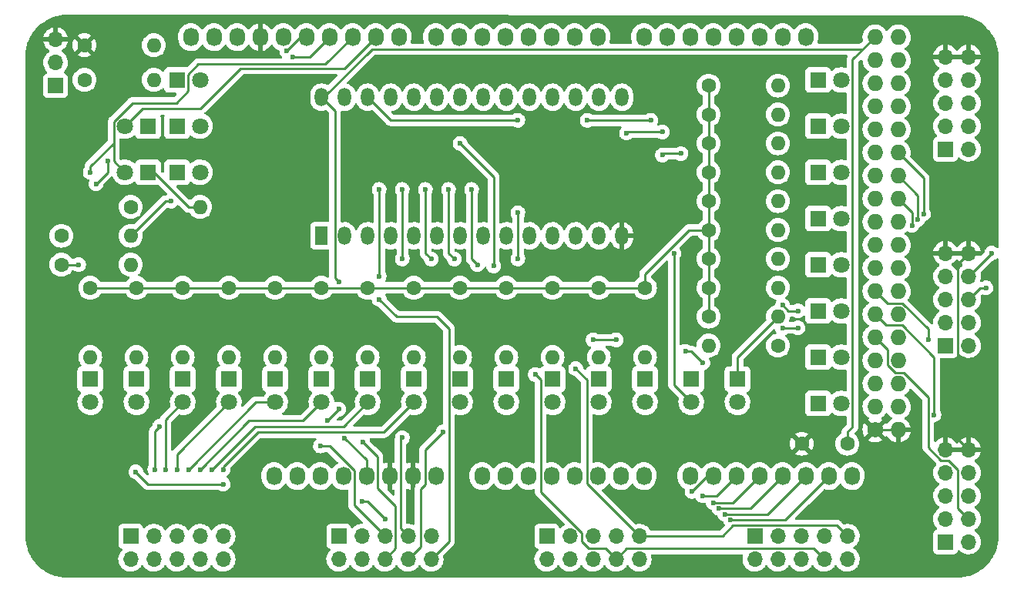
<source format=gbl>
G04 #@! TF.GenerationSoftware,KiCad,Pcbnew,(6.0.2)*
G04 #@! TF.CreationDate,2022-03-13T15:59:46+00:00*
G04 #@! TF.ProjectId,EEPROM_Programmer,45455052-4f4d-45f5-9072-6f6772616d6d,rev?*
G04 #@! TF.SameCoordinates,Original*
G04 #@! TF.FileFunction,Copper,L2,Bot*
G04 #@! TF.FilePolarity,Positive*
%FSLAX46Y46*%
G04 Gerber Fmt 4.6, Leading zero omitted, Abs format (unit mm)*
G04 Created by KiCad (PCBNEW (6.0.2)) date 2022-03-13 15:59:46*
%MOMM*%
%LPD*%
G01*
G04 APERTURE LIST*
G04 #@! TA.AperFunction,ComponentPad*
%ADD10C,1.600000*%
G04 #@! TD*
G04 #@! TA.AperFunction,ComponentPad*
%ADD11R,1.700000X1.700000*%
G04 #@! TD*
G04 #@! TA.AperFunction,ComponentPad*
%ADD12O,1.700000X1.700000*%
G04 #@! TD*
G04 #@! TA.AperFunction,ComponentPad*
%ADD13R,1.440000X2.000000*%
G04 #@! TD*
G04 #@! TA.AperFunction,ComponentPad*
%ADD14O,1.440000X2.000000*%
G04 #@! TD*
G04 #@! TA.AperFunction,ComponentPad*
%ADD15R,1.800000X1.800000*%
G04 #@! TD*
G04 #@! TA.AperFunction,ComponentPad*
%ADD16C,1.800000*%
G04 #@! TD*
G04 #@! TA.AperFunction,ComponentPad*
%ADD17O,1.600000X1.600000*%
G04 #@! TD*
G04 #@! TA.AperFunction,ComponentPad*
%ADD18C,1.727200*%
G04 #@! TD*
G04 #@! TA.AperFunction,ComponentPad*
%ADD19O,1.727200X1.727200*%
G04 #@! TD*
G04 #@! TA.AperFunction,ComponentPad*
%ADD20O,1.727200X2.032000*%
G04 #@! TD*
G04 #@! TA.AperFunction,ViaPad*
%ADD21C,0.600000*%
G04 #@! TD*
G04 #@! TA.AperFunction,Conductor*
%ADD22C,0.250000*%
G04 #@! TD*
G04 APERTURE END LIST*
D10*
X194310000Y-115570000D03*
X189310000Y-115570000D03*
D11*
X107315000Y-76200000D03*
D12*
X107315000Y-73660000D03*
X107315000Y-71120000D03*
D13*
X136525000Y-92710000D03*
D14*
X139065000Y-92710000D03*
X141605000Y-92710000D03*
X144145000Y-92710000D03*
X146685000Y-92710000D03*
X149225000Y-92710000D03*
X151765000Y-92710000D03*
X154305000Y-92710000D03*
X156845000Y-92710000D03*
X159385000Y-92710000D03*
X161925000Y-92710000D03*
X164465000Y-92710000D03*
X167005000Y-92710000D03*
X169545000Y-92710000D03*
X169545000Y-77470000D03*
X167005000Y-77470000D03*
X164465000Y-77470000D03*
X161925000Y-77470000D03*
X159385000Y-77470000D03*
X156845000Y-77470000D03*
X154305000Y-77470000D03*
X151765000Y-77470000D03*
X149225000Y-77470000D03*
X146685000Y-77470000D03*
X144145000Y-77470000D03*
X141605000Y-77470000D03*
X139065000Y-77470000D03*
X136525000Y-77470000D03*
D11*
X161285000Y-125730000D03*
D12*
X161285000Y-128270000D03*
X163825000Y-125730000D03*
X163825000Y-128270000D03*
X166365000Y-125730000D03*
X166365000Y-128270000D03*
X168905000Y-125730000D03*
X168905000Y-128270000D03*
X171445000Y-125730000D03*
X171445000Y-128270000D03*
D11*
X115565000Y-125730000D03*
D12*
X115565000Y-128270000D03*
X118105000Y-125730000D03*
X118105000Y-128270000D03*
X120645000Y-125730000D03*
X120645000Y-128270000D03*
X123185000Y-125730000D03*
X123185000Y-128270000D03*
X125725000Y-125730000D03*
X125725000Y-128270000D03*
D11*
X184150000Y-125730000D03*
D12*
X184150000Y-128270000D03*
X186690000Y-125730000D03*
X186690000Y-128270000D03*
X189230000Y-125730000D03*
X189230000Y-128270000D03*
X191770000Y-125730000D03*
X191770000Y-128270000D03*
X194310000Y-125730000D03*
X194310000Y-128270000D03*
D11*
X138425000Y-125730000D03*
D12*
X138425000Y-128270000D03*
X140965000Y-125730000D03*
X140965000Y-128270000D03*
X143505000Y-125730000D03*
X143505000Y-128270000D03*
X146045000Y-125730000D03*
X146045000Y-128270000D03*
X148585000Y-125730000D03*
X148585000Y-128270000D03*
X207645000Y-116205000D03*
X205105000Y-116205000D03*
X207645000Y-118745000D03*
X205105000Y-118745000D03*
X207645000Y-121285000D03*
X205105000Y-121285000D03*
X207645000Y-123825000D03*
X205105000Y-123825000D03*
X207645000Y-126365000D03*
D11*
X205105000Y-126365000D03*
D12*
X207645000Y-94615000D03*
X205105000Y-94615000D03*
X207645000Y-97155000D03*
X205105000Y-97155000D03*
X207645000Y-99695000D03*
X205105000Y-99695000D03*
X207645000Y-102235000D03*
X205105000Y-102235000D03*
X207645000Y-104775000D03*
D11*
X205105000Y-104775000D03*
D12*
X207645000Y-73025000D03*
X205105000Y-73025000D03*
X207645000Y-75565000D03*
X205105000Y-75565000D03*
X207645000Y-78105000D03*
X205105000Y-78105000D03*
X207645000Y-80645000D03*
X205105000Y-80645000D03*
X207645000Y-83185000D03*
D11*
X205105000Y-83185000D03*
D15*
X191112255Y-95898856D03*
D16*
X193652255Y-95898856D03*
D15*
X120650000Y-75565000D03*
D16*
X123190000Y-75565000D03*
D10*
X110490000Y-71755000D03*
D17*
X118110000Y-71755000D03*
D10*
X115570000Y-89535000D03*
D17*
X123190000Y-89535000D03*
D10*
X107950000Y-92710000D03*
D17*
X115570000Y-92710000D03*
D10*
X107950000Y-95885000D03*
D17*
X115570000Y-95885000D03*
D10*
X110490000Y-75565000D03*
D17*
X118110000Y-75565000D03*
D15*
X117475000Y-80645000D03*
D16*
X114935000Y-80645000D03*
D15*
X120650000Y-80645000D03*
D16*
X123190000Y-80645000D03*
D15*
X120650000Y-85725000D03*
D16*
X123190000Y-85725000D03*
D15*
X117475000Y-85725000D03*
D16*
X114935000Y-85725000D03*
D18*
X197358000Y-114046000D03*
D19*
X199898000Y-114046000D03*
X197358000Y-111506000D03*
X199898000Y-111506000D03*
X197358000Y-108966000D03*
X199898000Y-108966000D03*
X197358000Y-106426000D03*
X199898000Y-106426000D03*
X197358000Y-103886000D03*
X199898000Y-103886000D03*
X197358000Y-101346000D03*
X199898000Y-101346000D03*
X197358000Y-98806000D03*
X199898000Y-98806000D03*
X197358000Y-96266000D03*
X199898000Y-96266000D03*
X197358000Y-93726000D03*
X199898000Y-93726000D03*
X197358000Y-91186000D03*
X199898000Y-91186000D03*
X197358000Y-88646000D03*
X199898000Y-88646000D03*
X197358000Y-86106000D03*
X199898000Y-86106000D03*
X197358000Y-83566000D03*
X199898000Y-83566000D03*
X197358000Y-81026000D03*
X199898000Y-81026000D03*
X197358000Y-78486000D03*
X199898000Y-78486000D03*
X197358000Y-75946000D03*
X199898000Y-75946000D03*
X197358000Y-73406000D03*
X199898000Y-73406000D03*
X197358000Y-70866000D03*
X199898000Y-70866000D03*
D20*
X131318000Y-119126000D03*
X133858000Y-119126000D03*
X136398000Y-119126000D03*
X138938000Y-119126000D03*
X141478000Y-119126000D03*
X144018000Y-119126000D03*
X146558000Y-119126000D03*
X149098000Y-119126000D03*
X154178000Y-119126000D03*
X156718000Y-119126000D03*
X159258000Y-119126000D03*
X161798000Y-119126000D03*
X164338000Y-119126000D03*
X166878000Y-119126000D03*
X169418000Y-119126000D03*
X171958000Y-119126000D03*
X177038000Y-119126000D03*
X179578000Y-119126000D03*
X182118000Y-119126000D03*
X184658000Y-119126000D03*
X187198000Y-119126000D03*
X189738000Y-119126000D03*
X192278000Y-119126000D03*
X194818000Y-119126000D03*
X122174000Y-70866000D03*
X124714000Y-70866000D03*
X127254000Y-70866000D03*
X129794000Y-70866000D03*
X132334000Y-70866000D03*
X134874000Y-70866000D03*
X137414000Y-70866000D03*
X139954000Y-70866000D03*
X142494000Y-70866000D03*
X145034000Y-70866000D03*
X149098000Y-70866000D03*
X151638000Y-70866000D03*
X154178000Y-70866000D03*
X156718000Y-70866000D03*
X159258000Y-70866000D03*
X161798000Y-70866000D03*
X164338000Y-70866000D03*
X166878000Y-70866000D03*
X171958000Y-70866000D03*
X174498000Y-70866000D03*
X177038000Y-70866000D03*
X179578000Y-70866000D03*
X182118000Y-70866000D03*
X184658000Y-70866000D03*
X187198000Y-70866000D03*
X189738000Y-70866000D03*
D15*
X156845000Y-108475000D03*
D16*
X156845000Y-111015000D03*
D15*
X172085000Y-108475000D03*
D16*
X172085000Y-111015000D03*
D15*
X191112255Y-90818856D03*
D16*
X193652255Y-90818856D03*
D15*
X146685000Y-108475000D03*
D16*
X146685000Y-111015000D03*
D15*
X191112255Y-85738856D03*
D16*
X193652255Y-85738856D03*
D10*
X179070000Y-85725000D03*
D17*
X186690000Y-85725000D03*
D10*
X126365000Y-98425000D03*
D17*
X126365000Y-106045000D03*
D15*
X177165000Y-108475000D03*
D16*
X177165000Y-111015000D03*
D10*
X179070000Y-82550000D03*
D17*
X186690000Y-82550000D03*
D15*
X136525000Y-108470000D03*
D16*
X136525000Y-111010000D03*
D15*
X191107255Y-106058856D03*
D16*
X193647255Y-106058856D03*
D15*
X161925000Y-108475000D03*
D16*
X161925000Y-111015000D03*
D15*
X167005000Y-108475000D03*
D16*
X167005000Y-111015000D03*
D10*
X179070000Y-92075000D03*
D17*
X186690000Y-92075000D03*
D10*
X179070000Y-79375000D03*
D17*
X186690000Y-79375000D03*
D10*
X161925000Y-98425000D03*
D17*
X161925000Y-106045000D03*
D10*
X179070000Y-76200000D03*
D17*
X186690000Y-76200000D03*
D10*
X172085000Y-98425000D03*
D17*
X172085000Y-106045000D03*
D15*
X111125000Y-108470000D03*
D16*
X111125000Y-111010000D03*
D10*
X141605000Y-98425000D03*
D17*
X141605000Y-106045000D03*
D10*
X167005000Y-98425000D03*
D17*
X167005000Y-106045000D03*
X186690000Y-95250000D03*
D10*
X179070000Y-95250000D03*
X179070000Y-101600000D03*
D17*
X186690000Y-101600000D03*
D10*
X111125000Y-98425000D03*
D17*
X111125000Y-106045000D03*
D10*
X151765000Y-98425000D03*
D17*
X151765000Y-106045000D03*
D15*
X191112255Y-111138856D03*
D16*
X193652255Y-111138856D03*
D10*
X156845000Y-98425000D03*
D17*
X156845000Y-106045000D03*
D10*
X146685000Y-98425000D03*
D17*
X146685000Y-106045000D03*
D10*
X179070000Y-88900000D03*
D17*
X186690000Y-88900000D03*
D15*
X126365000Y-108470000D03*
D16*
X126365000Y-111010000D03*
D15*
X151765000Y-108475000D03*
D16*
X151765000Y-111015000D03*
D15*
X191112255Y-75578856D03*
D16*
X193652255Y-75578856D03*
D10*
X116205000Y-98425000D03*
D17*
X116205000Y-106045000D03*
D15*
X116205000Y-108475000D03*
D16*
X116205000Y-111015000D03*
D15*
X191112255Y-80658856D03*
D16*
X193652255Y-80658856D03*
D10*
X186690000Y-104775000D03*
D17*
X179070000Y-104775000D03*
D10*
X131445000Y-98425000D03*
D17*
X131445000Y-106045000D03*
D15*
X121285000Y-108475000D03*
D16*
X121285000Y-111015000D03*
D15*
X141605000Y-108470000D03*
D16*
X141605000Y-111010000D03*
D10*
X179070000Y-98425000D03*
D17*
X186690000Y-98425000D03*
D15*
X182245000Y-108475000D03*
D16*
X182245000Y-111015000D03*
D10*
X136525000Y-98425000D03*
D17*
X136525000Y-106045000D03*
D15*
X191112255Y-100978856D03*
D16*
X193652255Y-100978856D03*
D10*
X121285000Y-98425000D03*
D17*
X121285000Y-106045000D03*
D15*
X131445000Y-108475000D03*
D16*
X131445000Y-111015000D03*
D21*
X139065000Y-114935000D03*
X138430000Y-111760000D03*
X138430000Y-97790000D03*
X137160000Y-113030000D03*
X111125000Y-85725000D03*
X109855000Y-95885000D03*
X116131391Y-118671391D03*
X111760000Y-86995000D03*
X113030000Y-84455000D03*
X125730000Y-120015000D03*
X140970000Y-121920000D03*
X143510000Y-123825000D03*
X120015000Y-88900000D03*
X158115000Y-90170000D03*
X158115000Y-95250000D03*
X164465000Y-107315000D03*
X155450911Y-96009089D03*
X151765000Y-82550000D03*
X160020000Y-107950000D03*
X142875000Y-99695000D03*
X142875000Y-87614349D03*
X142875000Y-97155000D03*
X133350000Y-73025000D03*
X132715000Y-72390000D03*
X149915000Y-114245000D03*
X145415000Y-114913380D03*
X141052880Y-115362900D03*
X136417400Y-115812420D03*
X125730000Y-118409980D03*
X124460000Y-118409980D03*
X123190000Y-118409980D03*
X121920000Y-118409980D03*
X120650000Y-118409980D03*
X119380000Y-118409980D03*
X118745000Y-113665000D03*
X118222069Y-118409980D03*
X181485911Y-123949089D03*
X180850911Y-123314089D03*
X180215911Y-122679089D03*
X179580911Y-122044089D03*
X178435000Y-121285000D03*
X177252582Y-120810595D03*
X175260000Y-94615000D03*
X158115000Y-80010000D03*
X153035000Y-87614349D03*
X153670000Y-95885000D03*
X151130000Y-95250000D03*
X150495000Y-87614349D03*
X148590000Y-95250000D03*
X147955000Y-87614349D03*
X145415000Y-87614349D03*
X145415000Y-95250000D03*
X178435000Y-106680000D03*
X168910000Y-104140000D03*
X166370000Y-104140000D03*
X176530000Y-105410000D03*
X203835000Y-112395000D03*
X203200000Y-104140000D03*
X210185000Y-94615000D03*
X209550000Y-98425000D03*
X202689089Y-90294089D03*
X202054089Y-90929089D03*
X201419089Y-91564089D03*
X165735000Y-80010000D03*
X172720000Y-80010000D03*
X170055911Y-81404089D03*
X173990000Y-81280000D03*
X173990000Y-83820000D03*
X176040489Y-83674511D03*
X188888531Y-100965000D03*
X187190011Y-100330000D03*
X187190011Y-102870000D03*
X188888531Y-102825987D03*
D22*
X194876766Y-113733234D02*
X194310000Y-114300000D01*
X194310000Y-114300000D02*
X194310000Y-115570000D01*
X139065000Y-114935000D02*
X141478000Y-117348000D01*
X136525000Y-77470000D02*
X138020480Y-78965480D01*
X141478000Y-117348000D02*
X141478000Y-119126000D01*
X138020480Y-78965480D02*
X138020480Y-97380480D01*
X138020480Y-97380480D02*
X138430000Y-97790000D01*
X138430000Y-111760000D02*
X137160000Y-113030000D01*
X194876766Y-73347234D02*
X197358000Y-70866000D01*
X194876766Y-73347234D02*
X194876766Y-113733234D01*
X136525000Y-77470000D02*
X136805000Y-77470000D01*
X136805000Y-77470000D02*
X142068480Y-72206520D01*
X142068480Y-72206520D02*
X196017480Y-72206520D01*
X113710489Y-82504511D02*
X113710489Y-84500489D01*
X113710489Y-80137790D02*
X113710489Y-82504511D01*
X111125000Y-85090000D02*
X113710489Y-82504511D01*
X111125000Y-85725000D02*
X111125000Y-85090000D01*
X107950000Y-95885000D02*
X109855000Y-95885000D01*
X117475000Y-120015000D02*
X116131391Y-118671391D01*
X113030000Y-85725000D02*
X113030000Y-84455000D01*
X125730000Y-120015000D02*
X117475000Y-120015000D01*
X111760000Y-86995000D02*
X113030000Y-85725000D01*
X143510000Y-123825000D02*
X141605000Y-121920000D01*
X141605000Y-121920000D02*
X140970000Y-121920000D01*
X120015000Y-88900000D02*
X119380000Y-88900000D01*
X119380000Y-88900000D02*
X115570000Y-92710000D01*
X164465000Y-107315000D02*
X165689880Y-108539880D01*
X158115000Y-90170000D02*
X158115000Y-95250000D01*
X165689880Y-108539880D02*
X165689880Y-119974880D01*
X165689880Y-119974880D02*
X171445000Y-125730000D01*
X155450911Y-86235911D02*
X155450911Y-96009089D01*
X151765000Y-82550000D02*
X155450911Y-86235911D01*
X160020000Y-107950000D02*
X160609880Y-108539880D01*
X160609880Y-108539880D02*
X160609880Y-120853870D01*
X160609880Y-120853870D02*
X165100000Y-125343990D01*
X165100000Y-125343990D02*
X165100000Y-126316988D01*
X165100000Y-126316988D02*
X165878501Y-127095489D01*
X165878501Y-127095489D02*
X167730489Y-127095489D01*
X167730489Y-127095489D02*
X168905000Y-128270000D01*
X121874511Y-76789511D02*
X120559022Y-78105000D01*
X121874511Y-74975489D02*
X121874511Y-76789511D01*
X123004520Y-73845480D02*
X121874511Y-74975489D01*
X136974520Y-73845480D02*
X123004520Y-73845480D01*
X139954000Y-70866000D02*
X136974520Y-73845480D01*
X120559022Y-78105000D02*
X115743279Y-78105000D01*
X115743279Y-78105000D02*
X113710489Y-80137790D01*
X113710489Y-84500489D02*
X114935000Y-85725000D01*
X142494000Y-70866000D02*
X139065000Y-74295000D01*
X139065000Y-74295000D02*
X127635000Y-74295000D01*
X123190000Y-78740000D02*
X116840000Y-78740000D01*
X127635000Y-74295000D02*
X123190000Y-78740000D01*
X116840000Y-78740000D02*
X114935000Y-80645000D01*
X144780000Y-101600000D02*
X149225000Y-101600000D01*
X142875000Y-87614349D02*
X142875000Y-97155000D01*
X142875000Y-99695000D02*
X144780000Y-101600000D01*
X149225000Y-101600000D02*
X150539511Y-102914511D01*
X150539511Y-102914511D02*
X150539511Y-126315489D01*
X150539511Y-126315489D02*
X148585000Y-128270000D01*
X133350000Y-73025000D02*
X135255000Y-73025000D01*
X135255000Y-73025000D02*
X137414000Y-70866000D01*
X132715000Y-72390000D02*
X134239000Y-70866000D01*
X134239000Y-70866000D02*
X134874000Y-70866000D01*
X147909880Y-116250120D02*
X149915000Y-114245000D01*
X146045000Y-128270000D02*
X147410489Y-126904511D01*
X147410489Y-126904511D02*
X147410489Y-120559511D01*
X147410489Y-120559511D02*
X147909880Y-120060120D01*
X147909880Y-120060120D02*
X147909880Y-116250120D01*
X145206120Y-115122260D02*
X145415000Y-114913380D01*
X145206120Y-124891120D02*
X145206120Y-115122260D01*
X146045000Y-125730000D02*
X145206120Y-124891120D01*
X143505000Y-128270000D02*
X144679511Y-127095489D01*
X144679511Y-127095489D02*
X144679511Y-122454510D01*
X144679511Y-122454510D02*
X142666120Y-120441119D01*
X142666120Y-120441119D02*
X142666120Y-116976140D01*
X142666120Y-116976140D02*
X141052880Y-115362900D01*
X143505000Y-125730000D02*
X140126120Y-122351120D01*
X137457075Y-115812420D02*
X136417400Y-115812420D01*
X140126120Y-122351120D02*
X140126120Y-118481465D01*
X140126120Y-118481465D02*
X137457075Y-115812420D01*
X125730000Y-118110000D02*
X129540000Y-114300000D01*
X125730000Y-118409980D02*
X125730000Y-118110000D01*
X129540000Y-114300000D02*
X143400000Y-114300000D01*
X143400000Y-114300000D02*
X146685000Y-111015000D01*
X124460000Y-118409980D02*
X129204980Y-113665000D01*
X138950000Y-113665000D02*
X141605000Y-111010000D01*
X129204980Y-113665000D02*
X138950000Y-113665000D01*
X123190000Y-118409980D02*
X128569980Y-113030000D01*
X128569980Y-113030000D02*
X134505000Y-113030000D01*
X134505000Y-113030000D02*
X136525000Y-111010000D01*
X129314980Y-111015000D02*
X131445000Y-111015000D01*
X121920000Y-118409980D02*
X129314980Y-111015000D01*
X120650000Y-118409980D02*
X120650000Y-116725000D01*
X120650000Y-116725000D02*
X126365000Y-111010000D01*
X119380000Y-118409980D02*
X119380000Y-112920000D01*
X119380000Y-112920000D02*
X121285000Y-111015000D01*
X118222069Y-114187931D02*
X118745000Y-113665000D01*
X118222069Y-118409980D02*
X118222069Y-114187931D01*
X168905000Y-128270000D02*
X170079511Y-127095489D01*
X170079511Y-127095489D02*
X190595489Y-127095489D01*
X190595489Y-127095489D02*
X191770000Y-128270000D01*
X171445000Y-125730000D02*
X180588193Y-125730000D01*
X180588193Y-125730000D02*
X181762704Y-124555489D01*
X181762704Y-124555489D02*
X193135489Y-124555489D01*
X193135489Y-124555489D02*
X194310000Y-125730000D01*
X181485911Y-123949089D02*
X187454911Y-123949089D01*
X187454911Y-123949089D02*
X192278000Y-119126000D01*
X180850911Y-123314089D02*
X185549911Y-123314089D01*
X185549911Y-123314089D02*
X189738000Y-119126000D01*
X183644911Y-122679089D02*
X187198000Y-119126000D01*
X180215911Y-122679089D02*
X183644911Y-122679089D01*
X179580911Y-122044089D02*
X181739911Y-122044089D01*
X181739911Y-122044089D02*
X184658000Y-119126000D01*
X179959000Y-121285000D02*
X182118000Y-119126000D01*
X178435000Y-121285000D02*
X179959000Y-121285000D01*
X177252582Y-120810595D02*
X178937177Y-119126000D01*
X178937177Y-119126000D02*
X179578000Y-119126000D01*
X172085000Y-98425000D02*
X172085000Y-96906807D01*
X176916807Y-92075000D02*
X179070000Y-92075000D01*
X172085000Y-96906807D02*
X176916807Y-92075000D01*
X141605000Y-77470000D02*
X144145000Y-80010000D01*
X144145000Y-80010000D02*
X158115000Y-80010000D01*
X175260000Y-94615000D02*
X175260000Y-109110000D01*
X175260000Y-109110000D02*
X177165000Y-111015000D01*
X153670000Y-95885000D02*
X153035000Y-95250000D01*
X153035000Y-95250000D02*
X153035000Y-87614349D01*
X150495000Y-94615000D02*
X150495000Y-87614349D01*
X151130000Y-95250000D02*
X150495000Y-94615000D01*
X147955000Y-94615000D02*
X147955000Y-87614349D01*
X148590000Y-95250000D02*
X147955000Y-94615000D01*
X145415000Y-95250000D02*
X145415000Y-87614349D01*
X177165000Y-105410000D02*
X178435000Y-106680000D01*
X176530000Y-105410000D02*
X177165000Y-105410000D01*
X166370000Y-104140000D02*
X168910000Y-104140000D01*
X207645000Y-94615000D02*
X206470489Y-95789511D01*
X206470489Y-95789511D02*
X206470489Y-115030489D01*
X206470489Y-115030489D02*
X207645000Y-116205000D01*
X205105000Y-94615000D02*
X207645000Y-94615000D01*
X197358000Y-114046000D02*
X199898000Y-114046000D01*
X207645000Y-116205000D02*
X205105000Y-116205000D01*
X197358000Y-103886000D02*
X198709889Y-105237889D01*
X198709889Y-106918133D02*
X199569645Y-107777889D01*
X199569645Y-107777889D02*
X200487889Y-107777889D01*
X206470489Y-118449479D02*
X206470489Y-122650489D01*
X198709889Y-105237889D02*
X198709889Y-106918133D01*
X203210489Y-115971499D02*
X204618501Y-117379511D01*
X206470489Y-122650489D02*
X207645000Y-123825000D01*
X200487889Y-107777889D02*
X203210489Y-110500489D01*
X203210489Y-110500489D02*
X203210489Y-115971499D01*
X204618501Y-117379511D02*
X205400521Y-117379511D01*
X205400521Y-117379511D02*
X206470489Y-118449479D01*
X203835000Y-106045000D02*
X203835000Y-112395000D01*
X200324111Y-102534111D02*
X203835000Y-106045000D01*
X198546111Y-102534111D02*
X200324111Y-102534111D01*
X197358000Y-101346000D02*
X198546111Y-102534111D01*
X203200000Y-102967756D02*
X203200000Y-104140000D01*
X200390133Y-100157889D02*
X203200000Y-102967756D01*
X198709889Y-100157889D02*
X200390133Y-100157889D01*
X197358000Y-98806000D02*
X198709889Y-100157889D01*
X207645000Y-97155000D02*
X210185000Y-94615000D01*
X209550000Y-98425000D02*
X208915000Y-98425000D01*
X208915000Y-98425000D02*
X207645000Y-99695000D01*
X202689089Y-90294089D02*
X202689089Y-86357089D01*
X202689089Y-86357089D02*
X199898000Y-83566000D01*
X202054089Y-90929089D02*
X202054089Y-88262089D01*
X202054089Y-88262089D02*
X199898000Y-86106000D01*
X201419089Y-90167089D02*
X199898000Y-88646000D01*
X201419089Y-91564089D02*
X201419089Y-90167089D01*
X182245000Y-108475000D02*
X182245000Y-106045000D01*
X182245000Y-106045000D02*
X186690000Y-101600000D01*
X167005000Y-98425000D02*
X172085000Y-98425000D01*
X111125000Y-98425000D02*
X167005000Y-98425000D01*
X179070000Y-76200000D02*
X179070000Y-101600000D01*
X172720000Y-80010000D02*
X165735000Y-80010000D01*
X173990000Y-81280000D02*
X170180000Y-81280000D01*
X170180000Y-81280000D02*
X170055911Y-81404089D01*
X174135489Y-83674511D02*
X173990000Y-83820000D01*
X176040489Y-83674511D02*
X174135489Y-83674511D01*
X188888531Y-100965000D02*
X187825011Y-100965000D01*
X187825011Y-100965000D02*
X187190011Y-100330000D01*
X187234024Y-102825987D02*
X187190011Y-102870000D01*
X188888531Y-102825987D02*
X187234024Y-102825987D01*
X123825000Y-89535000D02*
X121920000Y-89535000D01*
X121920000Y-89535000D02*
X118110000Y-85725000D01*
G04 #@! TA.AperFunction,Conductor*
G36*
X206325596Y-68452980D02*
G01*
X206344930Y-68454480D01*
X206359858Y-68456805D01*
X206359861Y-68456805D01*
X206368730Y-68458186D01*
X206389158Y-68455515D01*
X206410983Y-68454571D01*
X206767981Y-68470158D01*
X206778929Y-68471116D01*
X206971197Y-68496428D01*
X207163465Y-68521741D01*
X207174291Y-68523650D01*
X207552951Y-68607598D01*
X207563568Y-68610443D01*
X207733993Y-68664177D01*
X207933473Y-68727073D01*
X207943787Y-68730826D01*
X208302143Y-68879262D01*
X208312087Y-68883900D01*
X208537911Y-69001456D01*
X208656117Y-69062990D01*
X208665637Y-69068486D01*
X208992754Y-69276883D01*
X209001758Y-69283188D01*
X209309458Y-69519295D01*
X209317878Y-69526360D01*
X209570715Y-69758041D01*
X209603836Y-69788391D01*
X209611605Y-69796160D01*
X209688063Y-69879599D01*
X209873640Y-70082122D01*
X209880705Y-70090542D01*
X210116812Y-70398242D01*
X210123117Y-70407246D01*
X210331514Y-70734363D01*
X210337009Y-70743882D01*
X210502958Y-71062666D01*
X210516096Y-71087904D01*
X210520738Y-71097857D01*
X210651237Y-71412910D01*
X210669171Y-71456206D01*
X210672927Y-71466527D01*
X210723293Y-71626267D01*
X210789557Y-71836432D01*
X210792402Y-71847049D01*
X210876350Y-72225709D01*
X210878259Y-72236535D01*
X210928884Y-72621070D01*
X210929842Y-72632019D01*
X210935736Y-72767027D01*
X210945104Y-72981584D01*
X210943724Y-73006460D01*
X210941814Y-73018730D01*
X210944274Y-73037539D01*
X210945936Y-73050251D01*
X210947000Y-73066589D01*
X210947000Y-93929171D01*
X210926998Y-93997292D01*
X210873342Y-94043785D01*
X210803068Y-94053889D01*
X210738488Y-94024395D01*
X210731594Y-94017955D01*
X210727958Y-94014293D01*
X210694815Y-93980918D01*
X210686773Y-93975814D01*
X210624826Y-93936502D01*
X210541666Y-93883727D01*
X210512463Y-93873328D01*
X210377425Y-93825243D01*
X210377420Y-93825242D01*
X210370790Y-93822881D01*
X210363802Y-93822048D01*
X210363799Y-93822047D01*
X210240698Y-93807368D01*
X210190680Y-93801404D01*
X210183677Y-93802140D01*
X210183676Y-93802140D01*
X210017288Y-93819628D01*
X210017286Y-93819629D01*
X210010288Y-93820364D01*
X209838579Y-93878818D01*
X209801928Y-93901366D01*
X209690095Y-93970166D01*
X209690092Y-93970168D01*
X209684088Y-93973862D01*
X209679053Y-93978793D01*
X209679050Y-93978795D01*
X209577376Y-94078362D01*
X209554493Y-94100771D01*
X209456235Y-94253238D01*
X209453826Y-94259858D01*
X209453824Y-94259861D01*
X209406640Y-94389498D01*
X209394197Y-94423685D01*
X209387137Y-94479568D01*
X209358757Y-94544641D01*
X209351227Y-94552868D01*
X209071653Y-94832442D01*
X209009341Y-94866468D01*
X208981351Y-94865547D01*
X208981351Y-94869000D01*
X203788225Y-94869000D01*
X203774694Y-94872973D01*
X203773257Y-94882966D01*
X203803565Y-95017446D01*
X203806645Y-95027275D01*
X203886770Y-95224603D01*
X203891413Y-95233794D01*
X204002694Y-95415388D01*
X204008777Y-95423699D01*
X204148213Y-95584667D01*
X204155580Y-95591883D01*
X204319434Y-95727916D01*
X204327881Y-95733831D01*
X204396969Y-95774203D01*
X204445693Y-95825842D01*
X204458764Y-95895625D01*
X204432033Y-95961396D01*
X204391584Y-95994752D01*
X204378607Y-96001507D01*
X204374474Y-96004610D01*
X204374471Y-96004612D01*
X204210826Y-96127480D01*
X204199965Y-96135635D01*
X204196393Y-96139373D01*
X204121247Y-96218009D01*
X204045629Y-96297138D01*
X204042720Y-96301403D01*
X204042714Y-96301411D01*
X203982386Y-96389849D01*
X203919743Y-96481680D01*
X203884803Y-96556952D01*
X203828745Y-96677720D01*
X203825688Y-96684305D01*
X203765989Y-96899570D01*
X203742251Y-97121695D01*
X203742548Y-97126848D01*
X203742548Y-97126851D01*
X203753139Y-97310538D01*
X203755110Y-97344715D01*
X203756247Y-97349761D01*
X203756248Y-97349767D01*
X203776234Y-97438448D01*
X203804222Y-97562639D01*
X203888266Y-97769616D01*
X203939942Y-97853944D01*
X204002291Y-97955688D01*
X204004987Y-97960088D01*
X204151250Y-98128938D01*
X204323126Y-98271632D01*
X204344687Y-98284231D01*
X204396445Y-98314476D01*
X204445169Y-98366114D01*
X204458240Y-98435897D01*
X204431509Y-98501669D01*
X204391055Y-98535027D01*
X204378607Y-98541507D01*
X204374474Y-98544610D01*
X204374471Y-98544612D01*
X204229996Y-98653087D01*
X204199965Y-98675635D01*
X204045629Y-98837138D01*
X203919743Y-99021680D01*
X203884803Y-99096952D01*
X203828745Y-99217720D01*
X203825688Y-99224305D01*
X203765989Y-99439570D01*
X203742251Y-99661695D01*
X203742548Y-99666848D01*
X203742548Y-99666851D01*
X203749419Y-99786013D01*
X203755110Y-99884715D01*
X203756247Y-99889761D01*
X203756248Y-99889767D01*
X203776119Y-99977939D01*
X203804222Y-100102639D01*
X203855458Y-100228818D01*
X203882167Y-100294595D01*
X203888266Y-100309616D01*
X203931769Y-100380606D01*
X204002291Y-100495688D01*
X204004987Y-100500088D01*
X204151250Y-100668938D01*
X204323126Y-100811632D01*
X204344687Y-100824231D01*
X204396445Y-100854476D01*
X204445169Y-100906114D01*
X204458240Y-100975897D01*
X204431509Y-101041669D01*
X204391055Y-101075027D01*
X204378607Y-101081507D01*
X204374474Y-101084610D01*
X204374471Y-101084612D01*
X204204100Y-101212530D01*
X204199965Y-101215635D01*
X204045629Y-101377138D01*
X203919743Y-101561680D01*
X203879953Y-101647401D01*
X203828745Y-101757720D01*
X203825688Y-101764305D01*
X203765989Y-101979570D01*
X203742251Y-102201695D01*
X203742548Y-102206848D01*
X203742548Y-102206852D01*
X203748441Y-102309060D01*
X203732393Y-102378219D01*
X203681503Y-102427723D01*
X203611927Y-102441855D01*
X203545755Y-102416128D01*
X203533555Y-102405407D01*
X202254818Y-101126669D01*
X200972002Y-99843853D01*
X200937976Y-99781541D01*
X200943041Y-99710725D01*
X200958775Y-99681232D01*
X200974547Y-99659284D01*
X201015483Y-99602315D01*
X201075132Y-99519306D01*
X201075136Y-99519300D01*
X201078150Y-99515105D01*
X201178118Y-99312835D01*
X201243708Y-99096952D01*
X201256786Y-98997614D01*
X201272721Y-98876578D01*
X201272722Y-98876572D01*
X201273158Y-98873256D01*
X201273495Y-98859457D01*
X201274720Y-98809364D01*
X201274720Y-98809360D01*
X201274802Y-98806000D01*
X201256315Y-98581132D01*
X201201349Y-98362304D01*
X201111380Y-98155391D01*
X201062676Y-98080106D01*
X200991634Y-97970291D01*
X200991632Y-97970288D01*
X200988826Y-97965951D01*
X200836977Y-97799071D01*
X200832926Y-97795872D01*
X200832922Y-97795868D01*
X200663966Y-97662434D01*
X200663962Y-97662432D01*
X200659911Y-97659232D01*
X200636535Y-97646328D01*
X200586564Y-97595896D01*
X200571792Y-97526453D01*
X200596908Y-97460047D01*
X200624259Y-97433441D01*
X200782455Y-97320601D01*
X200782459Y-97320597D01*
X200786667Y-97317596D01*
X200946487Y-97158333D01*
X201078150Y-96975105D01*
X201143157Y-96843573D01*
X201175824Y-96777477D01*
X201175825Y-96777475D01*
X201178118Y-96772835D01*
X201243708Y-96556952D01*
X201245710Y-96541749D01*
X201272721Y-96336578D01*
X201272722Y-96336572D01*
X201273158Y-96333256D01*
X201273495Y-96319457D01*
X201274720Y-96269364D01*
X201274720Y-96269360D01*
X201274802Y-96266000D01*
X201256315Y-96041132D01*
X201201349Y-95822304D01*
X201111380Y-95615391D01*
X201061823Y-95538787D01*
X200991634Y-95430291D01*
X200991632Y-95430288D01*
X200988826Y-95425951D01*
X200836977Y-95259071D01*
X200832926Y-95255872D01*
X200832922Y-95255868D01*
X200663966Y-95122434D01*
X200663962Y-95122432D01*
X200659911Y-95119232D01*
X200636535Y-95106328D01*
X200586564Y-95055896D01*
X200571792Y-94986453D01*
X200596908Y-94920047D01*
X200624259Y-94893441D01*
X200631554Y-94888238D01*
X200670763Y-94860270D01*
X200782455Y-94780601D01*
X200782459Y-94780597D01*
X200786667Y-94777596D01*
X200946487Y-94618333D01*
X201078150Y-94435105D01*
X201120615Y-94349183D01*
X203769389Y-94349183D01*
X203770912Y-94357607D01*
X203783292Y-94361000D01*
X204832885Y-94361000D01*
X204848124Y-94356525D01*
X204849329Y-94355135D01*
X204851000Y-94347452D01*
X204851000Y-94342885D01*
X205359000Y-94342885D01*
X205363475Y-94358124D01*
X205364865Y-94359329D01*
X205372548Y-94361000D01*
X207372885Y-94361000D01*
X207388124Y-94356525D01*
X207389329Y-94355135D01*
X207391000Y-94347452D01*
X207391000Y-94342885D01*
X207899000Y-94342885D01*
X207903475Y-94358124D01*
X207904865Y-94359329D01*
X207912548Y-94361000D01*
X208963344Y-94361000D01*
X208976875Y-94357027D01*
X208978180Y-94347947D01*
X208936214Y-94180875D01*
X208932894Y-94171124D01*
X208847972Y-93975814D01*
X208843105Y-93966739D01*
X208727426Y-93787926D01*
X208721136Y-93779757D01*
X208577806Y-93622240D01*
X208570273Y-93615215D01*
X208403139Y-93483222D01*
X208394552Y-93477517D01*
X208208117Y-93374599D01*
X208198705Y-93370369D01*
X207997959Y-93299280D01*
X207987988Y-93296646D01*
X207916837Y-93283972D01*
X207903540Y-93285432D01*
X207899000Y-93299989D01*
X207899000Y-94342885D01*
X207391000Y-94342885D01*
X207391000Y-93298102D01*
X207387082Y-93284758D01*
X207372806Y-93282771D01*
X207334324Y-93288660D01*
X207324288Y-93291051D01*
X207121868Y-93357212D01*
X207112359Y-93361209D01*
X206923463Y-93459542D01*
X206914738Y-93465036D01*
X206744433Y-93592905D01*
X206736726Y-93599748D01*
X206589590Y-93753717D01*
X206583104Y-93761727D01*
X206478193Y-93915521D01*
X206423282Y-93960524D01*
X206352757Y-93968695D01*
X206289010Y-93937441D01*
X206268313Y-93912957D01*
X206187427Y-93787926D01*
X206181136Y-93779757D01*
X206037806Y-93622240D01*
X206030273Y-93615215D01*
X205863139Y-93483222D01*
X205854552Y-93477517D01*
X205668117Y-93374599D01*
X205658705Y-93370369D01*
X205457959Y-93299280D01*
X205447988Y-93296646D01*
X205376837Y-93283972D01*
X205363540Y-93285432D01*
X205359000Y-93299989D01*
X205359000Y-94342885D01*
X204851000Y-94342885D01*
X204851000Y-93298102D01*
X204847082Y-93284758D01*
X204832806Y-93282771D01*
X204794324Y-93288660D01*
X204784288Y-93291051D01*
X204581868Y-93357212D01*
X204572359Y-93361209D01*
X204383463Y-93459542D01*
X204374738Y-93465036D01*
X204204433Y-93592905D01*
X204196726Y-93599748D01*
X204049590Y-93753717D01*
X204043104Y-93761727D01*
X203923098Y-93937649D01*
X203918000Y-93946623D01*
X203828338Y-94139783D01*
X203824775Y-94149470D01*
X203769389Y-94349183D01*
X201120615Y-94349183D01*
X201170963Y-94247312D01*
X201175824Y-94237477D01*
X201175825Y-94237475D01*
X201178118Y-94232835D01*
X201226633Y-94073154D01*
X201242206Y-94021896D01*
X201242206Y-94021895D01*
X201243708Y-94016952D01*
X201248452Y-93980918D01*
X201272721Y-93796578D01*
X201272722Y-93796572D01*
X201273158Y-93793256D01*
X201273929Y-93761727D01*
X201274720Y-93729364D01*
X201274720Y-93729360D01*
X201274802Y-93726000D01*
X201256315Y-93501132D01*
X201201349Y-93282304D01*
X201111380Y-93075391D01*
X201063282Y-93001043D01*
X200991634Y-92890291D01*
X200991632Y-92890288D01*
X200988826Y-92885951D01*
X200836977Y-92719071D01*
X200832926Y-92715872D01*
X200832922Y-92715868D01*
X200663966Y-92582434D01*
X200663962Y-92582432D01*
X200659911Y-92579232D01*
X200636535Y-92566328D01*
X200586564Y-92515896D01*
X200571792Y-92446453D01*
X200596908Y-92380047D01*
X200624259Y-92353441D01*
X200627571Y-92351079D01*
X200660354Y-92327695D01*
X200782455Y-92240601D01*
X200782459Y-92240597D01*
X200786667Y-92237596D01*
X200790331Y-92233945D01*
X200794281Y-92230607D01*
X200795687Y-92232271D01*
X200849958Y-92202750D01*
X200920766Y-92207928D01*
X200945535Y-92220480D01*
X200948515Y-92222430D01*
X201038776Y-92281495D01*
X201052248Y-92290311D01*
X201058852Y-92292767D01*
X201058854Y-92292768D01*
X201215647Y-92351079D01*
X201215649Y-92351079D01*
X201222257Y-92353537D01*
X201306084Y-92364722D01*
X201395069Y-92376596D01*
X201395073Y-92376596D01*
X201402050Y-92377527D01*
X201409061Y-92376889D01*
X201409065Y-92376889D01*
X201551548Y-92363921D01*
X201582689Y-92361087D01*
X201589391Y-92358909D01*
X201589393Y-92358909D01*
X201748498Y-92307213D01*
X201748501Y-92307212D01*
X201755197Y-92305036D01*
X201863288Y-92240601D01*
X201904949Y-92215766D01*
X201904951Y-92215765D01*
X201911001Y-92212158D01*
X202042355Y-92087071D01*
X202142732Y-91935991D01*
X202201703Y-91780750D01*
X202244592Y-91724172D01*
X202280555Y-91705661D01*
X202383498Y-91672213D01*
X202383501Y-91672212D01*
X202390197Y-91670036D01*
X202495035Y-91607540D01*
X202539949Y-91580766D01*
X202539951Y-91580765D01*
X202546001Y-91577158D01*
X202677355Y-91452071D01*
X202777732Y-91300991D01*
X202836703Y-91145750D01*
X202879592Y-91089172D01*
X202915555Y-91070661D01*
X203018498Y-91037213D01*
X203018501Y-91037212D01*
X203025197Y-91035036D01*
X203181001Y-90942158D01*
X203312355Y-90817071D01*
X203412732Y-90665991D01*
X203458937Y-90544357D01*
X203474644Y-90503009D01*
X203474645Y-90503007D01*
X203477144Y-90496427D01*
X203482477Y-90458479D01*
X203501837Y-90320728D01*
X203501837Y-90320725D01*
X203502388Y-90316806D01*
X203502705Y-90294089D01*
X203482486Y-90113834D01*
X203480169Y-90107180D01*
X203425153Y-89949195D01*
X203425151Y-89949192D01*
X203422834Y-89942537D01*
X203402101Y-89909357D01*
X203341735Y-89812750D01*
X203322589Y-89745981D01*
X203322589Y-86435856D01*
X203323116Y-86424673D01*
X203324791Y-86417180D01*
X203323678Y-86381749D01*
X203322651Y-86349090D01*
X203322589Y-86345132D01*
X203322589Y-86317233D01*
X203322085Y-86313242D01*
X203321152Y-86301400D01*
X203320983Y-86296002D01*
X203319763Y-86257200D01*
X203317551Y-86249586D01*
X203317550Y-86249581D01*
X203314112Y-86237748D01*
X203310101Y-86218384D01*
X203308556Y-86206153D01*
X203307563Y-86198292D01*
X203304646Y-86190925D01*
X203304645Y-86190920D01*
X203291287Y-86157181D01*
X203287443Y-86145954D01*
X203277319Y-86111111D01*
X203275107Y-86103496D01*
X203264796Y-86086061D01*
X203256101Y-86068313D01*
X203248641Y-86049472D01*
X203234844Y-86030481D01*
X203222653Y-86013702D01*
X203216137Y-86003782D01*
X203197669Y-85972554D01*
X203197667Y-85972551D01*
X203193631Y-85965727D01*
X203179310Y-85951406D01*
X203166469Y-85936372D01*
X203159220Y-85926395D01*
X203154561Y-85919982D01*
X203120484Y-85891791D01*
X203111705Y-85883801D01*
X201260121Y-84032216D01*
X201226095Y-83969904D01*
X201228657Y-83906494D01*
X201242205Y-83861900D01*
X201242206Y-83861897D01*
X201243708Y-83856952D01*
X201249145Y-83815653D01*
X201272721Y-83636578D01*
X201272722Y-83636572D01*
X201273158Y-83633256D01*
X201274802Y-83566000D01*
X201256315Y-83341132D01*
X201201349Y-83122304D01*
X201111380Y-82915391D01*
X201063282Y-82841043D01*
X200991634Y-82730291D01*
X200991632Y-82730288D01*
X200988826Y-82725951D01*
X200836977Y-82559071D01*
X200832926Y-82555872D01*
X200832922Y-82555868D01*
X200663966Y-82422434D01*
X200663962Y-82422432D01*
X200659911Y-82419232D01*
X200636535Y-82406328D01*
X200586564Y-82355896D01*
X200571792Y-82286453D01*
X200596908Y-82220047D01*
X200624259Y-82193441D01*
X200626462Y-82191870D01*
X200667595Y-82162530D01*
X200782455Y-82080601D01*
X200782459Y-82080597D01*
X200786667Y-82077596D01*
X200946487Y-81918333D01*
X201078150Y-81735105D01*
X201143157Y-81603573D01*
X201175824Y-81537477D01*
X201175825Y-81537475D01*
X201178118Y-81532835D01*
X201228114Y-81368278D01*
X201242206Y-81321896D01*
X201242206Y-81321895D01*
X201243708Y-81316952D01*
X201245582Y-81302717D01*
X201272721Y-81096578D01*
X201272722Y-81096572D01*
X201273158Y-81093256D01*
X201274802Y-81026000D01*
X201256315Y-80801132D01*
X201208732Y-80611695D01*
X203742251Y-80611695D01*
X203742548Y-80616848D01*
X203742548Y-80616851D01*
X203753130Y-80800380D01*
X203755110Y-80834715D01*
X203756247Y-80839761D01*
X203756248Y-80839767D01*
X203776119Y-80927939D01*
X203804222Y-81052639D01*
X203888266Y-81259616D01*
X203926431Y-81321896D01*
X204002291Y-81445688D01*
X204004987Y-81450088D01*
X204151250Y-81618938D01*
X204155230Y-81622242D01*
X204159981Y-81626187D01*
X204199616Y-81685090D01*
X204201113Y-81756071D01*
X204163997Y-81816593D01*
X204123725Y-81841112D01*
X204076033Y-81858991D01*
X204008295Y-81884385D01*
X203891739Y-81971739D01*
X203804385Y-82088295D01*
X203753255Y-82224684D01*
X203746500Y-82286866D01*
X203746500Y-84083134D01*
X203753255Y-84145316D01*
X203804385Y-84281705D01*
X203891739Y-84398261D01*
X204008295Y-84485615D01*
X204144684Y-84536745D01*
X204206866Y-84543500D01*
X206003134Y-84543500D01*
X206065316Y-84536745D01*
X206201705Y-84485615D01*
X206318261Y-84398261D01*
X206405615Y-84281705D01*
X206427799Y-84222529D01*
X206449598Y-84164382D01*
X206492240Y-84107618D01*
X206558802Y-84082918D01*
X206628150Y-84098126D01*
X206662817Y-84126114D01*
X206691250Y-84158938D01*
X206863126Y-84301632D01*
X207056000Y-84414338D01*
X207264692Y-84494030D01*
X207269760Y-84495061D01*
X207269763Y-84495062D01*
X207377017Y-84516883D01*
X207483597Y-84538567D01*
X207488772Y-84538757D01*
X207488774Y-84538757D01*
X207701673Y-84546564D01*
X207701677Y-84546564D01*
X207706837Y-84546753D01*
X207711957Y-84546097D01*
X207711959Y-84546097D01*
X207923288Y-84519025D01*
X207923289Y-84519025D01*
X207928416Y-84518368D01*
X207970954Y-84505606D01*
X208137429Y-84455661D01*
X208137434Y-84455659D01*
X208142384Y-84454174D01*
X208342994Y-84355896D01*
X208524860Y-84226173D01*
X208548765Y-84202352D01*
X208668616Y-84082918D01*
X208683096Y-84068489D01*
X208694741Y-84052284D01*
X208810435Y-83891277D01*
X208813453Y-83887077D01*
X208825107Y-83863498D01*
X208910136Y-83691453D01*
X208910137Y-83691451D01*
X208912430Y-83686811D01*
X208960915Y-83527229D01*
X208975865Y-83478023D01*
X208975865Y-83478021D01*
X208977370Y-83473069D01*
X209006529Y-83251590D01*
X209006611Y-83248240D01*
X209008074Y-83188365D01*
X209008074Y-83188361D01*
X209008156Y-83185000D01*
X208989852Y-82962361D01*
X208935431Y-82745702D01*
X208846354Y-82540840D01*
X208766067Y-82416735D01*
X208727822Y-82357617D01*
X208727820Y-82357614D01*
X208725014Y-82353277D01*
X208574670Y-82188051D01*
X208570619Y-82184852D01*
X208570615Y-82184848D01*
X208403414Y-82052800D01*
X208403410Y-82052798D01*
X208399359Y-82049598D01*
X208358053Y-82026796D01*
X208308084Y-81976364D01*
X208293312Y-81906921D01*
X208318428Y-81840516D01*
X208345780Y-81813909D01*
X208389603Y-81782650D01*
X208524860Y-81686173D01*
X208537300Y-81673777D01*
X208670899Y-81540643D01*
X208683096Y-81528489D01*
X208710676Y-81490108D01*
X208810435Y-81351277D01*
X208813453Y-81347077D01*
X208821594Y-81330606D01*
X208910136Y-81151453D01*
X208910137Y-81151451D01*
X208912430Y-81146811D01*
X208977370Y-80933069D01*
X209006529Y-80711590D01*
X209007581Y-80668543D01*
X209008074Y-80648365D01*
X209008074Y-80648361D01*
X209008156Y-80645000D01*
X208989852Y-80422361D01*
X208935431Y-80205702D01*
X208846354Y-80000840D01*
X208782884Y-79902730D01*
X208727822Y-79817617D01*
X208727820Y-79817614D01*
X208725014Y-79813277D01*
X208574670Y-79648051D01*
X208570619Y-79644852D01*
X208570615Y-79644848D01*
X208403414Y-79512800D01*
X208403410Y-79512798D01*
X208399359Y-79509598D01*
X208358053Y-79486796D01*
X208308084Y-79436364D01*
X208293312Y-79366921D01*
X208318428Y-79300516D01*
X208345780Y-79273909D01*
X208410303Y-79227885D01*
X208524860Y-79146173D01*
X208683096Y-78988489D01*
X208695982Y-78970557D01*
X208810435Y-78811277D01*
X208813453Y-78807077D01*
X208821177Y-78791450D01*
X208910136Y-78611453D01*
X208910137Y-78611451D01*
X208912430Y-78606811D01*
X208977370Y-78393069D01*
X209006529Y-78171590D01*
X209007227Y-78143039D01*
X209008074Y-78108365D01*
X209008074Y-78108361D01*
X209008156Y-78105000D01*
X208989852Y-77882361D01*
X208935431Y-77665702D01*
X208846354Y-77460840D01*
X208769754Y-77342434D01*
X208727822Y-77277617D01*
X208727820Y-77277614D01*
X208725014Y-77273277D01*
X208574670Y-77108051D01*
X208570619Y-77104852D01*
X208570615Y-77104848D01*
X208403414Y-76972800D01*
X208403410Y-76972798D01*
X208399359Y-76969598D01*
X208358053Y-76946796D01*
X208308084Y-76896364D01*
X208293312Y-76826921D01*
X208318428Y-76760516D01*
X208345780Y-76733909D01*
X208394207Y-76699366D01*
X208524860Y-76606173D01*
X208537300Y-76593777D01*
X208661685Y-76469825D01*
X208683096Y-76448489D01*
X208686144Y-76444248D01*
X208802695Y-76282049D01*
X208813453Y-76267077D01*
X208833628Y-76226257D01*
X208910136Y-76071453D01*
X208910137Y-76071451D01*
X208912430Y-76066811D01*
X208977370Y-75853069D01*
X209006529Y-75631590D01*
X209008156Y-75565000D01*
X208989852Y-75342361D01*
X208935431Y-75125702D01*
X208846354Y-74920840D01*
X208749464Y-74771071D01*
X208727822Y-74737617D01*
X208727820Y-74737614D01*
X208725014Y-74733277D01*
X208574670Y-74568051D01*
X208570619Y-74564852D01*
X208570615Y-74564848D01*
X208403414Y-74432800D01*
X208403410Y-74432798D01*
X208399359Y-74429598D01*
X208390967Y-74424965D01*
X208357569Y-74406529D01*
X208307598Y-74356097D01*
X208292826Y-74286654D01*
X208317942Y-74220248D01*
X208345294Y-74193641D01*
X208520328Y-74068792D01*
X208528200Y-74062139D01*
X208679052Y-73911812D01*
X208685730Y-73903965D01*
X208810003Y-73731020D01*
X208815313Y-73722183D01*
X208909670Y-73531267D01*
X208913469Y-73521672D01*
X208975377Y-73317910D01*
X208977555Y-73307837D01*
X208978986Y-73296962D01*
X208976775Y-73282778D01*
X208963617Y-73279000D01*
X203788225Y-73279000D01*
X203774694Y-73282973D01*
X203773257Y-73292966D01*
X203803565Y-73427446D01*
X203806645Y-73437275D01*
X203886770Y-73634603D01*
X203891413Y-73643794D01*
X204002694Y-73825388D01*
X204008777Y-73833699D01*
X204148213Y-73994667D01*
X204155580Y-74001883D01*
X204319434Y-74137916D01*
X204327881Y-74143831D01*
X204396969Y-74184203D01*
X204445693Y-74235842D01*
X204458764Y-74305625D01*
X204432033Y-74371396D01*
X204391584Y-74404752D01*
X204378607Y-74411507D01*
X204374474Y-74414610D01*
X204374471Y-74414612D01*
X204204100Y-74542530D01*
X204199965Y-74545635D01*
X204176779Y-74569898D01*
X204049904Y-74702665D01*
X204045629Y-74707138D01*
X204042720Y-74711403D01*
X204042714Y-74711411D01*
X204014736Y-74752425D01*
X203919743Y-74891680D01*
X203878116Y-74981358D01*
X203830552Y-75083827D01*
X203825688Y-75094305D01*
X203765989Y-75309570D01*
X203742251Y-75531695D01*
X203742548Y-75536848D01*
X203742548Y-75536851D01*
X203747959Y-75630691D01*
X203755110Y-75754715D01*
X203756247Y-75759761D01*
X203756248Y-75759767D01*
X203764955Y-75798402D01*
X203804222Y-75972639D01*
X203851845Y-76089922D01*
X203875652Y-76148550D01*
X203888266Y-76179616D01*
X203926431Y-76241896D01*
X204002291Y-76365688D01*
X204004987Y-76370088D01*
X204151250Y-76538938D01*
X204323126Y-76681632D01*
X204374590Y-76711705D01*
X204396445Y-76724476D01*
X204445169Y-76776114D01*
X204458240Y-76845897D01*
X204431509Y-76911669D01*
X204391055Y-76945027D01*
X204378607Y-76951507D01*
X204374474Y-76954610D01*
X204374471Y-76954612D01*
X204204100Y-77082530D01*
X204199965Y-77085635D01*
X204149552Y-77138389D01*
X204084509Y-77206453D01*
X204045629Y-77247138D01*
X204042720Y-77251403D01*
X204042714Y-77251411D01*
X203982807Y-77339232D01*
X203919743Y-77431680D01*
X203885714Y-77504989D01*
X203830552Y-77623827D01*
X203825688Y-77634305D01*
X203765989Y-77849570D01*
X203742251Y-78071695D01*
X203742548Y-78076848D01*
X203742548Y-78076851D01*
X203747937Y-78170316D01*
X203755110Y-78294715D01*
X203756247Y-78299761D01*
X203756248Y-78299767D01*
X203776119Y-78387939D01*
X203804222Y-78512639D01*
X203888266Y-78719616D01*
X203926431Y-78781896D01*
X204002291Y-78905688D01*
X204004987Y-78910088D01*
X204151250Y-79078938D01*
X204323126Y-79221632D01*
X204374754Y-79251801D01*
X204396445Y-79264476D01*
X204445169Y-79316114D01*
X204458240Y-79385897D01*
X204431509Y-79451669D01*
X204391055Y-79485027D01*
X204378607Y-79491507D01*
X204374474Y-79494610D01*
X204374471Y-79494612D01*
X204204100Y-79622530D01*
X204199965Y-79625635D01*
X204175180Y-79651571D01*
X204049904Y-79782665D01*
X204045629Y-79787138D01*
X204042720Y-79791403D01*
X204042714Y-79791411D01*
X204020318Y-79824243D01*
X203919743Y-79971680D01*
X203889590Y-80036639D01*
X203830552Y-80163827D01*
X203825688Y-80174305D01*
X203765989Y-80389570D01*
X203742251Y-80611695D01*
X201208732Y-80611695D01*
X201201349Y-80582304D01*
X201111380Y-80375391D01*
X201063282Y-80301043D01*
X200991634Y-80190291D01*
X200991632Y-80190288D01*
X200988826Y-80185951D01*
X200836977Y-80019071D01*
X200832926Y-80015872D01*
X200832922Y-80015868D01*
X200663966Y-79882434D01*
X200663962Y-79882432D01*
X200659911Y-79879232D01*
X200636535Y-79866328D01*
X200586564Y-79815896D01*
X200571792Y-79746453D01*
X200596908Y-79680047D01*
X200624259Y-79653441D01*
X200626462Y-79651870D01*
X200670763Y-79620270D01*
X200782455Y-79540601D01*
X200782459Y-79540597D01*
X200786667Y-79537596D01*
X200946487Y-79378333D01*
X201078150Y-79195105D01*
X201137684Y-79074647D01*
X201175824Y-78997477D01*
X201175825Y-78997475D01*
X201178118Y-78992835D01*
X201228271Y-78827762D01*
X201242206Y-78781896D01*
X201242206Y-78781895D01*
X201243708Y-78776952D01*
X201250780Y-78723238D01*
X201272721Y-78556578D01*
X201272722Y-78556572D01*
X201273158Y-78553256D01*
X201274802Y-78486000D01*
X201256315Y-78261132D01*
X201201349Y-78042304D01*
X201111380Y-77835391D01*
X201063282Y-77761043D01*
X200991634Y-77650291D01*
X200991632Y-77650288D01*
X200988826Y-77645951D01*
X200836977Y-77479071D01*
X200832926Y-77475872D01*
X200832922Y-77475868D01*
X200663966Y-77342434D01*
X200663962Y-77342432D01*
X200659911Y-77339232D01*
X200636535Y-77326328D01*
X200586564Y-77275896D01*
X200571792Y-77206453D01*
X200596908Y-77140047D01*
X200624259Y-77113441D01*
X200626462Y-77111870D01*
X200667595Y-77082530D01*
X200782455Y-77000601D01*
X200782459Y-77000597D01*
X200786667Y-76997596D01*
X200946487Y-76838333D01*
X201078150Y-76655105D01*
X201178118Y-76452835D01*
X201231062Y-76278575D01*
X201242206Y-76241896D01*
X201242206Y-76241895D01*
X201243708Y-76236952D01*
X201244577Y-76230351D01*
X201272721Y-76016578D01*
X201272722Y-76016572D01*
X201273158Y-76013256D01*
X201274802Y-75946000D01*
X201256315Y-75721132D01*
X201201349Y-75502304D01*
X201111380Y-75295391D01*
X201063282Y-75221043D01*
X200991634Y-75110291D01*
X200991632Y-75110288D01*
X200988826Y-75105951D01*
X200836977Y-74939071D01*
X200832926Y-74935872D01*
X200832922Y-74935868D01*
X200663966Y-74802434D01*
X200663962Y-74802432D01*
X200659911Y-74799232D01*
X200636535Y-74786328D01*
X200586564Y-74735896D01*
X200571792Y-74666453D01*
X200596908Y-74600047D01*
X200624259Y-74573441D01*
X200626462Y-74571870D01*
X200672134Y-74539292D01*
X200782455Y-74460601D01*
X200782459Y-74460597D01*
X200786667Y-74457596D01*
X200946487Y-74298333D01*
X201078150Y-74115105D01*
X201178118Y-73912835D01*
X201243708Y-73696952D01*
X201244383Y-73691826D01*
X201272721Y-73476578D01*
X201272722Y-73476572D01*
X201273158Y-73473256D01*
X201273240Y-73469903D01*
X201274720Y-73409364D01*
X201274720Y-73409360D01*
X201274802Y-73406000D01*
X201256315Y-73181132D01*
X201201349Y-72962304D01*
X201113029Y-72759183D01*
X203769389Y-72759183D01*
X203770912Y-72767607D01*
X203783292Y-72771000D01*
X204832885Y-72771000D01*
X204848124Y-72766525D01*
X204849329Y-72765135D01*
X204851000Y-72757452D01*
X204851000Y-72752885D01*
X205359000Y-72752885D01*
X205363475Y-72768124D01*
X205364865Y-72769329D01*
X205372548Y-72771000D01*
X207372885Y-72771000D01*
X207388124Y-72766525D01*
X207389329Y-72765135D01*
X207391000Y-72757452D01*
X207391000Y-72752885D01*
X207899000Y-72752885D01*
X207903475Y-72768124D01*
X207904865Y-72769329D01*
X207912548Y-72771000D01*
X208963344Y-72771000D01*
X208976875Y-72767027D01*
X208978180Y-72757947D01*
X208936214Y-72590875D01*
X208932894Y-72581124D01*
X208847972Y-72385814D01*
X208843105Y-72376739D01*
X208727426Y-72197926D01*
X208721136Y-72189757D01*
X208577806Y-72032240D01*
X208570273Y-72025215D01*
X208403139Y-71893222D01*
X208394552Y-71887517D01*
X208208117Y-71784599D01*
X208198705Y-71780369D01*
X207997959Y-71709280D01*
X207987988Y-71706646D01*
X207916837Y-71693972D01*
X207903540Y-71695432D01*
X207899000Y-71709989D01*
X207899000Y-72752885D01*
X207391000Y-72752885D01*
X207391000Y-71708102D01*
X207387082Y-71694758D01*
X207372806Y-71692771D01*
X207334324Y-71698660D01*
X207324288Y-71701051D01*
X207121868Y-71767212D01*
X207112359Y-71771209D01*
X206923463Y-71869542D01*
X206914738Y-71875036D01*
X206744433Y-72002905D01*
X206736726Y-72009748D01*
X206589590Y-72163717D01*
X206583104Y-72171727D01*
X206478193Y-72325521D01*
X206423282Y-72370524D01*
X206352757Y-72378695D01*
X206289010Y-72347441D01*
X206268313Y-72322957D01*
X206187427Y-72197926D01*
X206181136Y-72189757D01*
X206037806Y-72032240D01*
X206030273Y-72025215D01*
X205863139Y-71893222D01*
X205854552Y-71887517D01*
X205668117Y-71784599D01*
X205658705Y-71780369D01*
X205457959Y-71709280D01*
X205447988Y-71706646D01*
X205376837Y-71693972D01*
X205363540Y-71695432D01*
X205359000Y-71709989D01*
X205359000Y-72752885D01*
X204851000Y-72752885D01*
X204851000Y-71708102D01*
X204847082Y-71694758D01*
X204832806Y-71692771D01*
X204794324Y-71698660D01*
X204784288Y-71701051D01*
X204581868Y-71767212D01*
X204572359Y-71771209D01*
X204383463Y-71869542D01*
X204374738Y-71875036D01*
X204204433Y-72002905D01*
X204196726Y-72009748D01*
X204049590Y-72163717D01*
X204043104Y-72171727D01*
X203923098Y-72347649D01*
X203918000Y-72356623D01*
X203828338Y-72549783D01*
X203824775Y-72559470D01*
X203769389Y-72759183D01*
X201113029Y-72759183D01*
X201111380Y-72755391D01*
X201063282Y-72681043D01*
X200991634Y-72570291D01*
X200991632Y-72570288D01*
X200988826Y-72565951D01*
X200836977Y-72399071D01*
X200832926Y-72395872D01*
X200832922Y-72395868D01*
X200663966Y-72262434D01*
X200663962Y-72262432D01*
X200659911Y-72259232D01*
X200636535Y-72246328D01*
X200586564Y-72195896D01*
X200571792Y-72126453D01*
X200596908Y-72060047D01*
X200624259Y-72033441D01*
X200635792Y-72025215D01*
X200672593Y-71998965D01*
X200782455Y-71920601D01*
X200782459Y-71920597D01*
X200786667Y-71917596D01*
X200946487Y-71758333D01*
X201078150Y-71575105D01*
X201150316Y-71429088D01*
X201175824Y-71377477D01*
X201175825Y-71377475D01*
X201178118Y-71372835D01*
X201243708Y-71156952D01*
X201244383Y-71151826D01*
X201272721Y-70936578D01*
X201272722Y-70936572D01*
X201273158Y-70933256D01*
X201274802Y-70866000D01*
X201256315Y-70641132D01*
X201201349Y-70422304D01*
X201111380Y-70215391D01*
X201063261Y-70141010D01*
X200991634Y-70030291D01*
X200991632Y-70030288D01*
X200988826Y-70025951D01*
X200836977Y-69859071D01*
X200832926Y-69855872D01*
X200832922Y-69855868D01*
X200663966Y-69722434D01*
X200663962Y-69722432D01*
X200659911Y-69719232D01*
X200633471Y-69704636D01*
X200587130Y-69679055D01*
X200462383Y-69610191D01*
X200249698Y-69534876D01*
X200203687Y-69526680D01*
X200032657Y-69496214D01*
X200032653Y-69496214D01*
X200027569Y-69495308D01*
X199955574Y-69494429D01*
X199807129Y-69492615D01*
X199807127Y-69492615D01*
X199801959Y-69492552D01*
X199578929Y-69526680D01*
X199364468Y-69596777D01*
X199359876Y-69599167D01*
X199359877Y-69599167D01*
X199171543Y-69697208D01*
X199164335Y-69700960D01*
X199160202Y-69704063D01*
X199160199Y-69704065D01*
X199012820Y-69814720D01*
X198983905Y-69836430D01*
X198828024Y-69999550D01*
X198825112Y-70003819D01*
X198825106Y-70003827D01*
X198731503Y-70141043D01*
X198676592Y-70186046D01*
X198606067Y-70194217D01*
X198542320Y-70162963D01*
X198521623Y-70138479D01*
X198520013Y-70135989D01*
X198463582Y-70048760D01*
X198451634Y-70030291D01*
X198451632Y-70030288D01*
X198448826Y-70025951D01*
X198296977Y-69859071D01*
X198292926Y-69855872D01*
X198292922Y-69855868D01*
X198123966Y-69722434D01*
X198123962Y-69722432D01*
X198119911Y-69719232D01*
X198093471Y-69704636D01*
X198047130Y-69679055D01*
X197922383Y-69610191D01*
X197709698Y-69534876D01*
X197663687Y-69526680D01*
X197492657Y-69496214D01*
X197492653Y-69496214D01*
X197487569Y-69495308D01*
X197415574Y-69494429D01*
X197267129Y-69492615D01*
X197267127Y-69492615D01*
X197261959Y-69492552D01*
X197038929Y-69526680D01*
X196824468Y-69596777D01*
X196819876Y-69599167D01*
X196819877Y-69599167D01*
X196631543Y-69697208D01*
X196624335Y-69700960D01*
X196620202Y-69704063D01*
X196620199Y-69704065D01*
X196472820Y-69814720D01*
X196443905Y-69836430D01*
X196288024Y-69999550D01*
X196160878Y-70185940D01*
X196158704Y-70190624D01*
X196158702Y-70190627D01*
X196080026Y-70360121D01*
X196065881Y-70390593D01*
X196005585Y-70608013D01*
X195981609Y-70832362D01*
X195981906Y-70837514D01*
X195981906Y-70837518D01*
X195987618Y-70936578D01*
X195994597Y-71057614D01*
X195995734Y-71062660D01*
X195995735Y-71062666D01*
X196030076Y-71215045D01*
X196025540Y-71285897D01*
X195996254Y-71331841D01*
X195791980Y-71536115D01*
X195729668Y-71570141D01*
X195702885Y-71573020D01*
X191176191Y-71573020D01*
X191108070Y-71553018D01*
X191061577Y-71499362D01*
X191051473Y-71429088D01*
X191057752Y-71404029D01*
X191065695Y-71382146D01*
X191065696Y-71382142D01*
X191067515Y-71377131D01*
X191108950Y-71147993D01*
X191110100Y-71123606D01*
X191110100Y-70655132D01*
X191095374Y-70481580D01*
X191087599Y-70451623D01*
X191038217Y-70261363D01*
X191038216Y-70261359D01*
X191036875Y-70256194D01*
X191020635Y-70220141D01*
X190943433Y-70048760D01*
X190941238Y-70043887D01*
X190811196Y-69850728D01*
X190801123Y-69840168D01*
X190654152Y-69686104D01*
X190650468Y-69682242D01*
X190463650Y-69543246D01*
X190336574Y-69478637D01*
X190260842Y-69440133D01*
X190260841Y-69440133D01*
X190256084Y-69437714D01*
X190117299Y-69394620D01*
X190038807Y-69370247D01*
X190038801Y-69370246D01*
X190033704Y-69368663D01*
X189909340Y-69352180D01*
X189808152Y-69338768D01*
X189808148Y-69338768D01*
X189802868Y-69338068D01*
X189797538Y-69338268D01*
X189797537Y-69338268D01*
X189686523Y-69342436D01*
X189570178Y-69346803D01*
X189487474Y-69364156D01*
X189347514Y-69393523D01*
X189347511Y-69393524D01*
X189342287Y-69394620D01*
X189125710Y-69480150D01*
X188926641Y-69600949D01*
X188922611Y-69604446D01*
X188793209Y-69716735D01*
X188750770Y-69753561D01*
X188747387Y-69757687D01*
X188747383Y-69757691D01*
X188700623Y-69814720D01*
X188603128Y-69933624D01*
X188600490Y-69938259D01*
X188600487Y-69938263D01*
X188577155Y-69979252D01*
X188526073Y-70028558D01*
X188456442Y-70042420D01*
X188390371Y-70016437D01*
X188363133Y-69987287D01*
X188278927Y-69862212D01*
X188271196Y-69850728D01*
X188261123Y-69840168D01*
X188114152Y-69686104D01*
X188110468Y-69682242D01*
X187923650Y-69543246D01*
X187796574Y-69478637D01*
X187720842Y-69440133D01*
X187720841Y-69440133D01*
X187716084Y-69437714D01*
X187577299Y-69394620D01*
X187498807Y-69370247D01*
X187498801Y-69370246D01*
X187493704Y-69368663D01*
X187369340Y-69352180D01*
X187268152Y-69338768D01*
X187268148Y-69338768D01*
X187262868Y-69338068D01*
X187257538Y-69338268D01*
X187257537Y-69338268D01*
X187146523Y-69342436D01*
X187030178Y-69346803D01*
X186947474Y-69364156D01*
X186807514Y-69393523D01*
X186807511Y-69393524D01*
X186802287Y-69394620D01*
X186585710Y-69480150D01*
X186386641Y-69600949D01*
X186382611Y-69604446D01*
X186253209Y-69716735D01*
X186210770Y-69753561D01*
X186207387Y-69757687D01*
X186207383Y-69757691D01*
X186160623Y-69814720D01*
X186063128Y-69933624D01*
X186060490Y-69938259D01*
X186060487Y-69938263D01*
X186037155Y-69979252D01*
X185986073Y-70028558D01*
X185916442Y-70042420D01*
X185850371Y-70016437D01*
X185823133Y-69987287D01*
X185738927Y-69862212D01*
X185731196Y-69850728D01*
X185721123Y-69840168D01*
X185574152Y-69686104D01*
X185570468Y-69682242D01*
X185383650Y-69543246D01*
X185256574Y-69478637D01*
X185180842Y-69440133D01*
X185180841Y-69440133D01*
X185176084Y-69437714D01*
X185037299Y-69394620D01*
X184958807Y-69370247D01*
X184958801Y-69370246D01*
X184953704Y-69368663D01*
X184829340Y-69352180D01*
X184728152Y-69338768D01*
X184728148Y-69338768D01*
X184722868Y-69338068D01*
X184717538Y-69338268D01*
X184717537Y-69338268D01*
X184606523Y-69342436D01*
X184490178Y-69346803D01*
X184407474Y-69364156D01*
X184267514Y-69393523D01*
X184267511Y-69393524D01*
X184262287Y-69394620D01*
X184045710Y-69480150D01*
X183846641Y-69600949D01*
X183842611Y-69604446D01*
X183713209Y-69716735D01*
X183670770Y-69753561D01*
X183667387Y-69757687D01*
X183667383Y-69757691D01*
X183620623Y-69814720D01*
X183523128Y-69933624D01*
X183520490Y-69938259D01*
X183520487Y-69938263D01*
X183497155Y-69979252D01*
X183446073Y-70028558D01*
X183376442Y-70042420D01*
X183310371Y-70016437D01*
X183283133Y-69987287D01*
X183198927Y-69862212D01*
X183191196Y-69850728D01*
X183181123Y-69840168D01*
X183034152Y-69686104D01*
X183030468Y-69682242D01*
X182843650Y-69543246D01*
X182716574Y-69478637D01*
X182640842Y-69440133D01*
X182640841Y-69440133D01*
X182636084Y-69437714D01*
X182497299Y-69394620D01*
X182418807Y-69370247D01*
X182418801Y-69370246D01*
X182413704Y-69368663D01*
X182289340Y-69352180D01*
X182188152Y-69338768D01*
X182188148Y-69338768D01*
X182182868Y-69338068D01*
X182177538Y-69338268D01*
X182177537Y-69338268D01*
X182066523Y-69342436D01*
X181950178Y-69346803D01*
X181867474Y-69364156D01*
X181727514Y-69393523D01*
X181727511Y-69393524D01*
X181722287Y-69394620D01*
X181505710Y-69480150D01*
X181306641Y-69600949D01*
X181302611Y-69604446D01*
X181173209Y-69716735D01*
X181130770Y-69753561D01*
X181127387Y-69757687D01*
X181127383Y-69757691D01*
X181080623Y-69814720D01*
X180983128Y-69933624D01*
X180980490Y-69938259D01*
X180980487Y-69938263D01*
X180957155Y-69979252D01*
X180906073Y-70028558D01*
X180836442Y-70042420D01*
X180770371Y-70016437D01*
X180743133Y-69987287D01*
X180658927Y-69862212D01*
X180651196Y-69850728D01*
X180641123Y-69840168D01*
X180494152Y-69686104D01*
X180490468Y-69682242D01*
X180303650Y-69543246D01*
X180176574Y-69478637D01*
X180100842Y-69440133D01*
X180100841Y-69440133D01*
X180096084Y-69437714D01*
X179957299Y-69394620D01*
X179878807Y-69370247D01*
X179878801Y-69370246D01*
X179873704Y-69368663D01*
X179749340Y-69352180D01*
X179648152Y-69338768D01*
X179648148Y-69338768D01*
X179642868Y-69338068D01*
X179637538Y-69338268D01*
X179637537Y-69338268D01*
X179526523Y-69342436D01*
X179410178Y-69346803D01*
X179327474Y-69364156D01*
X179187514Y-69393523D01*
X179187511Y-69393524D01*
X179182287Y-69394620D01*
X178965710Y-69480150D01*
X178766641Y-69600949D01*
X178762611Y-69604446D01*
X178633209Y-69716735D01*
X178590770Y-69753561D01*
X178587387Y-69757687D01*
X178587383Y-69757691D01*
X178540623Y-69814720D01*
X178443128Y-69933624D01*
X178440490Y-69938259D01*
X178440487Y-69938263D01*
X178417155Y-69979252D01*
X178366073Y-70028558D01*
X178296442Y-70042420D01*
X178230371Y-70016437D01*
X178203133Y-69987287D01*
X178118927Y-69862212D01*
X178111196Y-69850728D01*
X178101123Y-69840168D01*
X177954152Y-69686104D01*
X177950468Y-69682242D01*
X177763650Y-69543246D01*
X177636574Y-69478637D01*
X177560842Y-69440133D01*
X177560841Y-69440133D01*
X177556084Y-69437714D01*
X177417299Y-69394620D01*
X177338807Y-69370247D01*
X177338801Y-69370246D01*
X177333704Y-69368663D01*
X177209340Y-69352180D01*
X177108152Y-69338768D01*
X177108148Y-69338768D01*
X177102868Y-69338068D01*
X177097538Y-69338268D01*
X177097537Y-69338268D01*
X176986523Y-69342436D01*
X176870178Y-69346803D01*
X176787474Y-69364156D01*
X176647514Y-69393523D01*
X176647511Y-69393524D01*
X176642287Y-69394620D01*
X176425710Y-69480150D01*
X176226641Y-69600949D01*
X176222611Y-69604446D01*
X176093209Y-69716735D01*
X176050770Y-69753561D01*
X176047387Y-69757687D01*
X176047383Y-69757691D01*
X176000623Y-69814720D01*
X175903128Y-69933624D01*
X175900490Y-69938259D01*
X175900487Y-69938263D01*
X175877155Y-69979252D01*
X175826073Y-70028558D01*
X175756442Y-70042420D01*
X175690371Y-70016437D01*
X175663133Y-69987287D01*
X175578927Y-69862212D01*
X175571196Y-69850728D01*
X175561123Y-69840168D01*
X175414152Y-69686104D01*
X175410468Y-69682242D01*
X175223650Y-69543246D01*
X175096574Y-69478637D01*
X175020842Y-69440133D01*
X175020841Y-69440133D01*
X175016084Y-69437714D01*
X174877299Y-69394620D01*
X174798807Y-69370247D01*
X174798801Y-69370246D01*
X174793704Y-69368663D01*
X174669340Y-69352180D01*
X174568152Y-69338768D01*
X174568148Y-69338768D01*
X174562868Y-69338068D01*
X174557538Y-69338268D01*
X174557537Y-69338268D01*
X174446523Y-69342436D01*
X174330178Y-69346803D01*
X174247474Y-69364156D01*
X174107514Y-69393523D01*
X174107511Y-69393524D01*
X174102287Y-69394620D01*
X173885710Y-69480150D01*
X173686641Y-69600949D01*
X173682611Y-69604446D01*
X173553209Y-69716735D01*
X173510770Y-69753561D01*
X173507387Y-69757687D01*
X173507383Y-69757691D01*
X173460623Y-69814720D01*
X173363128Y-69933624D01*
X173360490Y-69938259D01*
X173360487Y-69938263D01*
X173337155Y-69979252D01*
X173286073Y-70028558D01*
X173216442Y-70042420D01*
X173150371Y-70016437D01*
X173123133Y-69987287D01*
X173038927Y-69862212D01*
X173031196Y-69850728D01*
X173021123Y-69840168D01*
X172874152Y-69686104D01*
X172870468Y-69682242D01*
X172683650Y-69543246D01*
X172556574Y-69478637D01*
X172480842Y-69440133D01*
X172480841Y-69440133D01*
X172476084Y-69437714D01*
X172337299Y-69394620D01*
X172258807Y-69370247D01*
X172258801Y-69370246D01*
X172253704Y-69368663D01*
X172129340Y-69352180D01*
X172028152Y-69338768D01*
X172028148Y-69338768D01*
X172022868Y-69338068D01*
X172017538Y-69338268D01*
X172017537Y-69338268D01*
X171906523Y-69342436D01*
X171790178Y-69346803D01*
X171707474Y-69364156D01*
X171567514Y-69393523D01*
X171567511Y-69393524D01*
X171562287Y-69394620D01*
X171345710Y-69480150D01*
X171146641Y-69600949D01*
X171142611Y-69604446D01*
X171013209Y-69716735D01*
X170970770Y-69753561D01*
X170967387Y-69757687D01*
X170967383Y-69757691D01*
X170920623Y-69814720D01*
X170823128Y-69933624D01*
X170820490Y-69938259D01*
X170820487Y-69938263D01*
X170757589Y-70048760D01*
X170707935Y-70135989D01*
X170706114Y-70141005D01*
X170706112Y-70141010D01*
X170632346Y-70344231D01*
X170628485Y-70354869D01*
X170587050Y-70584007D01*
X170585900Y-70608394D01*
X170585900Y-71076868D01*
X170600626Y-71250420D01*
X170643438Y-71415365D01*
X170641191Y-71486326D01*
X170600937Y-71544808D01*
X170535455Y-71572243D01*
X170521479Y-71573020D01*
X168316191Y-71573020D01*
X168248070Y-71553018D01*
X168201577Y-71499362D01*
X168191473Y-71429088D01*
X168197752Y-71404029D01*
X168205695Y-71382146D01*
X168205696Y-71382142D01*
X168207515Y-71377131D01*
X168248950Y-71147993D01*
X168250100Y-71123606D01*
X168250100Y-70655132D01*
X168235374Y-70481580D01*
X168227599Y-70451623D01*
X168178217Y-70261363D01*
X168178216Y-70261359D01*
X168176875Y-70256194D01*
X168160635Y-70220141D01*
X168083433Y-70048760D01*
X168081238Y-70043887D01*
X167951196Y-69850728D01*
X167941123Y-69840168D01*
X167794152Y-69686104D01*
X167790468Y-69682242D01*
X167603650Y-69543246D01*
X167476574Y-69478637D01*
X167400842Y-69440133D01*
X167400841Y-69440133D01*
X167396084Y-69437714D01*
X167257299Y-69394620D01*
X167178807Y-69370247D01*
X167178801Y-69370246D01*
X167173704Y-69368663D01*
X167049340Y-69352180D01*
X166948152Y-69338768D01*
X166948148Y-69338768D01*
X166942868Y-69338068D01*
X166937538Y-69338268D01*
X166937537Y-69338268D01*
X166826523Y-69342436D01*
X166710178Y-69346803D01*
X166627474Y-69364156D01*
X166487514Y-69393523D01*
X166487511Y-69393524D01*
X166482287Y-69394620D01*
X166265710Y-69480150D01*
X166066641Y-69600949D01*
X166062611Y-69604446D01*
X165933209Y-69716735D01*
X165890770Y-69753561D01*
X165887387Y-69757687D01*
X165887383Y-69757691D01*
X165840623Y-69814720D01*
X165743128Y-69933624D01*
X165740490Y-69938259D01*
X165740487Y-69938263D01*
X165717155Y-69979252D01*
X165666073Y-70028558D01*
X165596442Y-70042420D01*
X165530371Y-70016437D01*
X165503133Y-69987287D01*
X165418927Y-69862212D01*
X165411196Y-69850728D01*
X165401123Y-69840168D01*
X165254152Y-69686104D01*
X165250468Y-69682242D01*
X165063650Y-69543246D01*
X164936574Y-69478637D01*
X164860842Y-69440133D01*
X164860841Y-69440133D01*
X164856084Y-69437714D01*
X164717299Y-69394620D01*
X164638807Y-69370247D01*
X164638801Y-69370246D01*
X164633704Y-69368663D01*
X164509340Y-69352180D01*
X164408152Y-69338768D01*
X164408148Y-69338768D01*
X164402868Y-69338068D01*
X164397538Y-69338268D01*
X164397537Y-69338268D01*
X164286523Y-69342436D01*
X164170178Y-69346803D01*
X164087474Y-69364156D01*
X163947514Y-69393523D01*
X163947511Y-69393524D01*
X163942287Y-69394620D01*
X163725710Y-69480150D01*
X163526641Y-69600949D01*
X163522611Y-69604446D01*
X163393209Y-69716735D01*
X163350770Y-69753561D01*
X163347387Y-69757687D01*
X163347383Y-69757691D01*
X163300623Y-69814720D01*
X163203128Y-69933624D01*
X163200490Y-69938259D01*
X163200487Y-69938263D01*
X163177155Y-69979252D01*
X163126073Y-70028558D01*
X163056442Y-70042420D01*
X162990371Y-70016437D01*
X162963133Y-69987287D01*
X162878927Y-69862212D01*
X162871196Y-69850728D01*
X162861123Y-69840168D01*
X162714152Y-69686104D01*
X162710468Y-69682242D01*
X162523650Y-69543246D01*
X162396574Y-69478637D01*
X162320842Y-69440133D01*
X162320841Y-69440133D01*
X162316084Y-69437714D01*
X162177299Y-69394620D01*
X162098807Y-69370247D01*
X162098801Y-69370246D01*
X162093704Y-69368663D01*
X161969340Y-69352180D01*
X161868152Y-69338768D01*
X161868148Y-69338768D01*
X161862868Y-69338068D01*
X161857538Y-69338268D01*
X161857537Y-69338268D01*
X161746523Y-69342436D01*
X161630178Y-69346803D01*
X161547474Y-69364156D01*
X161407514Y-69393523D01*
X161407511Y-69393524D01*
X161402287Y-69394620D01*
X161185710Y-69480150D01*
X160986641Y-69600949D01*
X160982611Y-69604446D01*
X160853209Y-69716735D01*
X160810770Y-69753561D01*
X160807387Y-69757687D01*
X160807383Y-69757691D01*
X160760623Y-69814720D01*
X160663128Y-69933624D01*
X160660490Y-69938259D01*
X160660487Y-69938263D01*
X160637155Y-69979252D01*
X160586073Y-70028558D01*
X160516442Y-70042420D01*
X160450371Y-70016437D01*
X160423133Y-69987287D01*
X160338927Y-69862212D01*
X160331196Y-69850728D01*
X160321123Y-69840168D01*
X160174152Y-69686104D01*
X160170468Y-69682242D01*
X159983650Y-69543246D01*
X159856574Y-69478637D01*
X159780842Y-69440133D01*
X159780841Y-69440133D01*
X159776084Y-69437714D01*
X159637299Y-69394620D01*
X159558807Y-69370247D01*
X159558801Y-69370246D01*
X159553704Y-69368663D01*
X159429340Y-69352180D01*
X159328152Y-69338768D01*
X159328148Y-69338768D01*
X159322868Y-69338068D01*
X159317538Y-69338268D01*
X159317537Y-69338268D01*
X159206523Y-69342436D01*
X159090178Y-69346803D01*
X159007474Y-69364156D01*
X158867514Y-69393523D01*
X158867511Y-69393524D01*
X158862287Y-69394620D01*
X158645710Y-69480150D01*
X158446641Y-69600949D01*
X158442611Y-69604446D01*
X158313209Y-69716735D01*
X158270770Y-69753561D01*
X158267387Y-69757687D01*
X158267383Y-69757691D01*
X158220623Y-69814720D01*
X158123128Y-69933624D01*
X158120490Y-69938259D01*
X158120487Y-69938263D01*
X158097155Y-69979252D01*
X158046073Y-70028558D01*
X157976442Y-70042420D01*
X157910371Y-70016437D01*
X157883133Y-69987287D01*
X157798927Y-69862212D01*
X157791196Y-69850728D01*
X157781123Y-69840168D01*
X157634152Y-69686104D01*
X157630468Y-69682242D01*
X157443650Y-69543246D01*
X157316574Y-69478637D01*
X157240842Y-69440133D01*
X157240841Y-69440133D01*
X157236084Y-69437714D01*
X157097299Y-69394620D01*
X157018807Y-69370247D01*
X157018801Y-69370246D01*
X157013704Y-69368663D01*
X156889340Y-69352180D01*
X156788152Y-69338768D01*
X156788148Y-69338768D01*
X156782868Y-69338068D01*
X156777538Y-69338268D01*
X156777537Y-69338268D01*
X156666523Y-69342436D01*
X156550178Y-69346803D01*
X156467474Y-69364156D01*
X156327514Y-69393523D01*
X156327511Y-69393524D01*
X156322287Y-69394620D01*
X156105710Y-69480150D01*
X155906641Y-69600949D01*
X155902611Y-69604446D01*
X155773209Y-69716735D01*
X155730770Y-69753561D01*
X155727387Y-69757687D01*
X155727383Y-69757691D01*
X155680623Y-69814720D01*
X155583128Y-69933624D01*
X155580490Y-69938259D01*
X155580487Y-69938263D01*
X155557155Y-69979252D01*
X155506073Y-70028558D01*
X155436442Y-70042420D01*
X155370371Y-70016437D01*
X155343133Y-69987287D01*
X155258927Y-69862212D01*
X155251196Y-69850728D01*
X155241123Y-69840168D01*
X155094152Y-69686104D01*
X155090468Y-69682242D01*
X154903650Y-69543246D01*
X154776574Y-69478637D01*
X154700842Y-69440133D01*
X154700841Y-69440133D01*
X154696084Y-69437714D01*
X154557299Y-69394620D01*
X154478807Y-69370247D01*
X154478801Y-69370246D01*
X154473704Y-69368663D01*
X154349340Y-69352180D01*
X154248152Y-69338768D01*
X154248148Y-69338768D01*
X154242868Y-69338068D01*
X154237538Y-69338268D01*
X154237537Y-69338268D01*
X154126523Y-69342436D01*
X154010178Y-69346803D01*
X153927474Y-69364156D01*
X153787514Y-69393523D01*
X153787511Y-69393524D01*
X153782287Y-69394620D01*
X153565710Y-69480150D01*
X153366641Y-69600949D01*
X153362611Y-69604446D01*
X153233209Y-69716735D01*
X153190770Y-69753561D01*
X153187387Y-69757687D01*
X153187383Y-69757691D01*
X153140623Y-69814720D01*
X153043128Y-69933624D01*
X153040490Y-69938259D01*
X153040487Y-69938263D01*
X153017155Y-69979252D01*
X152966073Y-70028558D01*
X152896442Y-70042420D01*
X152830371Y-70016437D01*
X152803133Y-69987287D01*
X152718927Y-69862212D01*
X152711196Y-69850728D01*
X152701123Y-69840168D01*
X152554152Y-69686104D01*
X152550468Y-69682242D01*
X152363650Y-69543246D01*
X152236574Y-69478637D01*
X152160842Y-69440133D01*
X152160841Y-69440133D01*
X152156084Y-69437714D01*
X152017299Y-69394620D01*
X151938807Y-69370247D01*
X151938801Y-69370246D01*
X151933704Y-69368663D01*
X151809340Y-69352180D01*
X151708152Y-69338768D01*
X151708148Y-69338768D01*
X151702868Y-69338068D01*
X151697538Y-69338268D01*
X151697537Y-69338268D01*
X151586523Y-69342436D01*
X151470178Y-69346803D01*
X151387474Y-69364156D01*
X151247514Y-69393523D01*
X151247511Y-69393524D01*
X151242287Y-69394620D01*
X151025710Y-69480150D01*
X150826641Y-69600949D01*
X150822611Y-69604446D01*
X150693209Y-69716735D01*
X150650770Y-69753561D01*
X150647387Y-69757687D01*
X150647383Y-69757691D01*
X150600623Y-69814720D01*
X150503128Y-69933624D01*
X150500490Y-69938259D01*
X150500487Y-69938263D01*
X150477155Y-69979252D01*
X150426073Y-70028558D01*
X150356442Y-70042420D01*
X150290371Y-70016437D01*
X150263133Y-69987287D01*
X150178927Y-69862212D01*
X150171196Y-69850728D01*
X150161123Y-69840168D01*
X150014152Y-69686104D01*
X150010468Y-69682242D01*
X149823650Y-69543246D01*
X149696574Y-69478637D01*
X149620842Y-69440133D01*
X149620841Y-69440133D01*
X149616084Y-69437714D01*
X149477299Y-69394620D01*
X149398807Y-69370247D01*
X149398801Y-69370246D01*
X149393704Y-69368663D01*
X149269340Y-69352180D01*
X149168152Y-69338768D01*
X149168148Y-69338768D01*
X149162868Y-69338068D01*
X149157538Y-69338268D01*
X149157537Y-69338268D01*
X149046523Y-69342436D01*
X148930178Y-69346803D01*
X148847474Y-69364156D01*
X148707514Y-69393523D01*
X148707511Y-69393524D01*
X148702287Y-69394620D01*
X148485710Y-69480150D01*
X148286641Y-69600949D01*
X148282611Y-69604446D01*
X148153209Y-69716735D01*
X148110770Y-69753561D01*
X148107387Y-69757687D01*
X148107383Y-69757691D01*
X148060623Y-69814720D01*
X147963128Y-69933624D01*
X147960490Y-69938259D01*
X147960487Y-69938263D01*
X147897589Y-70048760D01*
X147847935Y-70135989D01*
X147846114Y-70141005D01*
X147846112Y-70141010D01*
X147772346Y-70344231D01*
X147768485Y-70354869D01*
X147727050Y-70584007D01*
X147725900Y-70608394D01*
X147725900Y-71076868D01*
X147740626Y-71250420D01*
X147783438Y-71415365D01*
X147781191Y-71486326D01*
X147740937Y-71544808D01*
X147675455Y-71572243D01*
X147661479Y-71573020D01*
X146472191Y-71573020D01*
X146404070Y-71553018D01*
X146357577Y-71499362D01*
X146347473Y-71429088D01*
X146353752Y-71404029D01*
X146361695Y-71382146D01*
X146361696Y-71382142D01*
X146363515Y-71377131D01*
X146404950Y-71147993D01*
X146406100Y-71123606D01*
X146406100Y-70655132D01*
X146391374Y-70481580D01*
X146383599Y-70451623D01*
X146334217Y-70261363D01*
X146334216Y-70261359D01*
X146332875Y-70256194D01*
X146316635Y-70220141D01*
X146239433Y-70048760D01*
X146237238Y-70043887D01*
X146107196Y-69850728D01*
X146097123Y-69840168D01*
X145950152Y-69686104D01*
X145946468Y-69682242D01*
X145759650Y-69543246D01*
X145632574Y-69478637D01*
X145556842Y-69440133D01*
X145556841Y-69440133D01*
X145552084Y-69437714D01*
X145413299Y-69394620D01*
X145334807Y-69370247D01*
X145334801Y-69370246D01*
X145329704Y-69368663D01*
X145205340Y-69352180D01*
X145104152Y-69338768D01*
X145104148Y-69338768D01*
X145098868Y-69338068D01*
X145093538Y-69338268D01*
X145093537Y-69338268D01*
X144982523Y-69342436D01*
X144866178Y-69346803D01*
X144783474Y-69364156D01*
X144643514Y-69393523D01*
X144643511Y-69393524D01*
X144638287Y-69394620D01*
X144421710Y-69480150D01*
X144222641Y-69600949D01*
X144218611Y-69604446D01*
X144089209Y-69716735D01*
X144046770Y-69753561D01*
X144043387Y-69757687D01*
X144043383Y-69757691D01*
X143996623Y-69814720D01*
X143899128Y-69933624D01*
X143896490Y-69938259D01*
X143896487Y-69938263D01*
X143873155Y-69979252D01*
X143822073Y-70028558D01*
X143752442Y-70042420D01*
X143686371Y-70016437D01*
X143659133Y-69987287D01*
X143574927Y-69862212D01*
X143567196Y-69850728D01*
X143557123Y-69840168D01*
X143410152Y-69686104D01*
X143406468Y-69682242D01*
X143219650Y-69543246D01*
X143092574Y-69478637D01*
X143016842Y-69440133D01*
X143016841Y-69440133D01*
X143012084Y-69437714D01*
X142873299Y-69394620D01*
X142794807Y-69370247D01*
X142794801Y-69370246D01*
X142789704Y-69368663D01*
X142665340Y-69352180D01*
X142564152Y-69338768D01*
X142564148Y-69338768D01*
X142558868Y-69338068D01*
X142553538Y-69338268D01*
X142553537Y-69338268D01*
X142442523Y-69342436D01*
X142326178Y-69346803D01*
X142243474Y-69364156D01*
X142103514Y-69393523D01*
X142103511Y-69393524D01*
X142098287Y-69394620D01*
X141881710Y-69480150D01*
X141682641Y-69600949D01*
X141678611Y-69604446D01*
X141549209Y-69716735D01*
X141506770Y-69753561D01*
X141503387Y-69757687D01*
X141503383Y-69757691D01*
X141456623Y-69814720D01*
X141359128Y-69933624D01*
X141356490Y-69938259D01*
X141356487Y-69938263D01*
X141333155Y-69979252D01*
X141282073Y-70028558D01*
X141212442Y-70042420D01*
X141146371Y-70016437D01*
X141119133Y-69987287D01*
X141034927Y-69862212D01*
X141027196Y-69850728D01*
X141017123Y-69840168D01*
X140870152Y-69686104D01*
X140866468Y-69682242D01*
X140679650Y-69543246D01*
X140552574Y-69478637D01*
X140476842Y-69440133D01*
X140476841Y-69440133D01*
X140472084Y-69437714D01*
X140333299Y-69394620D01*
X140254807Y-69370247D01*
X140254801Y-69370246D01*
X140249704Y-69368663D01*
X140125340Y-69352180D01*
X140024152Y-69338768D01*
X140024148Y-69338768D01*
X140018868Y-69338068D01*
X140013538Y-69338268D01*
X140013537Y-69338268D01*
X139902523Y-69342436D01*
X139786178Y-69346803D01*
X139703474Y-69364156D01*
X139563514Y-69393523D01*
X139563511Y-69393524D01*
X139558287Y-69394620D01*
X139341710Y-69480150D01*
X139142641Y-69600949D01*
X139138611Y-69604446D01*
X139009209Y-69716735D01*
X138966770Y-69753561D01*
X138963387Y-69757687D01*
X138963383Y-69757691D01*
X138916623Y-69814720D01*
X138819128Y-69933624D01*
X138816490Y-69938259D01*
X138816487Y-69938263D01*
X138793155Y-69979252D01*
X138742073Y-70028558D01*
X138672442Y-70042420D01*
X138606371Y-70016437D01*
X138579133Y-69987287D01*
X138494927Y-69862212D01*
X138487196Y-69850728D01*
X138477123Y-69840168D01*
X138330152Y-69686104D01*
X138326468Y-69682242D01*
X138139650Y-69543246D01*
X138012574Y-69478637D01*
X137936842Y-69440133D01*
X137936841Y-69440133D01*
X137932084Y-69437714D01*
X137793299Y-69394620D01*
X137714807Y-69370247D01*
X137714801Y-69370246D01*
X137709704Y-69368663D01*
X137585340Y-69352180D01*
X137484152Y-69338768D01*
X137484148Y-69338768D01*
X137478868Y-69338068D01*
X137473538Y-69338268D01*
X137473537Y-69338268D01*
X137362523Y-69342436D01*
X137246178Y-69346803D01*
X137163474Y-69364156D01*
X137023514Y-69393523D01*
X137023511Y-69393524D01*
X137018287Y-69394620D01*
X136801710Y-69480150D01*
X136602641Y-69600949D01*
X136598611Y-69604446D01*
X136469209Y-69716735D01*
X136426770Y-69753561D01*
X136423387Y-69757687D01*
X136423383Y-69757691D01*
X136376623Y-69814720D01*
X136279128Y-69933624D01*
X136276490Y-69938259D01*
X136276487Y-69938263D01*
X136253155Y-69979252D01*
X136202073Y-70028558D01*
X136132442Y-70042420D01*
X136066371Y-70016437D01*
X136039133Y-69987287D01*
X135954927Y-69862212D01*
X135947196Y-69850728D01*
X135937123Y-69840168D01*
X135790152Y-69686104D01*
X135786468Y-69682242D01*
X135599650Y-69543246D01*
X135472574Y-69478637D01*
X135396842Y-69440133D01*
X135396841Y-69440133D01*
X135392084Y-69437714D01*
X135253299Y-69394620D01*
X135174807Y-69370247D01*
X135174801Y-69370246D01*
X135169704Y-69368663D01*
X135045340Y-69352180D01*
X134944152Y-69338768D01*
X134944148Y-69338768D01*
X134938868Y-69338068D01*
X134933538Y-69338268D01*
X134933537Y-69338268D01*
X134822523Y-69342436D01*
X134706178Y-69346803D01*
X134623474Y-69364156D01*
X134483514Y-69393523D01*
X134483511Y-69393524D01*
X134478287Y-69394620D01*
X134261710Y-69480150D01*
X134062641Y-69600949D01*
X134058611Y-69604446D01*
X133929209Y-69716735D01*
X133886770Y-69753561D01*
X133883387Y-69757687D01*
X133883383Y-69757691D01*
X133836623Y-69814720D01*
X133739128Y-69933624D01*
X133736490Y-69938259D01*
X133736487Y-69938263D01*
X133713155Y-69979252D01*
X133662073Y-70028558D01*
X133592442Y-70042420D01*
X133526371Y-70016437D01*
X133499133Y-69987287D01*
X133414927Y-69862212D01*
X133407196Y-69850728D01*
X133397123Y-69840168D01*
X133250152Y-69686104D01*
X133246468Y-69682242D01*
X133059650Y-69543246D01*
X132932574Y-69478637D01*
X132856842Y-69440133D01*
X132856841Y-69440133D01*
X132852084Y-69437714D01*
X132713299Y-69394620D01*
X132634807Y-69370247D01*
X132634801Y-69370246D01*
X132629704Y-69368663D01*
X132505340Y-69352180D01*
X132404152Y-69338768D01*
X132404148Y-69338768D01*
X132398868Y-69338068D01*
X132393538Y-69338268D01*
X132393537Y-69338268D01*
X132282523Y-69342436D01*
X132166178Y-69346803D01*
X132083474Y-69364156D01*
X131943514Y-69393523D01*
X131943511Y-69393524D01*
X131938287Y-69394620D01*
X131721710Y-69480150D01*
X131522641Y-69600949D01*
X131518611Y-69604446D01*
X131389209Y-69716735D01*
X131346770Y-69753561D01*
X131343387Y-69757687D01*
X131343383Y-69757691D01*
X131296623Y-69814720D01*
X131199128Y-69933624D01*
X131172878Y-69979739D01*
X131121798Y-70029044D01*
X131052168Y-70042906D01*
X130986096Y-70016923D01*
X130958857Y-69987773D01*
X130869785Y-69855470D01*
X130863124Y-69847184D01*
X130709820Y-69686480D01*
X130701852Y-69679431D01*
X130523664Y-69546856D01*
X130514634Y-69541257D01*
X130316653Y-69440598D01*
X130306792Y-69436595D01*
X130094699Y-69370737D01*
X130084304Y-69368452D01*
X130065959Y-69366020D01*
X130051792Y-69368217D01*
X130048000Y-69381401D01*
X130048000Y-72348488D01*
X130051973Y-72362019D01*
X130062580Y-72363544D01*
X130184343Y-72337996D01*
X130194539Y-72334936D01*
X130401097Y-72253363D01*
X130410634Y-72248629D01*
X130600503Y-72133414D01*
X130609093Y-72127150D01*
X130776837Y-71981589D01*
X130784257Y-71973959D01*
X130925073Y-71802220D01*
X130931102Y-71793449D01*
X130954533Y-71752285D01*
X131005615Y-71702978D01*
X131075245Y-71689116D01*
X131141316Y-71715099D01*
X131168555Y-71744249D01*
X131260804Y-71881272D01*
X131264483Y-71885129D01*
X131264485Y-71885131D01*
X131295455Y-71917596D01*
X131421532Y-72049758D01*
X131608350Y-72188754D01*
X131815916Y-72294286D01*
X131821012Y-72295868D01*
X131825779Y-72297804D01*
X131881371Y-72341963D01*
X131903778Y-72402252D01*
X131904196Y-72406511D01*
X131919163Y-72559160D01*
X131976418Y-72731273D01*
X131980065Y-72737295D01*
X131980066Y-72737297D01*
X132054391Y-72860022D01*
X132070380Y-72886424D01*
X132075270Y-72891487D01*
X132075274Y-72891493D01*
X132178565Y-72998453D01*
X132211498Y-73061349D01*
X132205198Y-73132066D01*
X132161666Y-73188150D01*
X132087929Y-73211980D01*
X123083287Y-73211980D01*
X123072104Y-73211453D01*
X123064611Y-73209778D01*
X123056685Y-73210027D01*
X123056684Y-73210027D01*
X122996534Y-73211918D01*
X122992575Y-73211980D01*
X122964664Y-73211980D01*
X122960730Y-73212477D01*
X122960729Y-73212477D01*
X122960664Y-73212485D01*
X122948827Y-73213418D01*
X122916569Y-73214432D01*
X122912550Y-73214558D01*
X122904631Y-73214807D01*
X122885177Y-73220459D01*
X122865820Y-73224467D01*
X122853590Y-73226012D01*
X122853589Y-73226012D01*
X122845723Y-73227006D01*
X122838352Y-73229925D01*
X122838350Y-73229925D01*
X122804608Y-73243284D01*
X122793378Y-73247129D01*
X122758537Y-73257251D01*
X122758536Y-73257251D01*
X122750927Y-73259462D01*
X122744108Y-73263495D01*
X122744103Y-73263497D01*
X122733492Y-73269773D01*
X122715744Y-73278468D01*
X122696903Y-73285928D01*
X122690487Y-73290590D01*
X122690486Y-73290590D01*
X122661133Y-73311916D01*
X122651213Y-73318432D01*
X122619985Y-73336900D01*
X122619982Y-73336902D01*
X122613158Y-73340938D01*
X122598837Y-73355259D01*
X122583804Y-73368099D01*
X122567413Y-73380008D01*
X122562363Y-73386112D01*
X122562358Y-73386117D01*
X122539227Y-73414078D01*
X122531237Y-73422859D01*
X121812613Y-74141482D01*
X121750301Y-74175507D01*
X121679288Y-74170367D01*
X121667716Y-74166029D01*
X121667711Y-74166027D01*
X121667709Y-74166027D01*
X121660316Y-74163255D01*
X121652468Y-74162402D01*
X121652466Y-74162402D01*
X121601531Y-74156869D01*
X121598134Y-74156500D01*
X119701866Y-74156500D01*
X119639684Y-74163255D01*
X119503295Y-74214385D01*
X119386739Y-74301739D01*
X119299385Y-74418295D01*
X119248255Y-74554684D01*
X119247402Y-74562540D01*
X119245575Y-74570222D01*
X119244211Y-74569898D01*
X119220210Y-74627664D01*
X119161849Y-74668093D01*
X119090894Y-74670551D01*
X119033091Y-74637593D01*
X118954300Y-74558802D01*
X118949792Y-74555645D01*
X118949789Y-74555643D01*
X118866678Y-74497448D01*
X118766749Y-74427477D01*
X118761767Y-74425154D01*
X118761762Y-74425151D01*
X118564225Y-74333039D01*
X118564224Y-74333039D01*
X118559243Y-74330716D01*
X118553935Y-74329294D01*
X118553933Y-74329293D01*
X118343402Y-74272881D01*
X118343400Y-74272881D01*
X118338087Y-74271457D01*
X118110000Y-74251502D01*
X117881913Y-74271457D01*
X117876600Y-74272881D01*
X117876598Y-74272881D01*
X117666067Y-74329293D01*
X117666065Y-74329294D01*
X117660757Y-74330716D01*
X117655776Y-74333039D01*
X117655775Y-74333039D01*
X117458238Y-74425151D01*
X117458233Y-74425154D01*
X117453251Y-74427477D01*
X117353322Y-74497448D01*
X117270211Y-74555643D01*
X117270208Y-74555645D01*
X117265700Y-74558802D01*
X117103802Y-74720700D01*
X117100645Y-74725208D01*
X117100643Y-74725211D01*
X117081588Y-74752425D01*
X116972477Y-74908251D01*
X116970154Y-74913233D01*
X116970151Y-74913238D01*
X116878618Y-75109533D01*
X116875716Y-75115757D01*
X116874294Y-75121065D01*
X116874293Y-75121067D01*
X116822407Y-75314707D01*
X116816457Y-75336913D01*
X116796502Y-75565000D01*
X116816457Y-75793087D01*
X116817881Y-75798400D01*
X116817881Y-75798402D01*
X116867295Y-75982814D01*
X116875716Y-76014243D01*
X116878039Y-76019224D01*
X116878039Y-76019225D01*
X116970151Y-76216762D01*
X116970154Y-76216767D01*
X116972477Y-76221749D01*
X117014700Y-76282049D01*
X117089299Y-76388587D01*
X117103802Y-76409300D01*
X117265700Y-76571198D01*
X117270208Y-76574355D01*
X117270211Y-76574357D01*
X117291369Y-76589172D01*
X117453251Y-76702523D01*
X117458233Y-76704846D01*
X117458238Y-76704849D01*
X117597279Y-76769684D01*
X117660757Y-76799284D01*
X117666065Y-76800706D01*
X117666067Y-76800707D01*
X117876598Y-76857119D01*
X117876600Y-76857119D01*
X117881913Y-76858543D01*
X118110000Y-76878498D01*
X118338087Y-76858543D01*
X118343400Y-76857119D01*
X118343402Y-76857119D01*
X118553933Y-76800707D01*
X118553935Y-76800706D01*
X118559243Y-76799284D01*
X118622721Y-76769684D01*
X118761762Y-76704849D01*
X118761767Y-76704846D01*
X118766749Y-76702523D01*
X118928631Y-76589172D01*
X118949789Y-76574357D01*
X118949792Y-76574355D01*
X118954300Y-76571198D01*
X119033091Y-76492407D01*
X119095403Y-76458381D01*
X119166218Y-76463446D01*
X119223054Y-76505993D01*
X119244363Y-76560066D01*
X119245575Y-76559778D01*
X119247402Y-76567460D01*
X119248255Y-76575316D01*
X119299385Y-76711705D01*
X119386739Y-76828261D01*
X119503295Y-76915615D01*
X119639684Y-76966745D01*
X119701866Y-76973500D01*
X120490427Y-76973500D01*
X120558548Y-76993502D01*
X120605041Y-77047158D01*
X120615145Y-77117432D01*
X120585651Y-77182012D01*
X120579522Y-77188595D01*
X120333522Y-77434595D01*
X120271210Y-77468621D01*
X120244427Y-77471500D01*
X115822046Y-77471500D01*
X115810863Y-77470973D01*
X115803370Y-77469298D01*
X115795444Y-77469547D01*
X115795443Y-77469547D01*
X115735293Y-77471438D01*
X115731334Y-77471500D01*
X115703423Y-77471500D01*
X115699489Y-77471997D01*
X115699488Y-77471997D01*
X115699423Y-77472005D01*
X115687586Y-77472938D01*
X115655769Y-77473938D01*
X115651308Y-77474078D01*
X115643389Y-77474327D01*
X115627059Y-77479071D01*
X115623937Y-77479978D01*
X115604585Y-77483986D01*
X115597514Y-77484880D01*
X115584482Y-77486526D01*
X115577113Y-77489443D01*
X115577111Y-77489444D01*
X115543376Y-77502800D01*
X115532148Y-77506645D01*
X115489686Y-77518982D01*
X115482864Y-77523016D01*
X115482858Y-77523019D01*
X115472247Y-77529294D01*
X115454497Y-77537990D01*
X115443035Y-77542528D01*
X115443030Y-77542531D01*
X115435662Y-77545448D01*
X115429247Y-77550109D01*
X115399904Y-77571427D01*
X115389986Y-77577943D01*
X115371298Y-77588995D01*
X115351916Y-77600458D01*
X115337592Y-77614782D01*
X115322560Y-77627621D01*
X115306172Y-77639528D01*
X115288447Y-77660954D01*
X115277991Y-77673593D01*
X115270001Y-77682373D01*
X113318236Y-79634138D01*
X113309953Y-79641676D01*
X113303471Y-79645790D01*
X113298044Y-79651570D01*
X113298042Y-79651571D01*
X113256848Y-79695439D01*
X113254092Y-79698282D01*
X113234354Y-79718020D01*
X113231874Y-79721217D01*
X113224171Y-79730237D01*
X113193903Y-79762469D01*
X113190084Y-79769415D01*
X113190082Y-79769418D01*
X113184141Y-79780224D01*
X113173290Y-79796743D01*
X113160875Y-79812749D01*
X113157730Y-79820018D01*
X113157727Y-79820022D01*
X113143315Y-79853327D01*
X113138098Y-79863977D01*
X113116794Y-79902730D01*
X113114823Y-79910405D01*
X113114823Y-79910406D01*
X113111756Y-79922352D01*
X113105352Y-79941056D01*
X113097308Y-79959645D01*
X113096069Y-79967468D01*
X113096066Y-79967478D01*
X113090390Y-80003314D01*
X113087984Y-80014934D01*
X113082510Y-80036257D01*
X113076989Y-80057760D01*
X113076989Y-80078014D01*
X113075438Y-80097724D01*
X113072269Y-80117733D01*
X113073015Y-80125625D01*
X113076430Y-80161751D01*
X113076989Y-80173609D01*
X113076989Y-82189917D01*
X113056987Y-82258038D01*
X113040084Y-82279012D01*
X110732747Y-84586348D01*
X110724461Y-84593888D01*
X110717982Y-84598000D01*
X110712557Y-84603777D01*
X110671357Y-84647651D01*
X110668602Y-84650493D01*
X110648865Y-84670230D01*
X110646385Y-84673427D01*
X110638682Y-84682447D01*
X110608414Y-84714679D01*
X110604595Y-84721625D01*
X110604593Y-84721628D01*
X110598652Y-84732434D01*
X110587801Y-84748953D01*
X110575386Y-84764959D01*
X110572241Y-84772228D01*
X110572238Y-84772232D01*
X110557826Y-84805537D01*
X110552609Y-84816187D01*
X110531305Y-84854940D01*
X110529334Y-84862615D01*
X110529334Y-84862616D01*
X110526267Y-84874562D01*
X110519863Y-84893266D01*
X110517815Y-84898000D01*
X110511819Y-84911855D01*
X110510580Y-84919678D01*
X110510577Y-84919688D01*
X110504901Y-84955524D01*
X110502495Y-84967144D01*
X110491500Y-85009970D01*
X110491500Y-85030224D01*
X110489949Y-85049934D01*
X110486780Y-85069943D01*
X110487526Y-85077835D01*
X110490941Y-85113961D01*
X110491500Y-85125819D01*
X110491500Y-85178331D01*
X110471411Y-85246586D01*
X110400054Y-85357310D01*
X110400050Y-85357319D01*
X110396235Y-85363238D01*
X110393826Y-85369858D01*
X110393825Y-85369859D01*
X110348580Y-85494167D01*
X110334197Y-85533685D01*
X110311463Y-85713640D01*
X110329163Y-85894160D01*
X110386418Y-86066273D01*
X110390065Y-86072295D01*
X110390066Y-86072297D01*
X110471132Y-86206153D01*
X110480380Y-86221424D01*
X110485269Y-86226487D01*
X110485270Y-86226488D01*
X110507571Y-86249581D01*
X110606382Y-86351902D01*
X110758159Y-86451222D01*
X110764763Y-86453678D01*
X110764765Y-86453679D01*
X110828044Y-86477212D01*
X110928168Y-86514448D01*
X110928934Y-86514550D01*
X110988050Y-86549185D01*
X111020179Y-86612495D01*
X111014708Y-86678645D01*
X110969197Y-86803685D01*
X110946463Y-86983640D01*
X110964163Y-87164160D01*
X111021418Y-87336273D01*
X111025065Y-87342295D01*
X111025066Y-87342297D01*
X111109043Y-87480960D01*
X111115380Y-87491424D01*
X111241382Y-87621902D01*
X111393159Y-87721222D01*
X111399763Y-87723678D01*
X111399765Y-87723679D01*
X111556558Y-87781990D01*
X111556560Y-87781990D01*
X111563168Y-87784448D01*
X111646995Y-87795633D01*
X111735980Y-87807507D01*
X111735984Y-87807507D01*
X111742961Y-87808438D01*
X111749972Y-87807800D01*
X111749976Y-87807800D01*
X111892459Y-87794832D01*
X111923600Y-87791998D01*
X111930302Y-87789820D01*
X111930304Y-87789820D01*
X112089409Y-87738124D01*
X112089412Y-87738123D01*
X112096108Y-87735947D01*
X112210025Y-87668039D01*
X112245860Y-87646677D01*
X112245862Y-87646676D01*
X112251912Y-87643069D01*
X112383266Y-87517982D01*
X112483643Y-87366902D01*
X112533211Y-87236415D01*
X112545555Y-87203920D01*
X112545556Y-87203918D01*
X112548055Y-87197338D01*
X112551779Y-87170844D01*
X112557639Y-87129145D01*
X112586927Y-87064471D01*
X112593318Y-87057586D01*
X113422247Y-86228657D01*
X113430535Y-86221115D01*
X113437018Y-86217000D01*
X113439083Y-86214801D01*
X113502311Y-86187650D01*
X113572336Y-86199353D01*
X113624918Y-86247057D01*
X113634138Y-86265340D01*
X113669287Y-86351902D01*
X113673484Y-86362237D01*
X113794501Y-86559719D01*
X113946147Y-86734784D01*
X114124349Y-86882730D01*
X114324322Y-86999584D01*
X114329147Y-87001426D01*
X114329148Y-87001427D01*
X114353780Y-87010833D01*
X114540694Y-87082209D01*
X114545760Y-87083240D01*
X114545761Y-87083240D01*
X114576388Y-87089471D01*
X114767656Y-87128385D01*
X114897089Y-87133131D01*
X114993949Y-87136683D01*
X114993953Y-87136683D01*
X114999113Y-87136872D01*
X115004233Y-87136216D01*
X115004235Y-87136216D01*
X115078166Y-87126745D01*
X115228847Y-87107442D01*
X115233795Y-87105957D01*
X115233802Y-87105956D01*
X115445747Y-87042369D01*
X115450690Y-87040886D01*
X115455565Y-87038498D01*
X115654049Y-86941262D01*
X115654052Y-86941260D01*
X115658684Y-86938991D01*
X115847243Y-86804494D01*
X115892309Y-86759585D01*
X115954681Y-86725669D01*
X116025487Y-86730857D01*
X116082249Y-86773503D01*
X116099231Y-86804607D01*
X116108791Y-86830107D01*
X116124385Y-86871705D01*
X116211739Y-86988261D01*
X116328295Y-87075615D01*
X116464684Y-87126745D01*
X116526866Y-87133500D01*
X118423134Y-87133500D01*
X118485316Y-87126745D01*
X118492711Y-87123973D01*
X118492718Y-87123971D01*
X118504291Y-87119632D01*
X118575098Y-87114449D01*
X118637615Y-87148519D01*
X119539732Y-88050636D01*
X119573758Y-88112948D01*
X119568693Y-88183763D01*
X119526146Y-88240599D01*
X119459626Y-88265410D01*
X119444283Y-88265235D01*
X119440092Y-88264298D01*
X119432168Y-88264547D01*
X119372002Y-88266438D01*
X119368044Y-88266500D01*
X119340144Y-88266500D01*
X119336154Y-88267004D01*
X119324320Y-88267936D01*
X119280111Y-88269326D01*
X119272495Y-88271539D01*
X119272493Y-88271539D01*
X119260652Y-88274979D01*
X119241293Y-88278988D01*
X119239983Y-88279154D01*
X119221203Y-88281526D01*
X119213837Y-88284442D01*
X119213831Y-88284444D01*
X119180098Y-88297800D01*
X119168868Y-88301645D01*
X119164070Y-88303039D01*
X119126407Y-88313981D01*
X119119584Y-88318016D01*
X119108966Y-88324295D01*
X119091213Y-88332992D01*
X119083568Y-88336019D01*
X119072383Y-88340448D01*
X119065968Y-88345109D01*
X119036612Y-88366437D01*
X119026695Y-88372951D01*
X118988638Y-88395458D01*
X118974317Y-88409779D01*
X118959284Y-88422619D01*
X118942893Y-88434528D01*
X118914702Y-88468605D01*
X118906712Y-88477384D01*
X115983248Y-91400848D01*
X115920936Y-91434874D01*
X115861541Y-91433459D01*
X115803409Y-91417882D01*
X115803398Y-91417880D01*
X115798087Y-91416457D01*
X115570000Y-91396502D01*
X115341913Y-91416457D01*
X115336600Y-91417881D01*
X115336598Y-91417881D01*
X115126067Y-91474293D01*
X115126065Y-91474294D01*
X115120757Y-91475716D01*
X115115776Y-91478039D01*
X115115775Y-91478039D01*
X114918238Y-91570151D01*
X114918233Y-91570154D01*
X114913251Y-91572477D01*
X114829576Y-91631067D01*
X114730211Y-91700643D01*
X114730208Y-91700645D01*
X114725700Y-91703802D01*
X114563802Y-91865700D01*
X114560645Y-91870208D01*
X114560643Y-91870211D01*
X114514584Y-91935991D01*
X114432477Y-92053251D01*
X114430154Y-92058233D01*
X114430151Y-92058238D01*
X114346516Y-92237596D01*
X114335716Y-92260757D01*
X114334294Y-92266065D01*
X114334293Y-92266067D01*
X114284972Y-92450135D01*
X114276457Y-92481913D01*
X114256502Y-92710000D01*
X114276457Y-92938087D01*
X114277881Y-92943400D01*
X114277881Y-92943402D01*
X114329552Y-93136237D01*
X114335716Y-93159243D01*
X114338039Y-93164224D01*
X114338039Y-93164225D01*
X114430151Y-93361762D01*
X114430154Y-93361767D01*
X114432477Y-93366749D01*
X114503383Y-93468013D01*
X114556971Y-93544544D01*
X114563802Y-93554300D01*
X114725700Y-93716198D01*
X114730208Y-93719355D01*
X114730211Y-93719357D01*
X114790442Y-93761531D01*
X114913251Y-93847523D01*
X114918233Y-93849846D01*
X114918238Y-93849849D01*
X115106082Y-93937441D01*
X115120757Y-93944284D01*
X115126065Y-93945706D01*
X115126067Y-93945707D01*
X115336598Y-94002119D01*
X115336600Y-94002119D01*
X115341913Y-94003543D01*
X115570000Y-94023498D01*
X115798087Y-94003543D01*
X115803400Y-94002119D01*
X115803402Y-94002119D01*
X116013933Y-93945707D01*
X116013935Y-93945706D01*
X116019243Y-93944284D01*
X116033918Y-93937441D01*
X116221762Y-93849849D01*
X116221767Y-93849846D01*
X116226749Y-93847523D01*
X116349558Y-93761531D01*
X116409789Y-93719357D01*
X116409792Y-93719355D01*
X116414300Y-93716198D01*
X116576198Y-93554300D01*
X116583030Y-93544544D01*
X116636617Y-93468013D01*
X116707523Y-93366749D01*
X116709846Y-93361767D01*
X116709849Y-93361762D01*
X116801961Y-93164225D01*
X116801961Y-93164224D01*
X116804284Y-93159243D01*
X116810449Y-93136237D01*
X116862119Y-92943402D01*
X116862119Y-92943400D01*
X116863543Y-92938087D01*
X116883498Y-92710000D01*
X116863543Y-92481913D01*
X116862119Y-92476598D01*
X116862118Y-92476591D01*
X116846541Y-92418459D01*
X116848230Y-92347483D01*
X116879152Y-92296752D01*
X119519179Y-89656725D01*
X119581491Y-89622699D01*
X119652192Y-89627722D01*
X119818168Y-89689448D01*
X119901754Y-89700601D01*
X119990980Y-89712507D01*
X119990984Y-89712507D01*
X119997961Y-89713438D01*
X120004972Y-89712800D01*
X120004976Y-89712800D01*
X120147459Y-89699832D01*
X120178600Y-89696998D01*
X120185302Y-89694820D01*
X120185304Y-89694820D01*
X120344409Y-89643124D01*
X120344412Y-89643123D01*
X120351108Y-89640947D01*
X120484789Y-89561257D01*
X120500860Y-89551677D01*
X120500862Y-89551676D01*
X120506912Y-89548069D01*
X120638266Y-89422982D01*
X120642734Y-89416258D01*
X120662377Y-89386692D01*
X120716734Y-89341021D01*
X120787154Y-89331989D01*
X120856420Y-89367324D01*
X121416343Y-89927247D01*
X121423887Y-89935537D01*
X121428000Y-89942018D01*
X121433777Y-89947443D01*
X121477667Y-89988658D01*
X121480509Y-89991413D01*
X121500231Y-90011135D01*
X121503355Y-90013558D01*
X121503359Y-90013562D01*
X121503424Y-90013612D01*
X121512445Y-90021317D01*
X121544679Y-90051586D01*
X121551627Y-90055405D01*
X121551629Y-90055407D01*
X121562432Y-90061346D01*
X121578959Y-90072202D01*
X121588698Y-90079757D01*
X121588700Y-90079758D01*
X121594960Y-90084614D01*
X121635540Y-90102174D01*
X121646188Y-90107391D01*
X121668022Y-90119394D01*
X121684940Y-90128695D01*
X121692616Y-90130666D01*
X121692619Y-90130667D01*
X121704562Y-90133733D01*
X121723267Y-90140137D01*
X121741855Y-90148181D01*
X121749678Y-90149420D01*
X121749688Y-90149423D01*
X121785524Y-90155099D01*
X121797144Y-90157505D01*
X121828881Y-90165653D01*
X121839970Y-90168500D01*
X121860224Y-90168500D01*
X121879934Y-90170051D01*
X121899943Y-90173220D01*
X121907835Y-90172474D01*
X121943961Y-90169059D01*
X121955819Y-90168500D01*
X121970606Y-90168500D01*
X122038727Y-90188502D01*
X122073819Y-90222229D01*
X122174045Y-90365366D01*
X122183802Y-90379300D01*
X122345700Y-90541198D01*
X122350208Y-90544355D01*
X122350211Y-90544357D01*
X122355090Y-90547773D01*
X122533251Y-90672523D01*
X122538233Y-90674846D01*
X122538238Y-90674849D01*
X122735775Y-90766961D01*
X122740757Y-90769284D01*
X122746065Y-90770706D01*
X122746067Y-90770707D01*
X122956598Y-90827119D01*
X122956600Y-90827119D01*
X122961913Y-90828543D01*
X123190000Y-90848498D01*
X123418087Y-90828543D01*
X123423400Y-90827119D01*
X123423402Y-90827119D01*
X123633933Y-90770707D01*
X123633935Y-90770706D01*
X123639243Y-90769284D01*
X123644225Y-90766961D01*
X123841762Y-90674849D01*
X123841767Y-90674846D01*
X123846749Y-90672523D01*
X124024910Y-90547773D01*
X124029789Y-90544357D01*
X124029792Y-90544355D01*
X124034300Y-90541198D01*
X124196198Y-90379300D01*
X124216511Y-90350291D01*
X124258621Y-90290151D01*
X124327523Y-90191749D01*
X124329846Y-90186767D01*
X124329849Y-90186762D01*
X124421961Y-89989225D01*
X124421961Y-89989224D01*
X124424284Y-89984243D01*
X124446241Y-89902301D01*
X124482119Y-89768402D01*
X124482119Y-89768400D01*
X124483543Y-89763087D01*
X124503498Y-89535000D01*
X124483543Y-89306913D01*
X124474162Y-89271902D01*
X124425707Y-89091067D01*
X124425706Y-89091065D01*
X124424284Y-89085757D01*
X124335112Y-88894525D01*
X124329849Y-88883238D01*
X124329846Y-88883233D01*
X124327523Y-88878251D01*
X124254098Y-88773389D01*
X124199357Y-88695211D01*
X124199355Y-88695208D01*
X124196198Y-88690700D01*
X124034300Y-88528802D01*
X124029792Y-88525645D01*
X124029789Y-88525643D01*
X123930424Y-88456067D01*
X123846749Y-88397477D01*
X123841767Y-88395154D01*
X123841762Y-88395151D01*
X123644225Y-88303039D01*
X123644224Y-88303039D01*
X123639243Y-88300716D01*
X123633935Y-88299294D01*
X123633933Y-88299293D01*
X123423402Y-88242881D01*
X123423400Y-88242881D01*
X123418087Y-88241457D01*
X123190000Y-88221502D01*
X122961913Y-88241457D01*
X122956600Y-88242881D01*
X122956598Y-88242881D01*
X122746067Y-88299293D01*
X122746065Y-88299294D01*
X122740757Y-88300716D01*
X122735776Y-88303039D01*
X122735775Y-88303039D01*
X122538238Y-88395151D01*
X122538233Y-88395154D01*
X122533251Y-88397477D01*
X122449576Y-88456067D01*
X122350211Y-88525643D01*
X122350208Y-88525645D01*
X122345700Y-88528802D01*
X122183802Y-88690700D01*
X122180643Y-88695211D01*
X122177108Y-88699424D01*
X122175537Y-88698106D01*
X122127059Y-88736841D01*
X122056438Y-88744136D01*
X121990231Y-88709327D01*
X120629500Y-87348595D01*
X120595474Y-87286283D01*
X120600539Y-87215467D01*
X120643086Y-87158632D01*
X120709606Y-87133821D01*
X120718595Y-87133500D01*
X121598134Y-87133500D01*
X121660316Y-87126745D01*
X121796705Y-87075615D01*
X121913261Y-86988261D01*
X122000615Y-86871705D01*
X122025180Y-86806178D01*
X122067822Y-86749414D01*
X122134383Y-86724714D01*
X122203732Y-86739921D01*
X122223647Y-86753464D01*
X122371117Y-86875896D01*
X122379349Y-86882730D01*
X122579322Y-86999584D01*
X122584147Y-87001426D01*
X122584148Y-87001427D01*
X122608780Y-87010833D01*
X122795694Y-87082209D01*
X122800760Y-87083240D01*
X122800761Y-87083240D01*
X122831388Y-87089471D01*
X123022656Y-87128385D01*
X123152089Y-87133131D01*
X123248949Y-87136683D01*
X123248953Y-87136683D01*
X123254113Y-87136872D01*
X123259233Y-87136216D01*
X123259235Y-87136216D01*
X123333166Y-87126745D01*
X123483847Y-87107442D01*
X123488795Y-87105957D01*
X123488802Y-87105956D01*
X123700747Y-87042369D01*
X123705690Y-87040886D01*
X123710565Y-87038498D01*
X123909049Y-86941262D01*
X123909052Y-86941260D01*
X123913684Y-86938991D01*
X124102243Y-86804494D01*
X124266303Y-86641005D01*
X124401458Y-86452917D01*
X124404203Y-86447364D01*
X124501784Y-86249922D01*
X124501785Y-86249920D01*
X124504078Y-86245280D01*
X124571408Y-86023671D01*
X124572180Y-86017811D01*
X124589306Y-85887722D01*
X124601640Y-85794041D01*
X124602305Y-85766839D01*
X124603245Y-85728365D01*
X124603245Y-85728361D01*
X124603327Y-85725000D01*
X124595180Y-85625902D01*
X124584773Y-85499318D01*
X124584772Y-85499312D01*
X124584349Y-85494167D01*
X124549973Y-85357310D01*
X124529184Y-85274544D01*
X124529183Y-85274540D01*
X124527925Y-85269533D01*
X124524707Y-85262131D01*
X124437630Y-85061868D01*
X124437628Y-85061865D01*
X124435570Y-85057131D01*
X124309764Y-84862665D01*
X124283817Y-84834149D01*
X124228602Y-84773469D01*
X124153887Y-84691358D01*
X124149836Y-84688159D01*
X124149832Y-84688155D01*
X123976177Y-84551011D01*
X123976172Y-84551008D01*
X123972123Y-84547810D01*
X123967607Y-84545317D01*
X123967604Y-84545315D01*
X123773879Y-84438373D01*
X123773875Y-84438371D01*
X123769355Y-84435876D01*
X123764486Y-84434152D01*
X123764482Y-84434150D01*
X123555903Y-84360288D01*
X123555899Y-84360287D01*
X123551028Y-84358562D01*
X123545935Y-84357655D01*
X123545932Y-84357654D01*
X123328095Y-84318851D01*
X123328089Y-84318850D01*
X123323006Y-84317945D01*
X123250096Y-84317054D01*
X123096581Y-84315179D01*
X123096579Y-84315179D01*
X123091411Y-84315116D01*
X122862464Y-84350150D01*
X122642314Y-84422106D01*
X122637726Y-84424494D01*
X122637722Y-84424496D01*
X122441461Y-84526663D01*
X122436872Y-84529052D01*
X122432739Y-84532155D01*
X122432736Y-84532157D01*
X122255790Y-84665012D01*
X122251655Y-84668117D01*
X122242096Y-84678120D01*
X122234170Y-84686414D01*
X122172646Y-84721844D01*
X122101733Y-84718387D01*
X122043947Y-84677141D01*
X122025094Y-84643592D01*
X122003768Y-84586705D01*
X122003767Y-84586703D01*
X122000615Y-84578295D01*
X121913261Y-84461739D01*
X121796705Y-84374385D01*
X121660316Y-84323255D01*
X121598134Y-84316500D01*
X119701866Y-84316500D01*
X119639684Y-84323255D01*
X119503295Y-84374385D01*
X119386739Y-84461739D01*
X119299385Y-84578295D01*
X119248255Y-84714684D01*
X119241500Y-84776866D01*
X119241500Y-85656405D01*
X119221498Y-85724526D01*
X119167842Y-85771019D01*
X119097568Y-85781123D01*
X119032988Y-85751629D01*
X119026405Y-85745500D01*
X118920405Y-85639500D01*
X118886379Y-85577188D01*
X118883500Y-85550405D01*
X118883500Y-84776866D01*
X118876745Y-84714684D01*
X118825615Y-84578295D01*
X118738261Y-84461739D01*
X118621705Y-84374385D01*
X118485316Y-84323255D01*
X118423134Y-84316500D01*
X116526866Y-84316500D01*
X116464684Y-84323255D01*
X116328295Y-84374385D01*
X116211739Y-84461739D01*
X116124385Y-84578295D01*
X116121233Y-84586703D01*
X116121232Y-84586705D01*
X116100538Y-84641906D01*
X116057897Y-84698671D01*
X115991335Y-84723371D01*
X115921986Y-84708164D01*
X115899167Y-84691666D01*
X115898887Y-84691358D01*
X115887606Y-84682449D01*
X115721177Y-84551011D01*
X115721172Y-84551008D01*
X115717123Y-84547810D01*
X115712607Y-84545317D01*
X115712604Y-84545315D01*
X115518879Y-84438373D01*
X115518875Y-84438371D01*
X115514355Y-84435876D01*
X115509486Y-84434152D01*
X115509482Y-84434150D01*
X115300903Y-84360288D01*
X115300899Y-84360287D01*
X115296028Y-84358562D01*
X115290935Y-84357655D01*
X115290932Y-84357654D01*
X115073095Y-84318851D01*
X115073089Y-84318850D01*
X115068006Y-84317945D01*
X114995096Y-84317054D01*
X114841581Y-84315179D01*
X114841579Y-84315179D01*
X114836411Y-84315116D01*
X114607464Y-84350150D01*
X114566885Y-84363413D01*
X114495922Y-84365563D01*
X114438647Y-84332742D01*
X114380894Y-84274989D01*
X114346868Y-84212677D01*
X114343989Y-84185894D01*
X114343989Y-82564287D01*
X114345540Y-82544576D01*
X114347469Y-82532397D01*
X114348709Y-82524568D01*
X114344548Y-82480549D01*
X114343989Y-82468692D01*
X114343989Y-82110084D01*
X114363991Y-82041963D01*
X114417647Y-81995470D01*
X114487921Y-81985366D01*
X114514937Y-81992374D01*
X114535858Y-82000363D01*
X114535866Y-82000365D01*
X114540694Y-82002209D01*
X114545760Y-82003240D01*
X114545761Y-82003240D01*
X114558246Y-82005780D01*
X114767656Y-82048385D01*
X114897089Y-82053131D01*
X114993949Y-82056683D01*
X114993953Y-82056683D01*
X114999113Y-82056872D01*
X115004233Y-82056216D01*
X115004235Y-82056216D01*
X115094722Y-82044624D01*
X115228847Y-82027442D01*
X115233795Y-82025957D01*
X115233802Y-82025956D01*
X115445747Y-81962369D01*
X115450690Y-81960886D01*
X115455324Y-81958616D01*
X115654049Y-81861262D01*
X115654052Y-81861260D01*
X115658684Y-81858991D01*
X115847243Y-81724494D01*
X115892309Y-81679585D01*
X115954681Y-81645669D01*
X116025487Y-81650857D01*
X116082249Y-81693503D01*
X116099231Y-81724607D01*
X116114090Y-81764242D01*
X116124385Y-81791705D01*
X116211739Y-81908261D01*
X116328295Y-81995615D01*
X116464684Y-82046745D01*
X116526866Y-82053500D01*
X118423134Y-82053500D01*
X118485316Y-82046745D01*
X118621705Y-81995615D01*
X118738261Y-81908261D01*
X118825615Y-81791705D01*
X118876745Y-81655316D01*
X118883500Y-81593134D01*
X118883500Y-79696866D01*
X118876745Y-79634684D01*
X118873973Y-79627288D01*
X118873971Y-79627282D01*
X118842648Y-79543729D01*
X118837465Y-79472922D01*
X118871386Y-79410553D01*
X118933641Y-79376424D01*
X118960630Y-79373500D01*
X119164370Y-79373500D01*
X119232491Y-79393502D01*
X119278984Y-79447158D01*
X119289088Y-79517432D01*
X119282352Y-79543729D01*
X119251029Y-79627282D01*
X119251027Y-79627288D01*
X119248255Y-79634684D01*
X119241500Y-79696866D01*
X119241500Y-81593134D01*
X119248255Y-81655316D01*
X119299385Y-81791705D01*
X119386739Y-81908261D01*
X119503295Y-81995615D01*
X119639684Y-82046745D01*
X119701866Y-82053500D01*
X121598134Y-82053500D01*
X121660316Y-82046745D01*
X121796705Y-81995615D01*
X121913261Y-81908261D01*
X122000615Y-81791705D01*
X122025180Y-81726178D01*
X122067822Y-81669414D01*
X122134383Y-81644714D01*
X122203732Y-81659921D01*
X122223647Y-81673464D01*
X122325029Y-81757633D01*
X122379349Y-81802730D01*
X122579322Y-81919584D01*
X122584147Y-81921426D01*
X122584148Y-81921427D01*
X122620433Y-81935283D01*
X122795694Y-82002209D01*
X122800760Y-82003240D01*
X122800761Y-82003240D01*
X122813246Y-82005780D01*
X123022656Y-82048385D01*
X123152089Y-82053131D01*
X123248949Y-82056683D01*
X123248953Y-82056683D01*
X123254113Y-82056872D01*
X123259233Y-82056216D01*
X123259235Y-82056216D01*
X123349722Y-82044624D01*
X123483847Y-82027442D01*
X123488795Y-82025957D01*
X123488802Y-82025956D01*
X123700747Y-81962369D01*
X123705690Y-81960886D01*
X123710324Y-81958616D01*
X123909049Y-81861262D01*
X123909052Y-81861260D01*
X123913684Y-81858991D01*
X124102243Y-81724494D01*
X124266303Y-81561005D01*
X124401458Y-81372917D01*
X124422370Y-81330606D01*
X124501784Y-81169922D01*
X124501785Y-81169920D01*
X124504078Y-81165280D01*
X124571408Y-80943671D01*
X124601640Y-80714041D01*
X124602920Y-80661677D01*
X124603245Y-80648365D01*
X124603245Y-80648361D01*
X124603327Y-80645000D01*
X124595240Y-80546638D01*
X124584773Y-80419318D01*
X124584772Y-80419312D01*
X124584349Y-80414167D01*
X124535402Y-80219300D01*
X124529184Y-80194544D01*
X124529183Y-80194540D01*
X124527925Y-80189533D01*
X124524707Y-80182131D01*
X124437630Y-79981868D01*
X124437628Y-79981865D01*
X124435570Y-79977131D01*
X124309764Y-79782665D01*
X124283817Y-79754149D01*
X124234802Y-79700283D01*
X124153887Y-79611358D01*
X124149836Y-79608159D01*
X124149832Y-79608155D01*
X123976177Y-79471011D01*
X123976172Y-79471008D01*
X123972123Y-79467810D01*
X123967607Y-79465317D01*
X123967604Y-79465315D01*
X123773879Y-79358373D01*
X123773875Y-79358371D01*
X123769355Y-79355876D01*
X123764489Y-79354153D01*
X123764476Y-79354147D01*
X123736550Y-79344259D01*
X123679013Y-79302666D01*
X123653096Y-79236569D01*
X123667029Y-79166953D01*
X123689513Y-79136391D01*
X127860499Y-74965405D01*
X127922811Y-74931379D01*
X127949594Y-74928500D01*
X138146405Y-74928500D01*
X138214526Y-74948502D01*
X138261019Y-75002158D01*
X138271123Y-75072432D01*
X138241629Y-75137012D01*
X138235500Y-75143595D01*
X137282711Y-76096384D01*
X137220399Y-76130410D01*
X137149584Y-76125345D01*
X137128917Y-76114733D01*
X137128803Y-76114940D01*
X137123888Y-76112238D01*
X137119227Y-76109106D01*
X136918425Y-76020960D01*
X136756961Y-75982196D01*
X136710645Y-75971076D01*
X136710644Y-75971076D01*
X136705188Y-75969766D01*
X136622207Y-75964982D01*
X136491863Y-75957466D01*
X136491860Y-75957466D01*
X136486256Y-75957143D01*
X136268548Y-75983488D01*
X136058946Y-76047970D01*
X136053966Y-76050540D01*
X136053962Y-76050542D01*
X135895279Y-76132445D01*
X135864076Y-76148550D01*
X135690097Y-76282049D01*
X135686326Y-76286194D01*
X135686322Y-76286197D01*
X135606437Y-76373990D01*
X135542507Y-76444248D01*
X135425974Y-76630018D01*
X135423880Y-76635227D01*
X135423879Y-76635229D01*
X135409858Y-76670107D01*
X135344179Y-76833489D01*
X135343042Y-76838981D01*
X135343041Y-76838983D01*
X135319095Y-76954612D01*
X135299708Y-77048229D01*
X135296500Y-77103869D01*
X135296500Y-77805643D01*
X135296749Y-77808430D01*
X135296749Y-77808436D01*
X135299579Y-77840141D01*
X135311028Y-77968428D01*
X135312509Y-77973842D01*
X135312510Y-77973847D01*
X135342339Y-78082881D01*
X135368895Y-78179952D01*
X135371307Y-78185010D01*
X135371309Y-78185014D01*
X135407616Y-78261132D01*
X135463304Y-78377885D01*
X135591272Y-78555972D01*
X135748755Y-78708583D01*
X135930773Y-78830894D01*
X136131575Y-78919040D01*
X136344812Y-78970234D01*
X136427793Y-78975018D01*
X136558137Y-78982534D01*
X136558140Y-78982534D01*
X136563744Y-78982857D01*
X136781452Y-78956512D01*
X136903257Y-78919040D01*
X136964489Y-78900203D01*
X137035480Y-78899291D01*
X137090633Y-78931538D01*
X137350075Y-79190980D01*
X137384101Y-79253292D01*
X137386980Y-79280075D01*
X137386980Y-91075500D01*
X137366978Y-91143621D01*
X137313322Y-91190114D01*
X137260980Y-91201500D01*
X135756866Y-91201500D01*
X135694684Y-91208255D01*
X135558295Y-91259385D01*
X135441739Y-91346739D01*
X135354385Y-91463295D01*
X135303255Y-91599684D01*
X135296500Y-91661866D01*
X135296500Y-93758134D01*
X135303255Y-93820316D01*
X135354385Y-93956705D01*
X135441739Y-94073261D01*
X135558295Y-94160615D01*
X135694684Y-94211745D01*
X135756866Y-94218500D01*
X137260980Y-94218500D01*
X137329101Y-94238502D01*
X137375594Y-94292158D01*
X137386980Y-94344500D01*
X137386980Y-97189137D01*
X137366978Y-97257258D01*
X137313322Y-97303751D01*
X137243048Y-97313855D01*
X137191074Y-97293287D01*
X137191019Y-97293383D01*
X137190370Y-97293008D01*
X137188714Y-97292353D01*
X137186264Y-97290638D01*
X137186260Y-97290636D01*
X137181749Y-97287477D01*
X137176767Y-97285154D01*
X137176762Y-97285151D01*
X136979225Y-97193039D01*
X136979224Y-97193039D01*
X136974243Y-97190716D01*
X136968935Y-97189294D01*
X136968933Y-97189293D01*
X136758402Y-97132881D01*
X136758400Y-97132881D01*
X136753087Y-97131457D01*
X136525000Y-97111502D01*
X136296913Y-97131457D01*
X136291600Y-97132881D01*
X136291598Y-97132881D01*
X136081067Y-97189293D01*
X136081065Y-97189294D01*
X136075757Y-97190716D01*
X136070776Y-97193039D01*
X136070775Y-97193039D01*
X135873238Y-97285151D01*
X135873233Y-97285154D01*
X135868251Y-97287477D01*
X135768479Y-97357338D01*
X135685211Y-97415643D01*
X135685208Y-97415645D01*
X135680700Y-97418802D01*
X135518802Y-97580700D01*
X135515645Y-97585208D01*
X135515643Y-97585211D01*
X135408819Y-97737771D01*
X135353362Y-97782099D01*
X135305606Y-97791500D01*
X132664394Y-97791500D01*
X132596273Y-97771498D01*
X132561181Y-97737771D01*
X132454357Y-97585211D01*
X132454355Y-97585208D01*
X132451198Y-97580700D01*
X132289300Y-97418802D01*
X132284792Y-97415645D01*
X132284789Y-97415643D01*
X132201521Y-97357338D01*
X132101749Y-97287477D01*
X132096767Y-97285154D01*
X132096762Y-97285151D01*
X131899225Y-97193039D01*
X131899224Y-97193039D01*
X131894243Y-97190716D01*
X131888935Y-97189294D01*
X131888933Y-97189293D01*
X131678402Y-97132881D01*
X131678400Y-97132881D01*
X131673087Y-97131457D01*
X131445000Y-97111502D01*
X131216913Y-97131457D01*
X131211600Y-97132881D01*
X131211598Y-97132881D01*
X131001067Y-97189293D01*
X131001065Y-97189294D01*
X130995757Y-97190716D01*
X130990776Y-97193039D01*
X130990775Y-97193039D01*
X130793238Y-97285151D01*
X130793233Y-97285154D01*
X130788251Y-97287477D01*
X130688479Y-97357338D01*
X130605211Y-97415643D01*
X130605208Y-97415645D01*
X130600700Y-97418802D01*
X130438802Y-97580700D01*
X130435645Y-97585208D01*
X130435643Y-97585211D01*
X130328819Y-97737771D01*
X130273362Y-97782099D01*
X130225606Y-97791500D01*
X127584394Y-97791500D01*
X127516273Y-97771498D01*
X127481181Y-97737771D01*
X127374357Y-97585211D01*
X127374355Y-97585208D01*
X127371198Y-97580700D01*
X127209300Y-97418802D01*
X127204792Y-97415645D01*
X127204789Y-97415643D01*
X127121521Y-97357338D01*
X127021749Y-97287477D01*
X127016767Y-97285154D01*
X127016762Y-97285151D01*
X126819225Y-97193039D01*
X126819224Y-97193039D01*
X126814243Y-97190716D01*
X126808935Y-97189294D01*
X126808933Y-97189293D01*
X126598402Y-97132881D01*
X126598400Y-97132881D01*
X126593087Y-97131457D01*
X126365000Y-97111502D01*
X126136913Y-97131457D01*
X126131600Y-97132881D01*
X126131598Y-97132881D01*
X125921067Y-97189293D01*
X125921065Y-97189294D01*
X125915757Y-97190716D01*
X125910776Y-97193039D01*
X125910775Y-97193039D01*
X125713238Y-97285151D01*
X125713233Y-97285154D01*
X125708251Y-97287477D01*
X125608479Y-97357338D01*
X125525211Y-97415643D01*
X125525208Y-97415645D01*
X125520700Y-97418802D01*
X125358802Y-97580700D01*
X125355645Y-97585208D01*
X125355643Y-97585211D01*
X125248819Y-97737771D01*
X125193362Y-97782099D01*
X125145606Y-97791500D01*
X122504394Y-97791500D01*
X122436273Y-97771498D01*
X122401181Y-97737771D01*
X122294357Y-97585211D01*
X122294355Y-97585208D01*
X122291198Y-97580700D01*
X122129300Y-97418802D01*
X122124792Y-97415645D01*
X122124789Y-97415643D01*
X122041521Y-97357338D01*
X121941749Y-97287477D01*
X121936767Y-97285154D01*
X121936762Y-97285151D01*
X121739225Y-97193039D01*
X121739224Y-97193039D01*
X121734243Y-97190716D01*
X121728935Y-97189294D01*
X121728933Y-97189293D01*
X121518402Y-97132881D01*
X121518400Y-97132881D01*
X121513087Y-97131457D01*
X121285000Y-97111502D01*
X121056913Y-97131457D01*
X121051600Y-97132881D01*
X121051598Y-97132881D01*
X120841067Y-97189293D01*
X120841065Y-97189294D01*
X120835757Y-97190716D01*
X120830776Y-97193039D01*
X120830775Y-97193039D01*
X120633238Y-97285151D01*
X120633233Y-97285154D01*
X120628251Y-97287477D01*
X120528479Y-97357338D01*
X120445211Y-97415643D01*
X120445208Y-97415645D01*
X120440700Y-97418802D01*
X120278802Y-97580700D01*
X120275645Y-97585208D01*
X120275643Y-97585211D01*
X120168819Y-97737771D01*
X120113362Y-97782099D01*
X120065606Y-97791500D01*
X117424394Y-97791500D01*
X117356273Y-97771498D01*
X117321181Y-97737771D01*
X117214357Y-97585211D01*
X117214355Y-97585208D01*
X117211198Y-97580700D01*
X117049300Y-97418802D01*
X117044792Y-97415645D01*
X117044789Y-97415643D01*
X116961521Y-97357338D01*
X116861749Y-97287477D01*
X116856767Y-97285154D01*
X116856762Y-97285151D01*
X116659225Y-97193039D01*
X116659224Y-97193039D01*
X116654243Y-97190716D01*
X116648935Y-97189294D01*
X116648933Y-97189293D01*
X116433087Y-97131457D01*
X116433716Y-97129109D01*
X116379323Y-97102109D01*
X116342892Y-97041173D01*
X116345189Y-96970213D01*
X116385484Y-96911760D01*
X116392603Y-96906391D01*
X116409784Y-96894361D01*
X116409790Y-96894356D01*
X116414300Y-96891198D01*
X116576198Y-96729300D01*
X116604209Y-96689297D01*
X116643625Y-96633005D01*
X116707523Y-96541749D01*
X116709846Y-96536767D01*
X116709849Y-96536762D01*
X116801961Y-96339225D01*
X116801961Y-96339224D01*
X116804284Y-96334243D01*
X116806060Y-96327617D01*
X116862119Y-96118402D01*
X116862119Y-96118400D01*
X116863543Y-96113087D01*
X116883498Y-95885000D01*
X116863543Y-95656913D01*
X116862108Y-95651558D01*
X116805707Y-95441067D01*
X116805706Y-95441065D01*
X116804284Y-95435757D01*
X116801735Y-95430291D01*
X116709849Y-95233238D01*
X116709846Y-95233233D01*
X116707523Y-95228251D01*
X116603925Y-95080298D01*
X116579357Y-95045211D01*
X116579355Y-95045208D01*
X116576198Y-95040700D01*
X116414300Y-94878802D01*
X116409792Y-94875645D01*
X116409789Y-94875643D01*
X116323056Y-94814912D01*
X116226749Y-94747477D01*
X116221767Y-94745154D01*
X116221762Y-94745151D01*
X116024225Y-94653039D01*
X116024224Y-94653039D01*
X116019243Y-94650716D01*
X116013935Y-94649294D01*
X116013933Y-94649293D01*
X115803402Y-94592881D01*
X115803400Y-94592881D01*
X115798087Y-94591457D01*
X115570000Y-94571502D01*
X115341913Y-94591457D01*
X115336600Y-94592881D01*
X115336598Y-94592881D01*
X115126067Y-94649293D01*
X115126065Y-94649294D01*
X115120757Y-94650716D01*
X115115776Y-94653039D01*
X115115775Y-94653039D01*
X114918238Y-94745151D01*
X114918233Y-94745154D01*
X114913251Y-94747477D01*
X114816944Y-94814912D01*
X114730211Y-94875643D01*
X114730208Y-94875645D01*
X114725700Y-94878802D01*
X114563802Y-95040700D01*
X114560645Y-95045208D01*
X114560643Y-95045211D01*
X114536075Y-95080298D01*
X114432477Y-95228251D01*
X114430154Y-95233233D01*
X114430151Y-95233238D01*
X114338265Y-95430291D01*
X114335716Y-95435757D01*
X114334294Y-95441065D01*
X114334293Y-95441067D01*
X114277892Y-95651558D01*
X114276457Y-95656913D01*
X114256502Y-95885000D01*
X114276457Y-96113087D01*
X114277881Y-96118400D01*
X114277881Y-96118402D01*
X114333941Y-96327617D01*
X114335716Y-96334243D01*
X114338039Y-96339224D01*
X114338039Y-96339225D01*
X114430151Y-96536762D01*
X114430154Y-96536767D01*
X114432477Y-96541749D01*
X114496375Y-96633005D01*
X114535792Y-96689297D01*
X114563802Y-96729300D01*
X114725700Y-96891198D01*
X114730208Y-96894355D01*
X114730211Y-96894357D01*
X114784487Y-96932361D01*
X114913251Y-97022523D01*
X114918233Y-97024846D01*
X114918238Y-97024849D01*
X115115775Y-97116961D01*
X115120757Y-97119284D01*
X115126065Y-97120706D01*
X115126067Y-97120707D01*
X115341913Y-97178543D01*
X115341284Y-97180891D01*
X115395677Y-97207891D01*
X115432108Y-97268827D01*
X115429811Y-97339787D01*
X115389516Y-97398240D01*
X115382397Y-97403609D01*
X115365216Y-97415639D01*
X115365210Y-97415644D01*
X115360700Y-97418802D01*
X115198802Y-97580700D01*
X115195645Y-97585208D01*
X115195643Y-97585211D01*
X115088819Y-97737771D01*
X115033362Y-97782099D01*
X114985606Y-97791500D01*
X112344394Y-97791500D01*
X112276273Y-97771498D01*
X112241181Y-97737771D01*
X112134357Y-97585211D01*
X112134355Y-97585208D01*
X112131198Y-97580700D01*
X111969300Y-97418802D01*
X111964792Y-97415645D01*
X111964789Y-97415643D01*
X111881521Y-97357338D01*
X111781749Y-97287477D01*
X111776767Y-97285154D01*
X111776762Y-97285151D01*
X111579225Y-97193039D01*
X111579224Y-97193039D01*
X111574243Y-97190716D01*
X111568935Y-97189294D01*
X111568933Y-97189293D01*
X111358402Y-97132881D01*
X111358400Y-97132881D01*
X111353087Y-97131457D01*
X111125000Y-97111502D01*
X110896913Y-97131457D01*
X110891600Y-97132881D01*
X110891598Y-97132881D01*
X110681067Y-97189293D01*
X110681065Y-97189294D01*
X110675757Y-97190716D01*
X110670776Y-97193039D01*
X110670775Y-97193039D01*
X110473238Y-97285151D01*
X110473233Y-97285154D01*
X110468251Y-97287477D01*
X110368479Y-97357338D01*
X110285211Y-97415643D01*
X110285208Y-97415645D01*
X110280700Y-97418802D01*
X110118802Y-97580700D01*
X110115645Y-97585208D01*
X110115643Y-97585211D01*
X110093564Y-97616743D01*
X109987477Y-97768251D01*
X109985154Y-97773233D01*
X109985151Y-97773238D01*
X109893265Y-97970291D01*
X109890716Y-97975757D01*
X109889294Y-97981065D01*
X109889293Y-97981067D01*
X109862504Y-98081043D01*
X109831457Y-98196913D01*
X109811502Y-98425000D01*
X109831457Y-98653087D01*
X109832881Y-98658400D01*
X109832881Y-98658402D01*
X109888941Y-98867617D01*
X109890716Y-98874243D01*
X109893039Y-98879224D01*
X109893039Y-98879225D01*
X109985151Y-99076762D01*
X109985154Y-99076767D01*
X109987477Y-99081749D01*
X110008848Y-99112270D01*
X110106177Y-99251269D01*
X110118802Y-99269300D01*
X110280700Y-99431198D01*
X110285208Y-99434355D01*
X110285211Y-99434357D01*
X110332319Y-99467342D01*
X110468251Y-99562523D01*
X110473233Y-99564846D01*
X110473238Y-99564849D01*
X110670775Y-99656961D01*
X110675757Y-99659284D01*
X110681065Y-99660706D01*
X110681067Y-99660707D01*
X110891598Y-99717119D01*
X110891600Y-99717119D01*
X110896913Y-99718543D01*
X111125000Y-99738498D01*
X111353087Y-99718543D01*
X111358400Y-99717119D01*
X111358402Y-99717119D01*
X111568933Y-99660707D01*
X111568935Y-99660706D01*
X111574243Y-99659284D01*
X111579225Y-99656961D01*
X111776762Y-99564849D01*
X111776767Y-99564846D01*
X111781749Y-99562523D01*
X111917681Y-99467342D01*
X111964789Y-99434357D01*
X111964792Y-99434355D01*
X111969300Y-99431198D01*
X112131198Y-99269300D01*
X112134357Y-99264789D01*
X112241181Y-99112229D01*
X112296638Y-99067901D01*
X112344394Y-99058500D01*
X114985606Y-99058500D01*
X115053727Y-99078502D01*
X115088819Y-99112229D01*
X115195643Y-99264789D01*
X115198802Y-99269300D01*
X115360700Y-99431198D01*
X115365208Y-99434355D01*
X115365211Y-99434357D01*
X115412319Y-99467342D01*
X115548251Y-99562523D01*
X115553233Y-99564846D01*
X115553238Y-99564849D01*
X115750775Y-99656961D01*
X115755757Y-99659284D01*
X115761065Y-99660706D01*
X115761067Y-99660707D01*
X115971598Y-99717119D01*
X115971600Y-99717119D01*
X115976913Y-99718543D01*
X116205000Y-99738498D01*
X116433087Y-99718543D01*
X116438400Y-99717119D01*
X116438402Y-99717119D01*
X116648933Y-99660707D01*
X116648935Y-99660706D01*
X116654243Y-99659284D01*
X116659225Y-99656961D01*
X116856762Y-99564849D01*
X116856767Y-99564846D01*
X116861749Y-99562523D01*
X116997681Y-99467342D01*
X117044789Y-99434357D01*
X117044792Y-99434355D01*
X117049300Y-99431198D01*
X117211198Y-99269300D01*
X117214357Y-99264789D01*
X117321181Y-99112229D01*
X117376638Y-99067901D01*
X117424394Y-99058500D01*
X120065606Y-99058500D01*
X120133727Y-99078502D01*
X120168819Y-99112229D01*
X120275643Y-99264789D01*
X120278802Y-99269300D01*
X120440700Y-99431198D01*
X120445208Y-99434355D01*
X120445211Y-99434357D01*
X120492319Y-99467342D01*
X120628251Y-99562523D01*
X120633233Y-99564846D01*
X120633238Y-99564849D01*
X120830775Y-99656961D01*
X120835757Y-99659284D01*
X120841065Y-99660706D01*
X120841067Y-99660707D01*
X121051598Y-99717119D01*
X121051600Y-99717119D01*
X121056913Y-99718543D01*
X121285000Y-99738498D01*
X121513087Y-99718543D01*
X121518400Y-99717119D01*
X121518402Y-99717119D01*
X121728933Y-99660707D01*
X121728935Y-99660706D01*
X121734243Y-99659284D01*
X121739225Y-99656961D01*
X121936762Y-99564849D01*
X121936767Y-99564846D01*
X121941749Y-99562523D01*
X122077681Y-99467342D01*
X122124789Y-99434357D01*
X122124792Y-99434355D01*
X122129300Y-99431198D01*
X122291198Y-99269300D01*
X122294357Y-99264789D01*
X122401181Y-99112229D01*
X122456638Y-99067901D01*
X122504394Y-99058500D01*
X125145606Y-99058500D01*
X125213727Y-99078502D01*
X125248819Y-99112229D01*
X125355643Y-99264789D01*
X125358802Y-99269300D01*
X125520700Y-99431198D01*
X125525208Y-99434355D01*
X125525211Y-99434357D01*
X125572319Y-99467342D01*
X125708251Y-99562523D01*
X125713233Y-99564846D01*
X125713238Y-99564849D01*
X125910775Y-99656961D01*
X125915757Y-99659284D01*
X125921065Y-99660706D01*
X125921067Y-99660707D01*
X126131598Y-99717119D01*
X126131600Y-99717119D01*
X126136913Y-99718543D01*
X126365000Y-99738498D01*
X126593087Y-99718543D01*
X126598400Y-99717119D01*
X126598402Y-99717119D01*
X126808933Y-99660707D01*
X126808935Y-99660706D01*
X126814243Y-99659284D01*
X126819225Y-99656961D01*
X127016762Y-99564849D01*
X127016767Y-99564846D01*
X127021749Y-99562523D01*
X127157681Y-99467342D01*
X127204789Y-99434357D01*
X127204792Y-99434355D01*
X127209300Y-99431198D01*
X127371198Y-99269300D01*
X127374357Y-99264789D01*
X127481181Y-99112229D01*
X127536638Y-99067901D01*
X127584394Y-99058500D01*
X130225606Y-99058500D01*
X130293727Y-99078502D01*
X130328819Y-99112229D01*
X130435643Y-99264789D01*
X130438802Y-99269300D01*
X130600700Y-99431198D01*
X130605208Y-99434355D01*
X130605211Y-99434357D01*
X130652319Y-99467342D01*
X130788251Y-99562523D01*
X130793233Y-99564846D01*
X130793238Y-99564849D01*
X130990775Y-99656961D01*
X130995757Y-99659284D01*
X131001065Y-99660706D01*
X131001067Y-99660707D01*
X131211598Y-99717119D01*
X131211600Y-99717119D01*
X131216913Y-99718543D01*
X131445000Y-99738498D01*
X131673087Y-99718543D01*
X131678400Y-99717119D01*
X131678402Y-99717119D01*
X131888933Y-99660707D01*
X131888935Y-99660706D01*
X131894243Y-99659284D01*
X131899225Y-99656961D01*
X132096762Y-99564849D01*
X132096767Y-99564846D01*
X132101749Y-99562523D01*
X132237681Y-99467342D01*
X132284789Y-99434357D01*
X132284792Y-99434355D01*
X132289300Y-99431198D01*
X132451198Y-99269300D01*
X132454357Y-99264789D01*
X132561181Y-99112229D01*
X132616638Y-99067901D01*
X132664394Y-99058500D01*
X135305606Y-99058500D01*
X135373727Y-99078502D01*
X135408819Y-99112229D01*
X135515643Y-99264789D01*
X135518802Y-99269300D01*
X135680700Y-99431198D01*
X135685208Y-99434355D01*
X135685211Y-99434357D01*
X135732319Y-99467342D01*
X135868251Y-99562523D01*
X135873233Y-99564846D01*
X135873238Y-99564849D01*
X136070775Y-99656961D01*
X136075757Y-99659284D01*
X136081065Y-99660706D01*
X136081067Y-99660707D01*
X136291598Y-99717119D01*
X136291600Y-99717119D01*
X136296913Y-99718543D01*
X136525000Y-99738498D01*
X136753087Y-99718543D01*
X136758400Y-99717119D01*
X136758402Y-99717119D01*
X136968933Y-99660707D01*
X136968935Y-99660706D01*
X136974243Y-99659284D01*
X136979225Y-99656961D01*
X137176762Y-99564849D01*
X137176767Y-99564846D01*
X137181749Y-99562523D01*
X137317681Y-99467342D01*
X137364789Y-99434357D01*
X137364792Y-99434355D01*
X137369300Y-99431198D01*
X137531198Y-99269300D01*
X137534357Y-99264789D01*
X137641181Y-99112229D01*
X137696638Y-99067901D01*
X137744394Y-99058500D01*
X140385606Y-99058500D01*
X140453727Y-99078502D01*
X140488819Y-99112229D01*
X140595643Y-99264789D01*
X140598802Y-99269300D01*
X140760700Y-99431198D01*
X140765208Y-99434355D01*
X140765211Y-99434357D01*
X140812319Y-99467342D01*
X140948251Y-99562523D01*
X140953233Y-99564846D01*
X140953238Y-99564849D01*
X141150775Y-99656961D01*
X141155757Y-99659284D01*
X141161065Y-99660706D01*
X141161067Y-99660707D01*
X141371598Y-99717119D01*
X141371600Y-99717119D01*
X141376913Y-99718543D01*
X141605000Y-99738498D01*
X141833087Y-99718543D01*
X141838400Y-99717119D01*
X141838402Y-99717119D01*
X141915439Y-99696477D01*
X141986416Y-99698167D01*
X142045211Y-99737961D01*
X142073449Y-99805888D01*
X142076849Y-99840559D01*
X142079163Y-99864160D01*
X142136418Y-100036273D01*
X142140065Y-100042295D01*
X142140066Y-100042297D01*
X142224043Y-100180960D01*
X142230380Y-100191424D01*
X142235269Y-100196487D01*
X142235270Y-100196488D01*
X142271232Y-100233727D01*
X142356382Y-100321902D01*
X142406743Y-100354857D01*
X142478776Y-100401994D01*
X142508159Y-100421222D01*
X142514763Y-100423678D01*
X142514765Y-100423679D01*
X142671558Y-100481990D01*
X142671560Y-100481990D01*
X142678168Y-100484448D01*
X142685153Y-100485380D01*
X142685157Y-100485381D01*
X142720087Y-100490041D01*
X142740187Y-100492723D01*
X142805063Y-100521558D01*
X142812617Y-100528521D01*
X144276348Y-101992253D01*
X144283888Y-102000539D01*
X144288000Y-102007018D01*
X144293777Y-102012443D01*
X144337651Y-102053643D01*
X144340493Y-102056398D01*
X144360230Y-102076135D01*
X144363427Y-102078615D01*
X144372447Y-102086318D01*
X144404679Y-102116586D01*
X144411625Y-102120405D01*
X144411628Y-102120407D01*
X144422434Y-102126348D01*
X144438953Y-102137199D01*
X144454959Y-102149614D01*
X144462228Y-102152759D01*
X144462232Y-102152762D01*
X144495537Y-102167174D01*
X144506187Y-102172391D01*
X144544940Y-102193695D01*
X144552615Y-102195666D01*
X144552616Y-102195666D01*
X144564562Y-102198733D01*
X144583267Y-102205137D01*
X144601855Y-102213181D01*
X144609678Y-102214420D01*
X144609688Y-102214423D01*
X144645524Y-102220099D01*
X144657144Y-102222505D01*
X144692289Y-102231528D01*
X144699970Y-102233500D01*
X144720224Y-102233500D01*
X144739934Y-102235051D01*
X144759943Y-102238220D01*
X144767835Y-102237474D01*
X144803961Y-102234059D01*
X144815819Y-102233500D01*
X148910406Y-102233500D01*
X148978527Y-102253502D01*
X148999501Y-102270405D01*
X149869106Y-103140010D01*
X149903132Y-103202322D01*
X149906011Y-103229105D01*
X149906011Y-113319495D01*
X149886009Y-113387616D01*
X149832353Y-113434109D01*
X149793182Y-113444805D01*
X149777924Y-113446408D01*
X149747296Y-113449627D01*
X149747292Y-113449628D01*
X149740288Y-113450364D01*
X149691226Y-113467066D01*
X149633375Y-113486760D01*
X149568579Y-113508818D01*
X149562575Y-113512512D01*
X149420095Y-113600166D01*
X149420092Y-113600168D01*
X149414088Y-113603862D01*
X149409053Y-113608793D01*
X149409050Y-113608795D01*
X149320070Y-113695931D01*
X149284493Y-113730771D01*
X149186235Y-113883238D01*
X149183826Y-113889858D01*
X149183824Y-113889861D01*
X149131657Y-114033188D01*
X149124197Y-114053685D01*
X149117137Y-114109569D01*
X149088757Y-114174642D01*
X149081227Y-114182869D01*
X148295620Y-114968475D01*
X147517627Y-115746468D01*
X147509341Y-115754008D01*
X147502862Y-115758120D01*
X147497437Y-115763897D01*
X147456237Y-115807771D01*
X147453482Y-115810613D01*
X147433745Y-115830350D01*
X147431265Y-115833547D01*
X147423562Y-115842567D01*
X147393294Y-115874799D01*
X147389475Y-115881745D01*
X147389473Y-115881748D01*
X147383532Y-115892554D01*
X147372681Y-115909073D01*
X147360266Y-115925079D01*
X147357121Y-115932348D01*
X147357118Y-115932352D01*
X147342706Y-115965657D01*
X147337489Y-115976307D01*
X147316185Y-116015060D01*
X147314214Y-116022735D01*
X147314214Y-116022736D01*
X147311147Y-116034682D01*
X147304743Y-116053386D01*
X147296699Y-116071975D01*
X147295460Y-116079798D01*
X147295457Y-116079808D01*
X147289781Y-116115644D01*
X147287375Y-116127264D01*
X147280590Y-116153693D01*
X147276380Y-116170090D01*
X147276380Y-116190344D01*
X147274829Y-116210054D01*
X147271660Y-116230063D01*
X147272406Y-116237955D01*
X147275821Y-116274081D01*
X147276380Y-116285939D01*
X147276380Y-117594698D01*
X147256378Y-117662819D01*
X147202722Y-117709312D01*
X147132448Y-117719416D01*
X147093278Y-117707016D01*
X147080659Y-117700601D01*
X147070792Y-117696595D01*
X146858699Y-117630737D01*
X146848304Y-117628452D01*
X146829959Y-117626020D01*
X146815792Y-117628217D01*
X146812000Y-117641401D01*
X146812000Y-120321322D01*
X146802649Y-120366477D01*
X146802667Y-120366482D01*
X146802602Y-120366706D01*
X146801638Y-120371359D01*
X146797308Y-120381366D01*
X146796069Y-120389189D01*
X146796066Y-120389199D01*
X146790390Y-120425035D01*
X146787984Y-120436655D01*
X146781201Y-120463075D01*
X146776989Y-120479481D01*
X146776989Y-120499735D01*
X146775438Y-120519445D01*
X146772269Y-120539454D01*
X146773015Y-120547346D01*
X146776430Y-120583472D01*
X146776989Y-120595330D01*
X146776989Y-124370175D01*
X146756987Y-124438296D01*
X146703331Y-124484789D01*
X146633057Y-124494893D01*
X146603867Y-124486417D01*
X146603789Y-124486638D01*
X146599964Y-124485283D01*
X146599956Y-124485281D01*
X146586010Y-124480342D01*
X146398087Y-124413795D01*
X146398083Y-124413794D01*
X146393212Y-124412069D01*
X146388119Y-124411162D01*
X146388116Y-124411161D01*
X146178373Y-124373800D01*
X146178367Y-124373799D01*
X146173284Y-124372894D01*
X146080032Y-124371755D01*
X145964081Y-124370338D01*
X145896209Y-124349505D01*
X145850375Y-124295285D01*
X145839620Y-124244347D01*
X145839620Y-120657302D01*
X145859622Y-120589181D01*
X145913278Y-120542688D01*
X145983552Y-120532584D01*
X146022722Y-120544984D01*
X146035341Y-120551399D01*
X146045208Y-120555405D01*
X146257301Y-120621263D01*
X146267696Y-120623548D01*
X146286041Y-120625980D01*
X146300208Y-120623783D01*
X146304000Y-120610599D01*
X146304000Y-119398115D01*
X146299525Y-119382876D01*
X146298135Y-119381671D01*
X146290452Y-119380000D01*
X145965620Y-119380000D01*
X145897499Y-119359998D01*
X145851006Y-119306342D01*
X145839620Y-119254000D01*
X145839620Y-118998000D01*
X145859622Y-118929879D01*
X145913278Y-118883386D01*
X145965620Y-118872000D01*
X146285885Y-118872000D01*
X146301124Y-118867525D01*
X146302329Y-118866135D01*
X146304000Y-118858452D01*
X146304000Y-117643512D01*
X146300027Y-117629981D01*
X146289420Y-117628456D01*
X146167657Y-117654004D01*
X146157461Y-117657064D01*
X146011901Y-117714548D01*
X145941195Y-117720966D01*
X145878244Y-117688138D01*
X145843034Y-117626488D01*
X145839620Y-117597356D01*
X145839620Y-115673141D01*
X145859622Y-115605020D01*
X145895801Y-115570038D01*
X145895251Y-115569314D01*
X145900859Y-115565057D01*
X145906912Y-115561449D01*
X146038266Y-115436362D01*
X146138643Y-115285282D01*
X146193067Y-115142012D01*
X146200555Y-115122300D01*
X146200556Y-115122298D01*
X146203055Y-115115718D01*
X146204035Y-115108746D01*
X146227748Y-114940019D01*
X146227748Y-114940016D01*
X146228299Y-114936097D01*
X146228492Y-114922256D01*
X146228561Y-114917342D01*
X146228561Y-114917337D01*
X146228616Y-114913380D01*
X146208397Y-114733125D01*
X146206080Y-114726471D01*
X146151064Y-114568486D01*
X146151062Y-114568483D01*
X146148745Y-114561828D01*
X146052626Y-114408004D01*
X146015116Y-114370231D01*
X145929778Y-114284295D01*
X145929774Y-114284292D01*
X145924815Y-114279298D01*
X145913697Y-114272242D01*
X145837285Y-114223750D01*
X145771666Y-114182107D01*
X145731695Y-114167874D01*
X145607425Y-114123623D01*
X145607420Y-114123622D01*
X145600790Y-114121261D01*
X145593802Y-114120428D01*
X145593799Y-114120427D01*
X145470698Y-114105748D01*
X145420680Y-114099784D01*
X145413677Y-114100520D01*
X145413676Y-114100520D01*
X145247288Y-114118008D01*
X145247286Y-114118009D01*
X145240288Y-114118744D01*
X145068579Y-114177198D01*
X145062575Y-114180892D01*
X144920095Y-114268546D01*
X144920092Y-114268548D01*
X144914088Y-114272242D01*
X144909053Y-114277173D01*
X144909050Y-114277175D01*
X144849165Y-114335819D01*
X144784493Y-114399151D01*
X144686235Y-114551618D01*
X144683826Y-114558238D01*
X144683824Y-114558241D01*
X144642798Y-114670959D01*
X144624197Y-114722065D01*
X144601463Y-114902020D01*
X144601628Y-114903699D01*
X144597296Y-114932679D01*
X144596087Y-114936840D01*
X144592939Y-114944115D01*
X144591699Y-114951943D01*
X144591697Y-114951950D01*
X144586021Y-114987784D01*
X144583615Y-114999404D01*
X144580608Y-115011118D01*
X144572620Y-115042230D01*
X144572620Y-115062484D01*
X144571069Y-115082194D01*
X144567900Y-115102203D01*
X144568646Y-115110095D01*
X144572061Y-115146221D01*
X144572620Y-115158079D01*
X144572620Y-117538524D01*
X144552618Y-117606645D01*
X144498962Y-117653138D01*
X144428688Y-117663242D01*
X144409256Y-117658857D01*
X144318688Y-117630735D01*
X144308304Y-117628452D01*
X144289959Y-117626020D01*
X144275792Y-117628217D01*
X144272000Y-117641401D01*
X144272000Y-118853885D01*
X144276475Y-118869124D01*
X144277865Y-118870329D01*
X144285548Y-118872000D01*
X144446620Y-118872000D01*
X144514741Y-118892002D01*
X144561234Y-118945658D01*
X144572620Y-118998000D01*
X144572620Y-119254000D01*
X144552618Y-119322121D01*
X144498962Y-119368614D01*
X144446620Y-119380000D01*
X144290115Y-119380000D01*
X144274876Y-119384475D01*
X144273671Y-119385865D01*
X144272000Y-119393548D01*
X144272000Y-120608488D01*
X144275973Y-120622019D01*
X144286580Y-120623544D01*
X144408347Y-120597995D01*
X144410416Y-120597374D01*
X144411331Y-120597369D01*
X144413569Y-120596899D01*
X144413665Y-120597355D01*
X144481411Y-120596959D01*
X144541361Y-120634993D01*
X144571231Y-120699401D01*
X144572620Y-120718061D01*
X144572620Y-121147524D01*
X144552618Y-121215645D01*
X144498962Y-121262138D01*
X144428688Y-121272242D01*
X144364108Y-121242748D01*
X144357524Y-121236619D01*
X143800904Y-120679998D01*
X143766879Y-120617686D01*
X143764000Y-120590903D01*
X143764000Y-117643512D01*
X143760027Y-117629981D01*
X143749420Y-117628456D01*
X143627657Y-117654004D01*
X143617461Y-117657064D01*
X143471901Y-117714548D01*
X143401195Y-117720966D01*
X143338244Y-117688138D01*
X143303034Y-117626488D01*
X143299620Y-117597356D01*
X143299620Y-117054907D01*
X143300147Y-117043724D01*
X143301822Y-117036231D01*
X143300853Y-117005383D01*
X143299682Y-116968141D01*
X143299620Y-116964183D01*
X143299620Y-116936284D01*
X143299116Y-116932293D01*
X143298183Y-116920451D01*
X143297647Y-116903376D01*
X143296794Y-116876251D01*
X143294582Y-116868637D01*
X143294581Y-116868632D01*
X143291143Y-116856799D01*
X143287132Y-116837435D01*
X143285587Y-116825204D01*
X143284594Y-116817343D01*
X143281677Y-116809976D01*
X143281676Y-116809971D01*
X143268318Y-116776232D01*
X143264474Y-116765005D01*
X143254350Y-116730162D01*
X143252138Y-116722547D01*
X143241827Y-116705112D01*
X143233132Y-116687364D01*
X143225672Y-116668523D01*
X143199684Y-116632753D01*
X143193168Y-116622833D01*
X143174700Y-116591605D01*
X143174698Y-116591602D01*
X143170662Y-116584778D01*
X143156341Y-116570457D01*
X143143500Y-116555423D01*
X143142006Y-116553367D01*
X143131592Y-116539033D01*
X143097515Y-116510842D01*
X143088736Y-116502852D01*
X142478438Y-115892554D01*
X141887300Y-115301415D01*
X141853275Y-115239105D01*
X141851181Y-115226366D01*
X141849759Y-115213687D01*
X141846277Y-115182645D01*
X141817823Y-115100936D01*
X141814309Y-115030028D01*
X141849690Y-114968475D01*
X141912732Y-114935823D01*
X141936814Y-114933500D01*
X143321233Y-114933500D01*
X143332416Y-114934027D01*
X143339909Y-114935702D01*
X143347835Y-114935453D01*
X143347836Y-114935453D01*
X143407986Y-114933562D01*
X143411945Y-114933500D01*
X143439856Y-114933500D01*
X143443791Y-114933003D01*
X143443856Y-114932995D01*
X143455693Y-114932062D01*
X143487951Y-114931048D01*
X143491970Y-114930922D01*
X143499889Y-114930673D01*
X143519343Y-114925021D01*
X143538700Y-114921013D01*
X143550930Y-114919468D01*
X143550931Y-114919468D01*
X143558797Y-114918474D01*
X143566168Y-114915555D01*
X143566170Y-114915555D01*
X143599912Y-114902196D01*
X143611142Y-114898351D01*
X143645983Y-114888229D01*
X143645984Y-114888229D01*
X143653593Y-114886018D01*
X143660412Y-114881985D01*
X143660417Y-114881983D01*
X143671028Y-114875707D01*
X143688776Y-114867012D01*
X143707617Y-114859552D01*
X143722725Y-114848576D01*
X143743387Y-114833564D01*
X143753307Y-114827048D01*
X143784535Y-114808580D01*
X143784538Y-114808578D01*
X143791362Y-114804542D01*
X143805683Y-114790221D01*
X143820717Y-114777380D01*
X143830694Y-114770131D01*
X143837107Y-114765472D01*
X143865298Y-114731395D01*
X143873288Y-114722616D01*
X146187148Y-112408756D01*
X146249460Y-112374730D01*
X146301363Y-112374380D01*
X146402715Y-112395000D01*
X146517656Y-112418385D01*
X146648324Y-112423176D01*
X146743949Y-112426683D01*
X146743953Y-112426683D01*
X146749113Y-112426872D01*
X146754233Y-112426216D01*
X146754235Y-112426216D01*
X146829867Y-112416527D01*
X146978847Y-112397442D01*
X146983795Y-112395957D01*
X146983802Y-112395956D01*
X147195747Y-112332369D01*
X147200690Y-112330886D01*
X147205324Y-112328616D01*
X147404049Y-112231262D01*
X147404052Y-112231260D01*
X147408684Y-112228991D01*
X147597243Y-112094494D01*
X147761303Y-111931005D01*
X147896458Y-111742917D01*
X147913387Y-111708665D01*
X147996784Y-111539922D01*
X147996785Y-111539920D01*
X147999078Y-111535280D01*
X148066408Y-111313671D01*
X148096640Y-111084041D01*
X148097992Y-111028727D01*
X148098245Y-111018365D01*
X148098245Y-111018361D01*
X148098327Y-111015000D01*
X148090797Y-110923416D01*
X148079773Y-110789318D01*
X148079772Y-110789312D01*
X148079349Y-110784167D01*
X148044096Y-110643819D01*
X148024184Y-110564544D01*
X148024183Y-110564540D01*
X148022925Y-110559533D01*
X148013397Y-110537620D01*
X147932630Y-110351868D01*
X147932628Y-110351865D01*
X147930570Y-110347131D01*
X147804764Y-110152665D01*
X147801082Y-110148618D01*
X147714848Y-110053848D01*
X147683796Y-109990002D01*
X147692192Y-109919504D01*
X147737369Y-109864736D01*
X147763812Y-109851067D01*
X147823297Y-109828767D01*
X147831705Y-109825615D01*
X147948261Y-109738261D01*
X148035615Y-109621705D01*
X148086745Y-109485316D01*
X148093500Y-109423134D01*
X148093500Y-107526866D01*
X148086745Y-107464684D01*
X148035615Y-107328295D01*
X147948261Y-107211739D01*
X147831705Y-107124385D01*
X147741072Y-107090408D01*
X147684308Y-107047766D01*
X147659608Y-106981205D01*
X147674816Y-106911856D01*
X147688171Y-106892327D01*
X147691198Y-106889300D01*
X147822523Y-106701749D01*
X147824846Y-106696767D01*
X147824849Y-106696762D01*
X147916961Y-106499225D01*
X147916961Y-106499224D01*
X147919284Y-106494243D01*
X147936669Y-106429364D01*
X147977119Y-106278402D01*
X147977119Y-106278400D01*
X147978543Y-106273087D01*
X147998498Y-106045000D01*
X147978543Y-105816913D01*
X147959526Y-105745940D01*
X147920707Y-105601067D01*
X147920706Y-105601065D01*
X147919284Y-105595757D01*
X147916735Y-105590291D01*
X147824849Y-105393238D01*
X147824846Y-105393233D01*
X147822523Y-105388251D01*
X147713412Y-105232425D01*
X147694357Y-105205211D01*
X147694355Y-105205208D01*
X147691198Y-105200700D01*
X147529300Y-105038802D01*
X147524792Y-105035645D01*
X147524789Y-105035643D01*
X147441678Y-104977448D01*
X147341749Y-104907477D01*
X147336767Y-104905154D01*
X147336762Y-104905151D01*
X147139225Y-104813039D01*
X147139224Y-104813039D01*
X147134243Y-104810716D01*
X147128935Y-104809294D01*
X147128933Y-104809293D01*
X146918402Y-104752881D01*
X146918400Y-104752881D01*
X146913087Y-104751457D01*
X146685000Y-104731502D01*
X146456913Y-104751457D01*
X146451600Y-104752881D01*
X146451598Y-104752881D01*
X146241067Y-104809293D01*
X146241065Y-104809294D01*
X146235757Y-104810716D01*
X146230776Y-104813039D01*
X146230775Y-104813039D01*
X146033238Y-104905151D01*
X146033233Y-104905154D01*
X146028251Y-104907477D01*
X145928322Y-104977448D01*
X145845211Y-105035643D01*
X145845208Y-105035645D01*
X145840700Y-105038802D01*
X145678802Y-105200700D01*
X145675645Y-105205208D01*
X145675643Y-105205211D01*
X145656588Y-105232425D01*
X145547477Y-105388251D01*
X145545154Y-105393233D01*
X145545151Y-105393238D01*
X145453265Y-105590291D01*
X145450716Y-105595757D01*
X145449294Y-105601065D01*
X145449293Y-105601067D01*
X145410474Y-105745940D01*
X145391457Y-105816913D01*
X145371502Y-106045000D01*
X145391457Y-106273087D01*
X145392881Y-106278400D01*
X145392881Y-106278402D01*
X145433332Y-106429364D01*
X145450716Y-106494243D01*
X145453039Y-106499224D01*
X145453039Y-106499225D01*
X145545151Y-106696762D01*
X145545154Y-106696767D01*
X145547477Y-106701749D01*
X145678802Y-106889300D01*
X145681437Y-106891935D01*
X145709684Y-106956471D01*
X145698468Y-107026577D01*
X145651132Y-107079489D01*
X145628928Y-107090408D01*
X145538295Y-107124385D01*
X145421739Y-107211739D01*
X145334385Y-107328295D01*
X145283255Y-107464684D01*
X145276500Y-107526866D01*
X145276500Y-109423134D01*
X145283255Y-109485316D01*
X145334385Y-109621705D01*
X145421739Y-109738261D01*
X145538295Y-109825615D01*
X145546704Y-109828767D01*
X145546705Y-109828768D01*
X145606164Y-109851058D01*
X145662929Y-109893699D01*
X145687629Y-109960261D01*
X145672422Y-110029609D01*
X145653029Y-110056091D01*
X145628296Y-110081973D01*
X145586639Y-110125564D01*
X145583725Y-110129836D01*
X145583724Y-110129837D01*
X145568599Y-110152009D01*
X145456119Y-110316899D01*
X145358602Y-110526981D01*
X145296707Y-110750169D01*
X145272095Y-110980469D01*
X145272392Y-110985622D01*
X145272392Y-110985625D01*
X145280481Y-111125918D01*
X145285427Y-111211697D01*
X145286566Y-111216749D01*
X145286566Y-111216752D01*
X145326623Y-111394500D01*
X145322087Y-111465351D01*
X145292801Y-111511295D01*
X144232978Y-112571117D01*
X143174500Y-113629595D01*
X143112188Y-113663621D01*
X143085405Y-113666500D01*
X140148594Y-113666500D01*
X140080473Y-113646498D01*
X140033980Y-113592842D01*
X140023876Y-113522568D01*
X140053370Y-113457988D01*
X140059499Y-113451405D01*
X140516310Y-112994595D01*
X141107149Y-112403756D01*
X141169461Y-112369730D01*
X141221364Y-112369380D01*
X141291164Y-112383581D01*
X141437656Y-112413385D01*
X141568324Y-112418176D01*
X141663949Y-112421683D01*
X141663953Y-112421683D01*
X141669113Y-112421872D01*
X141674233Y-112421216D01*
X141674235Y-112421216D01*
X141771498Y-112408756D01*
X141898847Y-112392442D01*
X141903795Y-112390957D01*
X141903802Y-112390956D01*
X142115747Y-112327369D01*
X142120690Y-112325886D01*
X142126904Y-112322842D01*
X142324049Y-112226262D01*
X142324052Y-112226260D01*
X142328684Y-112223991D01*
X142517243Y-112089494D01*
X142681303Y-111926005D01*
X142687257Y-111917720D01*
X142738151Y-111846892D01*
X142816458Y-111737917D01*
X142858804Y-111652237D01*
X142916784Y-111534922D01*
X142916785Y-111534920D01*
X142919078Y-111530280D01*
X142986408Y-111308671D01*
X143016640Y-111079041D01*
X143016722Y-111075691D01*
X143018245Y-111013365D01*
X143018245Y-111013361D01*
X143018327Y-111010000D01*
X143012032Y-110933434D01*
X142999773Y-110784318D01*
X142999772Y-110784312D01*
X142999349Y-110779167D01*
X142963341Y-110635813D01*
X142944184Y-110559544D01*
X142944183Y-110559540D01*
X142942925Y-110554533D01*
X142935571Y-110537620D01*
X142852630Y-110346868D01*
X142852628Y-110346865D01*
X142850570Y-110342131D01*
X142724764Y-110147665D01*
X142703992Y-110124837D01*
X142634848Y-110048848D01*
X142603796Y-109985002D01*
X142612192Y-109914504D01*
X142657369Y-109859736D01*
X142683812Y-109846067D01*
X142729960Y-109828767D01*
X142751705Y-109820615D01*
X142868261Y-109733261D01*
X142955615Y-109616705D01*
X143006745Y-109480316D01*
X143013500Y-109418134D01*
X143013500Y-107521866D01*
X143006745Y-107459684D01*
X142955615Y-107323295D01*
X142868261Y-107206739D01*
X142751705Y-107119385D01*
X142743296Y-107116233D01*
X142743295Y-107116232D01*
X142664265Y-107086605D01*
X142607500Y-107043964D01*
X142582800Y-106977402D01*
X142598007Y-106908053D01*
X142610036Y-106890462D01*
X142611198Y-106889300D01*
X142742523Y-106701749D01*
X142744846Y-106696767D01*
X142744849Y-106696762D01*
X142836961Y-106499225D01*
X142836961Y-106499224D01*
X142839284Y-106494243D01*
X142856669Y-106429364D01*
X142897119Y-106278402D01*
X142897119Y-106278400D01*
X142898543Y-106273087D01*
X142918498Y-106045000D01*
X142898543Y-105816913D01*
X142879526Y-105745940D01*
X142840707Y-105601067D01*
X142840706Y-105601065D01*
X142839284Y-105595757D01*
X142836735Y-105590291D01*
X142744849Y-105393238D01*
X142744846Y-105393233D01*
X142742523Y-105388251D01*
X142633412Y-105232425D01*
X142614357Y-105205211D01*
X142614355Y-105205208D01*
X142611198Y-105200700D01*
X142449300Y-105038802D01*
X142444792Y-105035645D01*
X142444789Y-105035643D01*
X142361678Y-104977448D01*
X142261749Y-104907477D01*
X142256767Y-104905154D01*
X142256762Y-104905151D01*
X142059225Y-104813039D01*
X142059224Y-104813039D01*
X142054243Y-104810716D01*
X142048935Y-104809294D01*
X142048933Y-104809293D01*
X141838402Y-104752881D01*
X141838400Y-104752881D01*
X141833087Y-104751457D01*
X141605000Y-104731502D01*
X141376913Y-104751457D01*
X141371600Y-104752881D01*
X141371598Y-104752881D01*
X141161067Y-104809293D01*
X141161065Y-104809294D01*
X141155757Y-104810716D01*
X141150776Y-104813039D01*
X141150775Y-104813039D01*
X140953238Y-104905151D01*
X140953233Y-104905154D01*
X140948251Y-104907477D01*
X140848322Y-104977448D01*
X140765211Y-105035643D01*
X140765208Y-105035645D01*
X140760700Y-105038802D01*
X140598802Y-105200700D01*
X140595645Y-105205208D01*
X140595643Y-105205211D01*
X140576588Y-105232425D01*
X140467477Y-105388251D01*
X140465154Y-105393233D01*
X140465151Y-105393238D01*
X140373265Y-105590291D01*
X140370716Y-105595757D01*
X140369294Y-105601065D01*
X140369293Y-105601067D01*
X140330474Y-105745940D01*
X140311457Y-105816913D01*
X140291502Y-106045000D01*
X140311457Y-106273087D01*
X140312881Y-106278400D01*
X140312881Y-106278402D01*
X140353332Y-106429364D01*
X140370716Y-106494243D01*
X140373039Y-106499224D01*
X140373039Y-106499225D01*
X140465151Y-106696762D01*
X140465154Y-106696767D01*
X140467477Y-106701749D01*
X140598687Y-106889135D01*
X140598687Y-106889136D01*
X140598802Y-106889300D01*
X140598769Y-106889323D01*
X140626493Y-106952676D01*
X140615273Y-107022780D01*
X140567933Y-107075690D01*
X140545735Y-107086605D01*
X140466705Y-107116232D01*
X140466704Y-107116233D01*
X140458295Y-107119385D01*
X140341739Y-107206739D01*
X140254385Y-107323295D01*
X140203255Y-107459684D01*
X140196500Y-107521866D01*
X140196500Y-109418134D01*
X140203255Y-109480316D01*
X140254385Y-109616705D01*
X140341739Y-109733261D01*
X140458295Y-109820615D01*
X140466704Y-109823767D01*
X140466705Y-109823768D01*
X140526164Y-109846058D01*
X140582929Y-109888699D01*
X140607629Y-109955261D01*
X140592422Y-110024609D01*
X140573029Y-110051091D01*
X140506639Y-110120564D01*
X140503725Y-110124836D01*
X140503724Y-110124837D01*
X140468230Y-110176870D01*
X140376119Y-110311899D01*
X140278602Y-110521981D01*
X140216707Y-110745169D01*
X140192095Y-110975469D01*
X140192392Y-110980622D01*
X140192392Y-110980625D01*
X140200552Y-111122143D01*
X140205427Y-111206697D01*
X140206566Y-111211749D01*
X140206566Y-111211752D01*
X140246623Y-111389500D01*
X140242087Y-111460351D01*
X140212802Y-111506294D01*
X139466527Y-112252568D01*
X138724500Y-112994595D01*
X138662188Y-113028621D01*
X138635405Y-113031500D01*
X138358594Y-113031500D01*
X138290473Y-113011498D01*
X138243980Y-112957842D01*
X138233876Y-112887568D01*
X138263370Y-112822988D01*
X138269499Y-112816405D01*
X138490177Y-112595727D01*
X138552489Y-112561701D01*
X138567837Y-112559343D01*
X138593600Y-112556998D01*
X138600302Y-112554820D01*
X138600304Y-112554820D01*
X138759409Y-112503124D01*
X138759412Y-112503123D01*
X138766108Y-112500947D01*
X138878780Y-112433781D01*
X138915860Y-112411677D01*
X138915862Y-112411676D01*
X138921912Y-112408069D01*
X139053266Y-112282982D01*
X139153643Y-112131902D01*
X139218055Y-111962338D01*
X139222649Y-111929653D01*
X139242748Y-111786639D01*
X139242748Y-111786636D01*
X139243299Y-111782717D01*
X139243616Y-111760000D01*
X139223397Y-111579745D01*
X139206189Y-111530329D01*
X139166064Y-111415106D01*
X139166062Y-111415103D01*
X139163745Y-111408448D01*
X139151904Y-111389498D01*
X139071359Y-111260598D01*
X139067626Y-111254624D01*
X139056113Y-111243030D01*
X138944778Y-111130915D01*
X138944774Y-111130912D01*
X138939815Y-111125918D01*
X138926261Y-111117316D01*
X138865948Y-111079041D01*
X138786666Y-111028727D01*
X138748116Y-111015000D01*
X138622425Y-110970243D01*
X138622420Y-110970242D01*
X138615790Y-110967881D01*
X138608802Y-110967048D01*
X138608799Y-110967047D01*
X138485698Y-110952368D01*
X138435680Y-110946404D01*
X138428677Y-110947140D01*
X138428676Y-110947140D01*
X138262288Y-110964628D01*
X138262286Y-110964629D01*
X138255288Y-110965364D01*
X138153148Y-111000135D01*
X138096330Y-111019477D01*
X138025398Y-111022495D01*
X137964094Y-110986684D01*
X137931882Y-110923416D01*
X137930149Y-110910524D01*
X137921305Y-110802963D01*
X137919349Y-110779167D01*
X137883341Y-110635813D01*
X137864184Y-110559544D01*
X137864183Y-110559540D01*
X137862925Y-110554533D01*
X137855571Y-110537620D01*
X137772630Y-110346868D01*
X137772628Y-110346865D01*
X137770570Y-110342131D01*
X137644764Y-110147665D01*
X137623992Y-110124837D01*
X137554848Y-110048848D01*
X137523796Y-109985002D01*
X137532192Y-109914504D01*
X137577369Y-109859736D01*
X137603812Y-109846067D01*
X137649960Y-109828767D01*
X137671705Y-109820615D01*
X137788261Y-109733261D01*
X137875615Y-109616705D01*
X137926745Y-109480316D01*
X137933500Y-109418134D01*
X137933500Y-107521866D01*
X137926745Y-107459684D01*
X137875615Y-107323295D01*
X137788261Y-107206739D01*
X137671705Y-107119385D01*
X137663296Y-107116233D01*
X137663295Y-107116232D01*
X137584265Y-107086605D01*
X137527500Y-107043964D01*
X137502800Y-106977402D01*
X137518007Y-106908053D01*
X137530036Y-106890462D01*
X137531198Y-106889300D01*
X137662523Y-106701749D01*
X137664846Y-106696767D01*
X137664849Y-106696762D01*
X137756961Y-106499225D01*
X137756961Y-106499224D01*
X137759284Y-106494243D01*
X137776669Y-106429364D01*
X137817119Y-106278402D01*
X137817119Y-106278400D01*
X137818543Y-106273087D01*
X137838498Y-106045000D01*
X137818543Y-105816913D01*
X137799526Y-105745940D01*
X137760707Y-105601067D01*
X137760706Y-105601065D01*
X137759284Y-105595757D01*
X137756735Y-105590291D01*
X137664849Y-105393238D01*
X137664846Y-105393233D01*
X137662523Y-105388251D01*
X137553412Y-105232425D01*
X137534357Y-105205211D01*
X137534355Y-105205208D01*
X137531198Y-105200700D01*
X137369300Y-105038802D01*
X137364792Y-105035645D01*
X137364789Y-105035643D01*
X137281678Y-104977448D01*
X137181749Y-104907477D01*
X137176767Y-104905154D01*
X137176762Y-104905151D01*
X136979225Y-104813039D01*
X136979224Y-104813039D01*
X136974243Y-104810716D01*
X136968935Y-104809294D01*
X136968933Y-104809293D01*
X136758402Y-104752881D01*
X136758400Y-104752881D01*
X136753087Y-104751457D01*
X136525000Y-104731502D01*
X136296913Y-104751457D01*
X136291600Y-104752881D01*
X136291598Y-104752881D01*
X136081067Y-104809293D01*
X136081065Y-104809294D01*
X136075757Y-104810716D01*
X136070776Y-104813039D01*
X136070775Y-104813039D01*
X135873238Y-104905151D01*
X135873233Y-104905154D01*
X135868251Y-104907477D01*
X135768322Y-104977448D01*
X135685211Y-105035643D01*
X135685208Y-105035645D01*
X135680700Y-105038802D01*
X135518802Y-105200700D01*
X135515645Y-105205208D01*
X135515643Y-105205211D01*
X135496588Y-105232425D01*
X135387477Y-105388251D01*
X135385154Y-105393233D01*
X135385151Y-105393238D01*
X135293265Y-105590291D01*
X135290716Y-105595757D01*
X135289294Y-105601065D01*
X135289293Y-105601067D01*
X135250474Y-105745940D01*
X135231457Y-105816913D01*
X135211502Y-106045000D01*
X135231457Y-106273087D01*
X135232881Y-106278400D01*
X135232881Y-106278402D01*
X135273332Y-106429364D01*
X135290716Y-106494243D01*
X135293039Y-106499224D01*
X135293039Y-106499225D01*
X135385151Y-106696762D01*
X135385154Y-106696767D01*
X135387477Y-106701749D01*
X135518687Y-106889135D01*
X135518687Y-106889136D01*
X135518802Y-106889300D01*
X135518769Y-106889323D01*
X135546493Y-106952676D01*
X135535273Y-107022780D01*
X135487933Y-107075690D01*
X135465735Y-107086605D01*
X135386705Y-107116232D01*
X135386704Y-107116233D01*
X135378295Y-107119385D01*
X135261739Y-107206739D01*
X135174385Y-107323295D01*
X135123255Y-107459684D01*
X135116500Y-107521866D01*
X135116500Y-109418134D01*
X135123255Y-109480316D01*
X135174385Y-109616705D01*
X135261739Y-109733261D01*
X135378295Y-109820615D01*
X135386704Y-109823767D01*
X135386705Y-109823768D01*
X135446164Y-109846058D01*
X135502929Y-109888699D01*
X135527629Y-109955261D01*
X135512422Y-110024609D01*
X135493029Y-110051091D01*
X135426639Y-110120564D01*
X135423725Y-110124836D01*
X135423724Y-110124837D01*
X135388230Y-110176870D01*
X135296119Y-110311899D01*
X135198602Y-110521981D01*
X135136707Y-110745169D01*
X135112095Y-110975469D01*
X135112392Y-110980622D01*
X135112392Y-110980625D01*
X135120552Y-111122143D01*
X135125427Y-111206697D01*
X135126564Y-111211743D01*
X135126565Y-111211749D01*
X135166623Y-111389498D01*
X135162087Y-111460350D01*
X135132801Y-111506294D01*
X134279500Y-112359595D01*
X134217188Y-112393621D01*
X134190405Y-112396500D01*
X132327470Y-112396500D01*
X132259349Y-112376498D01*
X132212856Y-112322842D01*
X132202752Y-112252568D01*
X132232246Y-112187988D01*
X132254299Y-112167923D01*
X132357243Y-112094494D01*
X132521303Y-111931005D01*
X132656458Y-111742917D01*
X132673387Y-111708665D01*
X132756784Y-111539922D01*
X132756785Y-111539920D01*
X132759078Y-111535280D01*
X132826408Y-111313671D01*
X132856640Y-111084041D01*
X132857992Y-111028727D01*
X132858245Y-111018365D01*
X132858245Y-111018361D01*
X132858327Y-111015000D01*
X132850797Y-110923416D01*
X132839773Y-110789318D01*
X132839772Y-110789312D01*
X132839349Y-110784167D01*
X132804096Y-110643819D01*
X132784184Y-110564544D01*
X132784183Y-110564540D01*
X132782925Y-110559533D01*
X132773397Y-110537620D01*
X132692630Y-110351868D01*
X132692628Y-110351865D01*
X132690570Y-110347131D01*
X132564764Y-110152665D01*
X132561082Y-110148618D01*
X132474848Y-110053848D01*
X132443796Y-109990002D01*
X132452192Y-109919504D01*
X132497369Y-109864736D01*
X132523812Y-109851067D01*
X132583297Y-109828767D01*
X132591705Y-109825615D01*
X132708261Y-109738261D01*
X132795615Y-109621705D01*
X132846745Y-109485316D01*
X132853500Y-109423134D01*
X132853500Y-107526866D01*
X132846745Y-107464684D01*
X132795615Y-107328295D01*
X132708261Y-107211739D01*
X132591705Y-107124385D01*
X132501072Y-107090408D01*
X132444308Y-107047766D01*
X132419608Y-106981205D01*
X132434816Y-106911856D01*
X132448171Y-106892327D01*
X132451198Y-106889300D01*
X132582523Y-106701749D01*
X132584846Y-106696767D01*
X132584849Y-106696762D01*
X132676961Y-106499225D01*
X132676961Y-106499224D01*
X132679284Y-106494243D01*
X132696669Y-106429364D01*
X132737119Y-106278402D01*
X132737119Y-106278400D01*
X132738543Y-106273087D01*
X132758498Y-106045000D01*
X132738543Y-105816913D01*
X132719526Y-105745940D01*
X132680707Y-105601067D01*
X132680706Y-105601065D01*
X132679284Y-105595757D01*
X132676735Y-105590291D01*
X132584849Y-105393238D01*
X132584846Y-105393233D01*
X132582523Y-105388251D01*
X132473412Y-105232425D01*
X132454357Y-105205211D01*
X132454355Y-105205208D01*
X132451198Y-105200700D01*
X132289300Y-105038802D01*
X132284792Y-105035645D01*
X132284789Y-105035643D01*
X132201678Y-104977448D01*
X132101749Y-104907477D01*
X132096767Y-104905154D01*
X132096762Y-104905151D01*
X131899225Y-104813039D01*
X131899224Y-104813039D01*
X131894243Y-104810716D01*
X131888935Y-104809294D01*
X131888933Y-104809293D01*
X131678402Y-104752881D01*
X131678400Y-104752881D01*
X131673087Y-104751457D01*
X131445000Y-104731502D01*
X131216913Y-104751457D01*
X131211600Y-104752881D01*
X131211598Y-104752881D01*
X131001067Y-104809293D01*
X131001065Y-104809294D01*
X130995757Y-104810716D01*
X130990776Y-104813039D01*
X130990775Y-104813039D01*
X130793238Y-104905151D01*
X130793233Y-104905154D01*
X130788251Y-104907477D01*
X130688322Y-104977448D01*
X130605211Y-105035643D01*
X130605208Y-105035645D01*
X130600700Y-105038802D01*
X130438802Y-105200700D01*
X130435645Y-105205208D01*
X130435643Y-105205211D01*
X130416588Y-105232425D01*
X130307477Y-105388251D01*
X130305154Y-105393233D01*
X130305151Y-105393238D01*
X130213265Y-105590291D01*
X130210716Y-105595757D01*
X130209294Y-105601065D01*
X130209293Y-105601067D01*
X130170474Y-105745940D01*
X130151457Y-105816913D01*
X130131502Y-106045000D01*
X130151457Y-106273087D01*
X130152881Y-106278400D01*
X130152881Y-106278402D01*
X130193332Y-106429364D01*
X130210716Y-106494243D01*
X130213039Y-106499224D01*
X130213039Y-106499225D01*
X130305151Y-106696762D01*
X130305154Y-106696767D01*
X130307477Y-106701749D01*
X130438802Y-106889300D01*
X130441437Y-106891935D01*
X130469684Y-106956471D01*
X130458468Y-107026577D01*
X130411132Y-107079489D01*
X130388928Y-107090408D01*
X130298295Y-107124385D01*
X130181739Y-107211739D01*
X130094385Y-107328295D01*
X130043255Y-107464684D01*
X130036500Y-107526866D01*
X130036500Y-109423134D01*
X130043255Y-109485316D01*
X130094385Y-109621705D01*
X130181739Y-109738261D01*
X130298295Y-109825615D01*
X130306704Y-109828767D01*
X130306705Y-109828768D01*
X130366164Y-109851058D01*
X130422929Y-109893699D01*
X130447629Y-109960261D01*
X130432422Y-110029609D01*
X130413029Y-110056091D01*
X130388296Y-110081973D01*
X130346639Y-110125564D01*
X130343725Y-110129836D01*
X130343724Y-110129837D01*
X130219036Y-110312623D01*
X130216119Y-110316899D01*
X130215403Y-110318442D01*
X130165086Y-110367090D01*
X130106574Y-110381500D01*
X129393747Y-110381500D01*
X129382564Y-110380973D01*
X129375071Y-110379298D01*
X129367145Y-110379547D01*
X129367144Y-110379547D01*
X129306994Y-110381438D01*
X129303035Y-110381500D01*
X129275124Y-110381500D01*
X129271190Y-110381997D01*
X129271189Y-110381997D01*
X129271124Y-110382005D01*
X129259287Y-110382938D01*
X129227029Y-110383952D01*
X129223010Y-110384078D01*
X129215091Y-110384327D01*
X129195637Y-110389979D01*
X129176280Y-110393987D01*
X129164050Y-110395532D01*
X129164049Y-110395532D01*
X129156183Y-110396526D01*
X129148812Y-110399445D01*
X129148810Y-110399445D01*
X129115068Y-110412804D01*
X129103838Y-110416649D01*
X129068997Y-110426771D01*
X129068996Y-110426771D01*
X129061387Y-110428982D01*
X129054568Y-110433015D01*
X129054563Y-110433017D01*
X129043952Y-110439293D01*
X129026204Y-110447988D01*
X129007363Y-110455448D01*
X129000947Y-110460110D01*
X129000946Y-110460110D01*
X128971593Y-110481436D01*
X128961673Y-110487952D01*
X128930445Y-110506420D01*
X128930442Y-110506422D01*
X128923618Y-110510458D01*
X128909297Y-110524779D01*
X128894264Y-110537619D01*
X128877873Y-110549528D01*
X128850704Y-110582370D01*
X128849682Y-110583605D01*
X128841692Y-110592384D01*
X127937026Y-111497050D01*
X127874714Y-111531076D01*
X127803899Y-111526011D01*
X127747063Y-111483464D01*
X127722252Y-111416944D01*
X127727372Y-111371327D01*
X127744905Y-111313617D01*
X127746408Y-111308671D01*
X127776640Y-111079041D01*
X127776722Y-111075691D01*
X127778245Y-111013365D01*
X127778245Y-111013361D01*
X127778327Y-111010000D01*
X127772032Y-110933434D01*
X127759773Y-110784318D01*
X127759772Y-110784312D01*
X127759349Y-110779167D01*
X127723341Y-110635813D01*
X127704184Y-110559544D01*
X127704183Y-110559540D01*
X127702925Y-110554533D01*
X127695571Y-110537620D01*
X127612630Y-110346868D01*
X127612628Y-110346865D01*
X127610570Y-110342131D01*
X127484764Y-110147665D01*
X127463992Y-110124837D01*
X127394848Y-110048848D01*
X127363796Y-109985002D01*
X127372192Y-109914504D01*
X127417369Y-109859736D01*
X127443812Y-109846067D01*
X127489960Y-109828767D01*
X127511705Y-109820615D01*
X127628261Y-109733261D01*
X127715615Y-109616705D01*
X127766745Y-109480316D01*
X127773500Y-109418134D01*
X127773500Y-107521866D01*
X127766745Y-107459684D01*
X127715615Y-107323295D01*
X127628261Y-107206739D01*
X127511705Y-107119385D01*
X127503296Y-107116233D01*
X127503295Y-107116232D01*
X127424265Y-107086605D01*
X127367500Y-107043964D01*
X127342800Y-106977402D01*
X127358007Y-106908053D01*
X127370036Y-106890462D01*
X127371198Y-106889300D01*
X127502523Y-106701749D01*
X127504846Y-106696767D01*
X127504849Y-106696762D01*
X127596961Y-106499225D01*
X127596961Y-106499224D01*
X127599284Y-106494243D01*
X127616669Y-106429364D01*
X127657119Y-106278402D01*
X127657119Y-106278400D01*
X127658543Y-106273087D01*
X127678498Y-106045000D01*
X127658543Y-105816913D01*
X127639526Y-105745940D01*
X127600707Y-105601067D01*
X127600706Y-105601065D01*
X127599284Y-105595757D01*
X127596735Y-105590291D01*
X127504849Y-105393238D01*
X127504846Y-105393233D01*
X127502523Y-105388251D01*
X127393412Y-105232425D01*
X127374357Y-105205211D01*
X127374355Y-105205208D01*
X127371198Y-105200700D01*
X127209300Y-105038802D01*
X127204792Y-105035645D01*
X127204789Y-105035643D01*
X127121678Y-104977448D01*
X127021749Y-104907477D01*
X127016767Y-104905154D01*
X127016762Y-104905151D01*
X126819225Y-104813039D01*
X126819224Y-104813039D01*
X126814243Y-104810716D01*
X126808935Y-104809294D01*
X126808933Y-104809293D01*
X126598402Y-104752881D01*
X126598400Y-104752881D01*
X126593087Y-104751457D01*
X126365000Y-104731502D01*
X126136913Y-104751457D01*
X126131600Y-104752881D01*
X126131598Y-104752881D01*
X125921067Y-104809293D01*
X125921065Y-104809294D01*
X125915757Y-104810716D01*
X125910776Y-104813039D01*
X125910775Y-104813039D01*
X125713238Y-104905151D01*
X125713233Y-104905154D01*
X125708251Y-104907477D01*
X125608322Y-104977448D01*
X125525211Y-105035643D01*
X125525208Y-105035645D01*
X125520700Y-105038802D01*
X125358802Y-105200700D01*
X125355645Y-105205208D01*
X125355643Y-105205211D01*
X125336588Y-105232425D01*
X125227477Y-105388251D01*
X125225154Y-105393233D01*
X125225151Y-105393238D01*
X125133265Y-105590291D01*
X125130716Y-105595757D01*
X125129294Y-105601065D01*
X125129293Y-105601067D01*
X125090474Y-105745940D01*
X125071457Y-105816913D01*
X125051502Y-106045000D01*
X125071457Y-106273087D01*
X125072881Y-106278400D01*
X125072881Y-106278402D01*
X125113332Y-106429364D01*
X125130716Y-106494243D01*
X125133039Y-106499224D01*
X125133039Y-106499225D01*
X125225151Y-106696762D01*
X125225154Y-106696767D01*
X125227477Y-106701749D01*
X125358687Y-106889135D01*
X125358687Y-106889136D01*
X125358802Y-106889300D01*
X125358769Y-106889323D01*
X125386493Y-106952676D01*
X125375273Y-107022780D01*
X125327933Y-107075690D01*
X125305735Y-107086605D01*
X125226705Y-107116232D01*
X125226704Y-107116233D01*
X125218295Y-107119385D01*
X125101739Y-107206739D01*
X125014385Y-107323295D01*
X124963255Y-107459684D01*
X124956500Y-107521866D01*
X124956500Y-109418134D01*
X124963255Y-109480316D01*
X125014385Y-109616705D01*
X125101739Y-109733261D01*
X125218295Y-109820615D01*
X125226704Y-109823767D01*
X125226705Y-109823768D01*
X125286164Y-109846058D01*
X125342929Y-109888699D01*
X125367629Y-109955261D01*
X125352422Y-110024609D01*
X125333029Y-110051091D01*
X125266639Y-110120564D01*
X125263725Y-110124836D01*
X125263724Y-110124837D01*
X125228230Y-110176870D01*
X125136119Y-110311899D01*
X125038602Y-110521981D01*
X124976707Y-110745169D01*
X124952095Y-110975469D01*
X124952392Y-110980622D01*
X124952392Y-110980625D01*
X124960552Y-111122143D01*
X124965427Y-111206697D01*
X124966566Y-111211749D01*
X124966566Y-111211752D01*
X125006623Y-111389500D01*
X125002087Y-111460351D01*
X124972802Y-111506294D01*
X122611385Y-113867710D01*
X120257747Y-116221348D01*
X120249461Y-116228888D01*
X120242982Y-116233000D01*
X120237557Y-116238777D01*
X120231351Y-116245386D01*
X120170138Y-116281352D01*
X120099198Y-116278515D01*
X120041054Y-116237775D01*
X120014165Y-116172067D01*
X120013500Y-116159134D01*
X120013500Y-113234595D01*
X120033502Y-113166474D01*
X120050405Y-113145499D01*
X120787150Y-112408755D01*
X120849462Y-112374730D01*
X120901365Y-112374380D01*
X121117656Y-112418385D01*
X121248324Y-112423176D01*
X121343949Y-112426683D01*
X121343953Y-112426683D01*
X121349113Y-112426872D01*
X121354233Y-112426216D01*
X121354235Y-112426216D01*
X121429867Y-112416527D01*
X121578847Y-112397442D01*
X121583795Y-112395957D01*
X121583802Y-112395956D01*
X121795747Y-112332369D01*
X121800690Y-112330886D01*
X121805324Y-112328616D01*
X122004049Y-112231262D01*
X122004052Y-112231260D01*
X122008684Y-112228991D01*
X122197243Y-112094494D01*
X122361303Y-111931005D01*
X122496458Y-111742917D01*
X122513387Y-111708665D01*
X122596784Y-111539922D01*
X122596785Y-111539920D01*
X122599078Y-111535280D01*
X122666408Y-111313671D01*
X122696640Y-111084041D01*
X122697992Y-111028727D01*
X122698245Y-111018365D01*
X122698245Y-111018361D01*
X122698327Y-111015000D01*
X122690797Y-110923416D01*
X122679773Y-110789318D01*
X122679772Y-110789312D01*
X122679349Y-110784167D01*
X122644096Y-110643819D01*
X122624184Y-110564544D01*
X122624183Y-110564540D01*
X122622925Y-110559533D01*
X122613397Y-110537620D01*
X122532630Y-110351868D01*
X122532628Y-110351865D01*
X122530570Y-110347131D01*
X122404764Y-110152665D01*
X122401082Y-110148618D01*
X122314848Y-110053848D01*
X122283796Y-109990002D01*
X122292192Y-109919504D01*
X122337369Y-109864736D01*
X122363812Y-109851067D01*
X122423297Y-109828767D01*
X122431705Y-109825615D01*
X122548261Y-109738261D01*
X122635615Y-109621705D01*
X122686745Y-109485316D01*
X122693500Y-109423134D01*
X122693500Y-107526866D01*
X122686745Y-107464684D01*
X122635615Y-107328295D01*
X122548261Y-107211739D01*
X122431705Y-107124385D01*
X122341072Y-107090408D01*
X122284308Y-107047766D01*
X122259608Y-106981205D01*
X122274816Y-106911856D01*
X122288171Y-106892327D01*
X122291198Y-106889300D01*
X122422523Y-106701749D01*
X122424846Y-106696767D01*
X122424849Y-106696762D01*
X122516961Y-106499225D01*
X122516961Y-106499224D01*
X122519284Y-106494243D01*
X122536669Y-106429364D01*
X122577119Y-106278402D01*
X122577119Y-106278400D01*
X122578543Y-106273087D01*
X122598498Y-106045000D01*
X122578543Y-105816913D01*
X122559526Y-105745940D01*
X122520707Y-105601067D01*
X122520706Y-105601065D01*
X122519284Y-105595757D01*
X122516735Y-105590291D01*
X122424849Y-105393238D01*
X122424846Y-105393233D01*
X122422523Y-105388251D01*
X122313412Y-105232425D01*
X122294357Y-105205211D01*
X122294355Y-105205208D01*
X122291198Y-105200700D01*
X122129300Y-105038802D01*
X122124792Y-105035645D01*
X122124789Y-105035643D01*
X122041678Y-104977448D01*
X121941749Y-104907477D01*
X121936767Y-104905154D01*
X121936762Y-104905151D01*
X121739225Y-104813039D01*
X121739224Y-104813039D01*
X121734243Y-104810716D01*
X121728935Y-104809294D01*
X121728933Y-104809293D01*
X121518402Y-104752881D01*
X121518400Y-104752881D01*
X121513087Y-104751457D01*
X121285000Y-104731502D01*
X121056913Y-104751457D01*
X121051600Y-104752881D01*
X121051598Y-104752881D01*
X120841067Y-104809293D01*
X120841065Y-104809294D01*
X120835757Y-104810716D01*
X120830776Y-104813039D01*
X120830775Y-104813039D01*
X120633238Y-104905151D01*
X120633233Y-104905154D01*
X120628251Y-104907477D01*
X120528322Y-104977448D01*
X120445211Y-105035643D01*
X120445208Y-105035645D01*
X120440700Y-105038802D01*
X120278802Y-105200700D01*
X120275645Y-105205208D01*
X120275643Y-105205211D01*
X120256588Y-105232425D01*
X120147477Y-105388251D01*
X120145154Y-105393233D01*
X120145151Y-105393238D01*
X120053265Y-105590291D01*
X120050716Y-105595757D01*
X120049294Y-105601065D01*
X120049293Y-105601067D01*
X120010474Y-105745940D01*
X119991457Y-105816913D01*
X119971502Y-106045000D01*
X119991457Y-106273087D01*
X119992881Y-106278400D01*
X119992881Y-106278402D01*
X120033332Y-106429364D01*
X120050716Y-106494243D01*
X120053039Y-106499224D01*
X120053039Y-106499225D01*
X120145151Y-106696762D01*
X120145154Y-106696767D01*
X120147477Y-106701749D01*
X120278802Y-106889300D01*
X120281437Y-106891935D01*
X120309684Y-106956471D01*
X120298468Y-107026577D01*
X120251132Y-107079489D01*
X120228928Y-107090408D01*
X120138295Y-107124385D01*
X120021739Y-107211739D01*
X119934385Y-107328295D01*
X119883255Y-107464684D01*
X119876500Y-107526866D01*
X119876500Y-109423134D01*
X119883255Y-109485316D01*
X119934385Y-109621705D01*
X120021739Y-109738261D01*
X120138295Y-109825615D01*
X120146704Y-109828767D01*
X120146705Y-109828768D01*
X120206164Y-109851058D01*
X120262929Y-109893699D01*
X120287629Y-109960261D01*
X120272422Y-110029609D01*
X120253029Y-110056091D01*
X120228296Y-110081973D01*
X120186639Y-110125564D01*
X120183725Y-110129836D01*
X120183724Y-110129837D01*
X120168599Y-110152009D01*
X120056119Y-110316899D01*
X119958602Y-110526981D01*
X119896707Y-110750169D01*
X119872095Y-110980469D01*
X119872392Y-110985622D01*
X119872392Y-110985625D01*
X119880481Y-111125918D01*
X119885427Y-111211697D01*
X119886564Y-111216743D01*
X119886565Y-111216749D01*
X119926623Y-111394498D01*
X119922087Y-111465350D01*
X119892801Y-111511295D01*
X119435175Y-111968920D01*
X118987742Y-112416353D01*
X118979463Y-112423887D01*
X118972982Y-112428000D01*
X118947870Y-112454742D01*
X118926357Y-112477651D01*
X118923602Y-112480493D01*
X118903865Y-112500230D01*
X118901385Y-112503427D01*
X118893682Y-112512447D01*
X118863414Y-112544679D01*
X118859595Y-112551625D01*
X118859593Y-112551628D01*
X118853652Y-112562434D01*
X118842801Y-112578953D01*
X118830386Y-112594959D01*
X118827241Y-112602228D01*
X118827238Y-112602232D01*
X118812826Y-112635537D01*
X118807609Y-112646187D01*
X118786305Y-112684940D01*
X118784334Y-112692615D01*
X118784334Y-112692616D01*
X118781267Y-112704562D01*
X118774863Y-112723266D01*
X118766819Y-112741855D01*
X118765580Y-112749680D01*
X118765579Y-112749682D01*
X118764572Y-112756041D01*
X118734160Y-112820194D01*
X118673891Y-112857721D01*
X118653297Y-112861639D01*
X118600024Y-112867239D01*
X118577289Y-112869628D01*
X118577288Y-112869628D01*
X118570288Y-112870364D01*
X118398579Y-112928818D01*
X118336109Y-112967250D01*
X118250095Y-113020166D01*
X118250092Y-113020168D01*
X118244088Y-113023862D01*
X118239053Y-113028793D01*
X118239050Y-113028795D01*
X118119525Y-113145843D01*
X118114493Y-113150771D01*
X118016235Y-113303238D01*
X118013826Y-113309858D01*
X118013824Y-113309861D01*
X117959910Y-113457988D01*
X117954197Y-113473685D01*
X117947138Y-113529567D01*
X117918757Y-113594641D01*
X117911227Y-113602869D01*
X117829811Y-113684284D01*
X117821532Y-113691818D01*
X117815051Y-113695931D01*
X117776773Y-113736693D01*
X117768426Y-113745582D01*
X117765671Y-113748424D01*
X117745934Y-113768161D01*
X117743454Y-113771358D01*
X117735751Y-113780378D01*
X117705483Y-113812610D01*
X117701664Y-113819556D01*
X117701662Y-113819559D01*
X117695721Y-113830365D01*
X117684870Y-113846884D01*
X117672455Y-113862890D01*
X117669310Y-113870159D01*
X117669307Y-113870163D01*
X117654895Y-113903468D01*
X117649678Y-113914118D01*
X117628374Y-113952871D01*
X117626403Y-113960546D01*
X117626403Y-113960547D01*
X117623336Y-113972493D01*
X117616932Y-113991197D01*
X117608888Y-114009786D01*
X117607649Y-114017609D01*
X117607646Y-114017619D01*
X117601970Y-114053455D01*
X117599564Y-114065075D01*
X117588569Y-114107901D01*
X117588569Y-114128155D01*
X117587018Y-114147865D01*
X117583849Y-114167874D01*
X117584595Y-114175766D01*
X117588010Y-114211892D01*
X117588569Y-114223750D01*
X117588569Y-117863311D01*
X117568480Y-117931566D01*
X117497123Y-118042290D01*
X117497119Y-118042299D01*
X117493304Y-118048218D01*
X117490895Y-118054838D01*
X117490894Y-118054839D01*
X117474151Y-118100840D01*
X117431266Y-118218665D01*
X117408532Y-118398620D01*
X117426232Y-118579140D01*
X117483487Y-118751253D01*
X117522019Y-118814877D01*
X117540197Y-118883504D01*
X117518387Y-118951068D01*
X117463511Y-118996114D01*
X117392993Y-119004341D01*
X117325147Y-118969241D01*
X116965812Y-118609906D01*
X116931786Y-118547594D01*
X116929692Y-118534856D01*
X116924788Y-118491136D01*
X116865136Y-118319839D01*
X116854252Y-118302420D01*
X116772750Y-118171989D01*
X116769017Y-118166015D01*
X116718511Y-118115155D01*
X116646169Y-118042306D01*
X116646165Y-118042303D01*
X116641206Y-118037309D01*
X116630088Y-118030253D01*
X116497489Y-117946104D01*
X116488057Y-117940118D01*
X116424867Y-117917617D01*
X116323816Y-117881634D01*
X116323811Y-117881633D01*
X116317181Y-117879272D01*
X116310193Y-117878439D01*
X116310190Y-117878438D01*
X116183329Y-117863311D01*
X116137071Y-117857795D01*
X116130068Y-117858531D01*
X116130067Y-117858531D01*
X115963679Y-117876019D01*
X115963677Y-117876020D01*
X115956679Y-117876755D01*
X115784970Y-117935209D01*
X115770848Y-117943897D01*
X115636486Y-118026557D01*
X115636483Y-118026559D01*
X115630479Y-118030253D01*
X115625444Y-118035184D01*
X115625441Y-118035186D01*
X115543780Y-118115155D01*
X115500884Y-118157162D01*
X115402626Y-118309629D01*
X115400217Y-118316249D01*
X115400215Y-118316252D01*
X115356405Y-118436619D01*
X115340588Y-118480076D01*
X115317854Y-118660031D01*
X115335554Y-118840551D01*
X115392809Y-119012664D01*
X115396456Y-119018686D01*
X115396457Y-119018688D01*
X115480479Y-119157425D01*
X115486771Y-119167815D01*
X115491660Y-119172878D01*
X115491661Y-119172879D01*
X115548622Y-119231863D01*
X115612773Y-119298293D01*
X115631944Y-119310838D01*
X115746674Y-119385915D01*
X115764550Y-119397613D01*
X115771154Y-119400069D01*
X115771156Y-119400070D01*
X115927949Y-119458381D01*
X115927951Y-119458381D01*
X115934559Y-119460839D01*
X115941544Y-119461771D01*
X115941548Y-119461772D01*
X115979215Y-119466798D01*
X115996577Y-119469114D01*
X116061453Y-119497950D01*
X116069007Y-119504912D01*
X116971348Y-120407253D01*
X116978888Y-120415539D01*
X116983000Y-120422018D01*
X116988777Y-120427443D01*
X117032651Y-120468643D01*
X117035493Y-120471398D01*
X117055230Y-120491135D01*
X117058427Y-120493615D01*
X117067447Y-120501318D01*
X117099679Y-120531586D01*
X117106625Y-120535405D01*
X117106628Y-120535407D01*
X117117434Y-120541348D01*
X117133953Y-120552199D01*
X117149959Y-120564614D01*
X117157228Y-120567759D01*
X117157232Y-120567762D01*
X117190537Y-120582174D01*
X117201187Y-120587391D01*
X117239940Y-120608695D01*
X117247615Y-120610666D01*
X117247616Y-120610666D01*
X117259562Y-120613733D01*
X117278266Y-120620137D01*
X117286692Y-120623783D01*
X117296855Y-120628181D01*
X117304678Y-120629420D01*
X117304688Y-120629423D01*
X117340524Y-120635099D01*
X117352144Y-120637505D01*
X117387289Y-120646528D01*
X117394970Y-120648500D01*
X117415224Y-120648500D01*
X117434934Y-120650051D01*
X117454943Y-120653220D01*
X117462835Y-120652474D01*
X117498961Y-120649059D01*
X117510819Y-120648500D01*
X125183903Y-120648500D01*
X125252896Y-120669068D01*
X125331771Y-120720682D01*
X125363159Y-120741222D01*
X125369763Y-120743678D01*
X125369765Y-120743679D01*
X125526558Y-120801990D01*
X125526560Y-120801990D01*
X125533168Y-120804448D01*
X125616995Y-120815633D01*
X125705980Y-120827507D01*
X125705984Y-120827507D01*
X125712961Y-120828438D01*
X125719972Y-120827800D01*
X125719976Y-120827800D01*
X125868251Y-120814305D01*
X125893600Y-120811998D01*
X125900302Y-120809820D01*
X125900304Y-120809820D01*
X126059409Y-120758124D01*
X126059412Y-120758123D01*
X126066108Y-120755947D01*
X126162513Y-120698478D01*
X126215860Y-120666677D01*
X126215862Y-120666676D01*
X126221912Y-120663069D01*
X126353266Y-120537982D01*
X126453643Y-120386902D01*
X126498289Y-120269373D01*
X126515555Y-120223920D01*
X126515556Y-120223918D01*
X126518055Y-120217338D01*
X126528203Y-120145131D01*
X126542748Y-120041639D01*
X126542748Y-120041636D01*
X126543299Y-120037717D01*
X126543616Y-120015000D01*
X126523397Y-119834745D01*
X126510502Y-119797716D01*
X126466064Y-119670106D01*
X126466062Y-119670103D01*
X126463745Y-119663448D01*
X126450434Y-119642146D01*
X126371359Y-119515598D01*
X126367626Y-119509624D01*
X126356033Y-119497950D01*
X126244778Y-119385915D01*
X126244774Y-119385912D01*
X126239815Y-119380918D01*
X126228697Y-119373862D01*
X126147165Y-119322121D01*
X126141732Y-119318673D01*
X126094933Y-119265284D01*
X126084428Y-119195069D01*
X126113552Y-119130321D01*
X126144727Y-119104060D01*
X126221912Y-119058049D01*
X126353266Y-118932962D01*
X126453643Y-118781882D01*
X126518055Y-118612318D01*
X126519035Y-118605346D01*
X126542748Y-118436619D01*
X126542748Y-118436616D01*
X126543299Y-118432697D01*
X126543616Y-118409980D01*
X126529996Y-118288558D01*
X126528420Y-118274504D01*
X126540704Y-118204578D01*
X126564540Y-118171364D01*
X129765499Y-114970405D01*
X129827811Y-114936379D01*
X129854594Y-114933500D01*
X135857724Y-114933500D01*
X135925845Y-114953502D01*
X135972338Y-115007158D01*
X135982442Y-115077432D01*
X135952948Y-115142012D01*
X135927999Y-115163206D01*
X135928038Y-115163256D01*
X135926810Y-115164215D01*
X135923752Y-115166813D01*
X135916488Y-115171282D01*
X135911453Y-115176213D01*
X135911450Y-115176215D01*
X135791925Y-115293263D01*
X135786893Y-115298191D01*
X135688635Y-115450658D01*
X135686226Y-115457278D01*
X135686224Y-115457281D01*
X135633710Y-115601563D01*
X135626597Y-115621105D01*
X135603863Y-115801060D01*
X135621563Y-115981580D01*
X135678818Y-116153693D01*
X135682465Y-116159715D01*
X135682466Y-116159717D01*
X135757950Y-116284356D01*
X135772780Y-116308844D01*
X135777669Y-116313907D01*
X135777670Y-116313908D01*
X135783255Y-116319691D01*
X135898782Y-116439322D01*
X135928853Y-116459000D01*
X136043438Y-116533982D01*
X136050559Y-116538642D01*
X136057163Y-116541098D01*
X136057165Y-116541099D01*
X136213958Y-116599410D01*
X136213960Y-116599410D01*
X136220568Y-116601868D01*
X136304395Y-116613053D01*
X136393380Y-116624927D01*
X136393384Y-116624927D01*
X136400361Y-116625858D01*
X136407372Y-116625220D01*
X136407376Y-116625220D01*
X136549859Y-116612252D01*
X136581000Y-116609418D01*
X136587702Y-116607240D01*
X136587704Y-116607240D01*
X136746809Y-116555544D01*
X136746812Y-116555543D01*
X136753508Y-116553367D01*
X136871843Y-116482825D01*
X136903941Y-116463691D01*
X136968458Y-116445920D01*
X137142481Y-116445920D01*
X137210602Y-116465922D01*
X137231576Y-116482825D01*
X138313746Y-117564995D01*
X138347772Y-117627307D01*
X138342707Y-117698122D01*
X138300160Y-117754958D01*
X138290017Y-117761809D01*
X138225713Y-117800830D01*
X138126641Y-117860949D01*
X138122611Y-117864446D01*
X137984688Y-117984129D01*
X137950770Y-118013561D01*
X137947387Y-118017687D01*
X137947383Y-118017691D01*
X137899266Y-118076375D01*
X137803128Y-118193624D01*
X137800489Y-118198260D01*
X137800487Y-118198263D01*
X137777155Y-118239252D01*
X137726073Y-118288558D01*
X137656442Y-118302420D01*
X137590371Y-118276437D01*
X137563133Y-118247287D01*
X137474176Y-118115155D01*
X137471196Y-118110728D01*
X137461764Y-118100840D01*
X137314152Y-117946104D01*
X137310468Y-117942242D01*
X137123650Y-117803246D01*
X137047297Y-117764426D01*
X136920842Y-117700133D01*
X136920841Y-117700133D01*
X136916084Y-117697714D01*
X136801897Y-117662258D01*
X136698807Y-117630247D01*
X136698801Y-117630246D01*
X136693704Y-117628663D01*
X136549861Y-117609598D01*
X136468152Y-117598768D01*
X136468148Y-117598768D01*
X136462868Y-117598068D01*
X136457538Y-117598268D01*
X136457537Y-117598268D01*
X136346523Y-117602436D01*
X136230178Y-117606803D01*
X136184035Y-117616485D01*
X136007514Y-117653523D01*
X136007511Y-117653524D01*
X136002287Y-117654620D01*
X135785710Y-117740150D01*
X135586641Y-117860949D01*
X135582611Y-117864446D01*
X135444688Y-117984129D01*
X135410770Y-118013561D01*
X135407387Y-118017687D01*
X135407383Y-118017691D01*
X135359266Y-118076375D01*
X135263128Y-118193624D01*
X135260489Y-118198260D01*
X135260487Y-118198263D01*
X135237155Y-118239252D01*
X135186073Y-118288558D01*
X135116442Y-118302420D01*
X135050371Y-118276437D01*
X135023133Y-118247287D01*
X134934176Y-118115155D01*
X134931196Y-118110728D01*
X134921764Y-118100840D01*
X134774152Y-117946104D01*
X134770468Y-117942242D01*
X134583650Y-117803246D01*
X134507297Y-117764426D01*
X134380842Y-117700133D01*
X134380841Y-117700133D01*
X134376084Y-117697714D01*
X134261897Y-117662258D01*
X134158807Y-117630247D01*
X134158801Y-117630246D01*
X134153704Y-117628663D01*
X134009861Y-117609598D01*
X133928152Y-117598768D01*
X133928148Y-117598768D01*
X133922868Y-117598068D01*
X133917538Y-117598268D01*
X133917537Y-117598268D01*
X133806523Y-117602436D01*
X133690178Y-117606803D01*
X133644035Y-117616485D01*
X133467514Y-117653523D01*
X133467511Y-117653524D01*
X133462287Y-117654620D01*
X133245710Y-117740150D01*
X133046641Y-117860949D01*
X133042611Y-117864446D01*
X132904688Y-117984129D01*
X132870770Y-118013561D01*
X132867387Y-118017687D01*
X132867383Y-118017691D01*
X132819266Y-118076375D01*
X132723128Y-118193624D01*
X132720489Y-118198260D01*
X132720487Y-118198263D01*
X132697155Y-118239252D01*
X132646073Y-118288558D01*
X132576442Y-118302420D01*
X132510371Y-118276437D01*
X132483133Y-118247287D01*
X132394176Y-118115155D01*
X132391196Y-118110728D01*
X132381764Y-118100840D01*
X132234152Y-117946104D01*
X132230468Y-117942242D01*
X132043650Y-117803246D01*
X131967297Y-117764426D01*
X131840842Y-117700133D01*
X131840841Y-117700133D01*
X131836084Y-117697714D01*
X131721897Y-117662258D01*
X131618807Y-117630247D01*
X131618801Y-117630246D01*
X131613704Y-117628663D01*
X131469861Y-117609598D01*
X131388152Y-117598768D01*
X131388148Y-117598768D01*
X131382868Y-117598068D01*
X131377538Y-117598268D01*
X131377537Y-117598268D01*
X131266523Y-117602436D01*
X131150178Y-117606803D01*
X131104035Y-117616485D01*
X130927514Y-117653523D01*
X130927511Y-117653524D01*
X130922287Y-117654620D01*
X130705710Y-117740150D01*
X130506641Y-117860949D01*
X130502611Y-117864446D01*
X130364688Y-117984129D01*
X130330770Y-118013561D01*
X130327387Y-118017687D01*
X130327383Y-118017691D01*
X130279266Y-118076375D01*
X130183128Y-118193624D01*
X130180489Y-118198260D01*
X130180487Y-118198263D01*
X130119329Y-118305702D01*
X130067935Y-118395989D01*
X130066114Y-118401005D01*
X130066112Y-118401010D01*
X129990305Y-118609854D01*
X129988485Y-118614869D01*
X129947050Y-118844007D01*
X129946855Y-118848146D01*
X129946854Y-118848153D01*
X129945970Y-118866905D01*
X129945900Y-118868394D01*
X129945900Y-119336868D01*
X129949992Y-119385095D01*
X129960159Y-119504912D01*
X129960626Y-119510420D01*
X129961964Y-119515577D01*
X129961965Y-119515580D01*
X130013733Y-119715031D01*
X130019125Y-119735806D01*
X130021317Y-119740672D01*
X130021318Y-119740675D01*
X130043164Y-119789171D01*
X130114762Y-119948113D01*
X130117746Y-119952546D01*
X130117747Y-119952547D01*
X130125082Y-119963442D01*
X130244804Y-120141272D01*
X130248483Y-120145129D01*
X130248485Y-120145131D01*
X130323646Y-120223920D01*
X130405532Y-120309758D01*
X130592350Y-120448754D01*
X130601246Y-120453277D01*
X130783857Y-120546121D01*
X130799916Y-120554286D01*
X130889730Y-120582174D01*
X131017193Y-120621753D01*
X131017199Y-120621754D01*
X131022296Y-120623337D01*
X131129192Y-120637505D01*
X131247848Y-120653232D01*
X131247852Y-120653232D01*
X131253132Y-120653932D01*
X131258462Y-120653732D01*
X131258463Y-120653732D01*
X131382943Y-120649059D01*
X131485822Y-120645197D01*
X131599889Y-120621263D01*
X131708486Y-120598477D01*
X131708489Y-120598476D01*
X131713713Y-120597380D01*
X131930290Y-120511850D01*
X132129359Y-120391051D01*
X132157414Y-120366706D01*
X132301197Y-120241939D01*
X132301199Y-120241937D01*
X132305230Y-120238439D01*
X132308613Y-120234313D01*
X132308617Y-120234309D01*
X132407776Y-120113374D01*
X132452872Y-120058376D01*
X132478845Y-120012748D01*
X132529927Y-119963442D01*
X132599558Y-119949580D01*
X132665629Y-119975563D01*
X132692867Y-120004713D01*
X132702460Y-120018962D01*
X132784804Y-120141272D01*
X132788483Y-120145129D01*
X132788485Y-120145131D01*
X132863646Y-120223920D01*
X132945532Y-120309758D01*
X133132350Y-120448754D01*
X133141246Y-120453277D01*
X133323857Y-120546121D01*
X133339916Y-120554286D01*
X133429730Y-120582174D01*
X133557193Y-120621753D01*
X133557199Y-120621754D01*
X133562296Y-120623337D01*
X133669192Y-120637505D01*
X133787848Y-120653232D01*
X133787852Y-120653232D01*
X133793132Y-120653932D01*
X133798462Y-120653732D01*
X133798463Y-120653732D01*
X133922943Y-120649059D01*
X134025822Y-120645197D01*
X134139889Y-120621263D01*
X134248486Y-120598477D01*
X134248489Y-120598476D01*
X134253713Y-120597380D01*
X134470290Y-120511850D01*
X134669359Y-120391051D01*
X134697414Y-120366706D01*
X134841197Y-120241939D01*
X134841199Y-120241937D01*
X134845230Y-120238439D01*
X134848613Y-120234313D01*
X134848617Y-120234309D01*
X134947776Y-120113374D01*
X134992872Y-120058376D01*
X135018845Y-120012748D01*
X135069927Y-119963442D01*
X135139558Y-119949580D01*
X135205629Y-119975563D01*
X135232867Y-120004713D01*
X135242460Y-120018962D01*
X135324804Y-120141272D01*
X135328483Y-120145129D01*
X135328485Y-120145131D01*
X135403646Y-120223920D01*
X135485532Y-120309758D01*
X135672350Y-120448754D01*
X135681246Y-120453277D01*
X135863857Y-120546121D01*
X135879916Y-120554286D01*
X135969730Y-120582174D01*
X136097193Y-120621753D01*
X136097199Y-120621754D01*
X136102296Y-120623337D01*
X136209192Y-120637505D01*
X136327848Y-120653232D01*
X136327852Y-120653232D01*
X136333132Y-120653932D01*
X136338462Y-120653732D01*
X136338463Y-120653732D01*
X136462943Y-120649059D01*
X136565822Y-120645197D01*
X136679889Y-120621263D01*
X136788486Y-120598477D01*
X136788489Y-120598476D01*
X136793713Y-120597380D01*
X137010290Y-120511850D01*
X137209359Y-120391051D01*
X137237414Y-120366706D01*
X137381197Y-120241939D01*
X137381199Y-120241937D01*
X137385230Y-120238439D01*
X137388613Y-120234313D01*
X137388617Y-120234309D01*
X137487776Y-120113374D01*
X137532872Y-120058376D01*
X137558845Y-120012748D01*
X137609927Y-119963442D01*
X137679558Y-119949580D01*
X137745629Y-119975563D01*
X137772867Y-120004713D01*
X137782460Y-120018962D01*
X137864804Y-120141272D01*
X137868483Y-120145129D01*
X137868485Y-120145131D01*
X137943646Y-120223920D01*
X138025532Y-120309758D01*
X138212350Y-120448754D01*
X138221246Y-120453277D01*
X138403857Y-120546121D01*
X138419916Y-120554286D01*
X138509730Y-120582174D01*
X138637193Y-120621753D01*
X138637199Y-120621754D01*
X138642296Y-120623337D01*
X138749192Y-120637505D01*
X138867848Y-120653232D01*
X138867852Y-120653232D01*
X138873132Y-120653932D01*
X138878462Y-120653732D01*
X138878463Y-120653732D01*
X139002943Y-120649059D01*
X139105822Y-120645197D01*
X139270713Y-120610599D01*
X139328490Y-120598476D01*
X139328491Y-120598476D01*
X139333713Y-120597380D01*
X139333818Y-120597879D01*
X139401408Y-120597483D01*
X139461358Y-120635515D01*
X139491230Y-120699921D01*
X139492620Y-120718585D01*
X139492620Y-122272353D01*
X139492093Y-122283536D01*
X139490418Y-122291029D01*
X139490667Y-122298955D01*
X139490667Y-122298956D01*
X139492558Y-122359106D01*
X139492620Y-122363065D01*
X139492620Y-122390976D01*
X139493117Y-122394910D01*
X139493117Y-122394911D01*
X139493125Y-122394976D01*
X139494058Y-122406813D01*
X139495447Y-122451009D01*
X139501098Y-122470459D01*
X139505107Y-122489820D01*
X139507646Y-122509917D01*
X139510565Y-122517288D01*
X139510565Y-122517290D01*
X139523924Y-122551032D01*
X139527769Y-122562262D01*
X139540102Y-122604713D01*
X139544135Y-122611532D01*
X139544137Y-122611537D01*
X139550413Y-122622148D01*
X139559108Y-122639896D01*
X139566568Y-122658737D01*
X139571230Y-122665153D01*
X139571230Y-122665154D01*
X139592556Y-122694507D01*
X139599072Y-122704427D01*
X139606458Y-122716915D01*
X139621578Y-122742482D01*
X139635899Y-122756803D01*
X139648739Y-122771836D01*
X139660648Y-122788227D01*
X139681691Y-122805635D01*
X139694725Y-122816418D01*
X139703504Y-122824408D01*
X141035085Y-124155990D01*
X141069111Y-124218302D01*
X141064046Y-124289118D01*
X141021499Y-124345953D01*
X140954979Y-124370764D01*
X140944458Y-124371076D01*
X140896416Y-124370489D01*
X140875080Y-124370228D01*
X140875078Y-124370228D01*
X140869911Y-124370165D01*
X140649091Y-124403955D01*
X140436756Y-124473357D01*
X140406443Y-124489137D01*
X140324116Y-124531994D01*
X140238607Y-124576507D01*
X140234474Y-124579610D01*
X140234471Y-124579612D01*
X140078555Y-124696677D01*
X140059965Y-124710635D01*
X139979315Y-124795031D01*
X139979283Y-124795064D01*
X139917759Y-124830494D01*
X139846846Y-124827037D01*
X139789060Y-124785791D01*
X139770207Y-124752243D01*
X139728767Y-124641703D01*
X139725615Y-124633295D01*
X139638261Y-124516739D01*
X139521705Y-124429385D01*
X139385316Y-124378255D01*
X139323134Y-124371500D01*
X137526866Y-124371500D01*
X137464684Y-124378255D01*
X137328295Y-124429385D01*
X137211739Y-124516739D01*
X137124385Y-124633295D01*
X137073255Y-124769684D01*
X137066500Y-124831866D01*
X137066500Y-126628134D01*
X137073255Y-126690316D01*
X137124385Y-126826705D01*
X137211739Y-126943261D01*
X137328295Y-127030615D01*
X137336704Y-127033767D01*
X137336705Y-127033768D01*
X137445451Y-127074535D01*
X137502216Y-127117176D01*
X137526916Y-127183738D01*
X137511709Y-127253087D01*
X137492316Y-127279568D01*
X137374812Y-127402529D01*
X137365629Y-127412138D01*
X137239743Y-127596680D01*
X137193231Y-127696883D01*
X137178016Y-127729661D01*
X137145688Y-127799305D01*
X137085989Y-128014570D01*
X137062251Y-128236695D01*
X137062548Y-128241848D01*
X137062548Y-128241851D01*
X137068011Y-128336590D01*
X137075110Y-128459715D01*
X137076247Y-128464761D01*
X137076248Y-128464767D01*
X137096119Y-128552939D01*
X137124222Y-128677639D01*
X137208266Y-128884616D01*
X137253748Y-128958836D01*
X137322291Y-129070688D01*
X137324987Y-129075088D01*
X137471250Y-129243938D01*
X137643126Y-129386632D01*
X137836000Y-129499338D01*
X138044692Y-129579030D01*
X138049760Y-129580061D01*
X138049763Y-129580062D01*
X138157017Y-129601883D01*
X138263597Y-129623567D01*
X138268772Y-129623757D01*
X138268774Y-129623757D01*
X138481673Y-129631564D01*
X138481677Y-129631564D01*
X138486837Y-129631753D01*
X138491957Y-129631097D01*
X138491959Y-129631097D01*
X138703288Y-129604025D01*
X138703289Y-129604025D01*
X138708416Y-129603368D01*
X138713366Y-129601883D01*
X138917429Y-129540661D01*
X138917434Y-129540659D01*
X138922384Y-129539174D01*
X139122994Y-129440896D01*
X139304860Y-129311173D01*
X139463096Y-129153489D01*
X139522594Y-129070689D01*
X139593453Y-128972077D01*
X139594776Y-128973028D01*
X139641645Y-128929857D01*
X139711580Y-128917625D01*
X139777026Y-128945144D01*
X139804875Y-128976994D01*
X139864987Y-129075088D01*
X140011250Y-129243938D01*
X140183126Y-129386632D01*
X140376000Y-129499338D01*
X140584692Y-129579030D01*
X140589760Y-129580061D01*
X140589763Y-129580062D01*
X140697017Y-129601883D01*
X140803597Y-129623567D01*
X140808772Y-129623757D01*
X140808774Y-129623757D01*
X141021673Y-129631564D01*
X141021677Y-129631564D01*
X141026837Y-129631753D01*
X141031957Y-129631097D01*
X141031959Y-129631097D01*
X141243288Y-129604025D01*
X141243289Y-129604025D01*
X141248416Y-129603368D01*
X141253366Y-129601883D01*
X141457429Y-129540661D01*
X141457434Y-129540659D01*
X141462384Y-129539174D01*
X141662994Y-129440896D01*
X141844860Y-129311173D01*
X142003096Y-129153489D01*
X142062594Y-129070689D01*
X142133453Y-128972077D01*
X142134776Y-128973028D01*
X142181645Y-128929857D01*
X142251580Y-128917625D01*
X142317026Y-128945144D01*
X142344875Y-128976994D01*
X142404987Y-129075088D01*
X142551250Y-129243938D01*
X142723126Y-129386632D01*
X142916000Y-129499338D01*
X143124692Y-129579030D01*
X143129760Y-129580061D01*
X143129763Y-129580062D01*
X143237017Y-129601883D01*
X143343597Y-129623567D01*
X143348772Y-129623757D01*
X143348774Y-129623757D01*
X143561673Y-129631564D01*
X143561677Y-129631564D01*
X143566837Y-129631753D01*
X143571957Y-129631097D01*
X143571959Y-129631097D01*
X143783288Y-129604025D01*
X143783289Y-129604025D01*
X143788416Y-129603368D01*
X143793366Y-129601883D01*
X143997429Y-129540661D01*
X143997434Y-129540659D01*
X144002384Y-129539174D01*
X144202994Y-129440896D01*
X144384860Y-129311173D01*
X144543096Y-129153489D01*
X144602594Y-129070689D01*
X144673453Y-128972077D01*
X144674776Y-128973028D01*
X144721645Y-128929857D01*
X144791580Y-128917625D01*
X144857026Y-128945144D01*
X144884875Y-128976994D01*
X144944987Y-129075088D01*
X145091250Y-129243938D01*
X145263126Y-129386632D01*
X145456000Y-129499338D01*
X145664692Y-129579030D01*
X145669760Y-129580061D01*
X145669763Y-129580062D01*
X145777017Y-129601883D01*
X145883597Y-129623567D01*
X145888772Y-129623757D01*
X145888774Y-129623757D01*
X146101673Y-129631564D01*
X146101677Y-129631564D01*
X146106837Y-129631753D01*
X146111957Y-129631097D01*
X146111959Y-129631097D01*
X146323288Y-129604025D01*
X146323289Y-129604025D01*
X146328416Y-129603368D01*
X146333366Y-129601883D01*
X146537429Y-129540661D01*
X146537434Y-129540659D01*
X146542384Y-129539174D01*
X146742994Y-129440896D01*
X146924860Y-129311173D01*
X147083096Y-129153489D01*
X147142594Y-129070689D01*
X147213453Y-128972077D01*
X147214776Y-128973028D01*
X147261645Y-128929857D01*
X147331580Y-128917625D01*
X147397026Y-128945144D01*
X147424875Y-128976994D01*
X147484987Y-129075088D01*
X147631250Y-129243938D01*
X147803126Y-129386632D01*
X147996000Y-129499338D01*
X148204692Y-129579030D01*
X148209760Y-129580061D01*
X148209763Y-129580062D01*
X148317017Y-129601883D01*
X148423597Y-129623567D01*
X148428772Y-129623757D01*
X148428774Y-129623757D01*
X148641673Y-129631564D01*
X148641677Y-129631564D01*
X148646837Y-129631753D01*
X148651957Y-129631097D01*
X148651959Y-129631097D01*
X148863288Y-129604025D01*
X148863289Y-129604025D01*
X148868416Y-129603368D01*
X148873366Y-129601883D01*
X149077429Y-129540661D01*
X149077434Y-129540659D01*
X149082384Y-129539174D01*
X149282994Y-129440896D01*
X149464860Y-129311173D01*
X149623096Y-129153489D01*
X149682594Y-129070689D01*
X149750435Y-128976277D01*
X149753453Y-128972077D01*
X149756156Y-128966609D01*
X149850136Y-128776453D01*
X149850137Y-128776451D01*
X149852430Y-128771811D01*
X149917370Y-128558069D01*
X149946529Y-128336590D01*
X149948156Y-128270000D01*
X149929852Y-128047361D01*
X149901821Y-127935765D01*
X149904625Y-127864823D01*
X149934930Y-127815974D01*
X150411967Y-127338938D01*
X150931764Y-126819141D01*
X150940050Y-126811601D01*
X150946529Y-126807489D01*
X150993155Y-126757837D01*
X150995909Y-126754996D01*
X151015646Y-126735259D01*
X151018126Y-126732062D01*
X151025831Y-126723040D01*
X151050670Y-126696589D01*
X151056097Y-126690810D01*
X151059916Y-126683864D01*
X151059918Y-126683861D01*
X151065859Y-126673055D01*
X151076710Y-126656536D01*
X151084269Y-126646790D01*
X151089125Y-126640530D01*
X151092270Y-126633261D01*
X151092273Y-126633257D01*
X151106685Y-126599952D01*
X151111902Y-126589302D01*
X151133206Y-126550549D01*
X151138244Y-126530926D01*
X151144648Y-126512223D01*
X151149544Y-126500909D01*
X151149544Y-126500908D01*
X151152692Y-126493634D01*
X151153931Y-126485811D01*
X151153934Y-126485801D01*
X151159610Y-126449965D01*
X151162016Y-126438345D01*
X151171039Y-126403200D01*
X151171039Y-126403199D01*
X151173011Y-126395519D01*
X151173011Y-126375265D01*
X151174562Y-126355554D01*
X151176491Y-126343375D01*
X151177731Y-126335546D01*
X151173570Y-126291527D01*
X151173011Y-126279670D01*
X151173011Y-119336868D01*
X152805900Y-119336868D01*
X152809992Y-119385095D01*
X152820159Y-119504912D01*
X152820626Y-119510420D01*
X152821964Y-119515577D01*
X152821965Y-119515580D01*
X152873733Y-119715031D01*
X152879125Y-119735806D01*
X152881317Y-119740672D01*
X152881318Y-119740675D01*
X152903164Y-119789171D01*
X152974762Y-119948113D01*
X152977746Y-119952546D01*
X152977747Y-119952547D01*
X152985082Y-119963442D01*
X153104804Y-120141272D01*
X153108483Y-120145129D01*
X153108485Y-120145131D01*
X153183646Y-120223920D01*
X153265532Y-120309758D01*
X153452350Y-120448754D01*
X153461246Y-120453277D01*
X153643857Y-120546121D01*
X153659916Y-120554286D01*
X153749730Y-120582174D01*
X153877193Y-120621753D01*
X153877199Y-120621754D01*
X153882296Y-120623337D01*
X153989192Y-120637505D01*
X154107848Y-120653232D01*
X154107852Y-120653232D01*
X154113132Y-120653932D01*
X154118462Y-120653732D01*
X154118463Y-120653732D01*
X154242943Y-120649059D01*
X154345822Y-120645197D01*
X154459889Y-120621263D01*
X154568486Y-120598477D01*
X154568489Y-120598476D01*
X154573713Y-120597380D01*
X154790290Y-120511850D01*
X154989359Y-120391051D01*
X155017414Y-120366706D01*
X155161197Y-120241939D01*
X155161199Y-120241937D01*
X155165230Y-120238439D01*
X155168613Y-120234313D01*
X155168617Y-120234309D01*
X155267776Y-120113374D01*
X155312872Y-120058376D01*
X155338845Y-120012748D01*
X155389927Y-119963442D01*
X155459558Y-119949580D01*
X155525629Y-119975563D01*
X155552867Y-120004713D01*
X155562460Y-120018962D01*
X155644804Y-120141272D01*
X155648483Y-120145129D01*
X155648485Y-120145131D01*
X155723646Y-120223920D01*
X155805532Y-120309758D01*
X155992350Y-120448754D01*
X156001246Y-120453277D01*
X156183857Y-120546121D01*
X156199916Y-120554286D01*
X156289730Y-120582174D01*
X156417193Y-120621753D01*
X156417199Y-120621754D01*
X156422296Y-120623337D01*
X156529192Y-120637505D01*
X156647848Y-120653232D01*
X156647852Y-120653232D01*
X156653132Y-120653932D01*
X156658462Y-120653732D01*
X156658463Y-120653732D01*
X156782943Y-120649059D01*
X156885822Y-120645197D01*
X156999889Y-120621263D01*
X157108486Y-120598477D01*
X157108489Y-120598476D01*
X157113713Y-120597380D01*
X157330290Y-120511850D01*
X157529359Y-120391051D01*
X157557414Y-120366706D01*
X157701197Y-120241939D01*
X157701199Y-120241937D01*
X157705230Y-120238439D01*
X157708613Y-120234313D01*
X157708617Y-120234309D01*
X157807776Y-120113374D01*
X157852872Y-120058376D01*
X157878845Y-120012748D01*
X157929927Y-119963442D01*
X157999558Y-119949580D01*
X158065629Y-119975563D01*
X158092867Y-120004713D01*
X158102460Y-120018962D01*
X158184804Y-120141272D01*
X158188483Y-120145129D01*
X158188485Y-120145131D01*
X158263646Y-120223920D01*
X158345532Y-120309758D01*
X158532350Y-120448754D01*
X158541246Y-120453277D01*
X158723857Y-120546121D01*
X158739916Y-120554286D01*
X158829730Y-120582174D01*
X158957193Y-120621753D01*
X158957199Y-120621754D01*
X158962296Y-120623337D01*
X159069192Y-120637505D01*
X159187848Y-120653232D01*
X159187852Y-120653232D01*
X159193132Y-120653932D01*
X159198462Y-120653732D01*
X159198463Y-120653732D01*
X159322943Y-120649059D01*
X159425822Y-120645197D01*
X159539889Y-120621263D01*
X159648486Y-120598477D01*
X159648489Y-120598476D01*
X159653713Y-120597380D01*
X159800392Y-120539454D01*
X159804099Y-120537990D01*
X159874805Y-120531572D01*
X159937756Y-120564400D01*
X159972966Y-120626050D01*
X159976380Y-120655182D01*
X159976380Y-120775103D01*
X159975853Y-120786286D01*
X159974178Y-120793779D01*
X159974427Y-120801705D01*
X159974427Y-120801706D01*
X159976318Y-120861856D01*
X159976380Y-120865815D01*
X159976380Y-120893726D01*
X159976877Y-120897660D01*
X159976877Y-120897661D01*
X159976885Y-120897726D01*
X159977818Y-120909563D01*
X159979207Y-120953759D01*
X159984858Y-120973209D01*
X159988867Y-120992570D01*
X159991406Y-121012667D01*
X159994325Y-121020038D01*
X159994325Y-121020040D01*
X160007684Y-121053782D01*
X160011529Y-121065012D01*
X160023862Y-121107463D01*
X160027895Y-121114282D01*
X160027897Y-121114287D01*
X160034173Y-121124898D01*
X160042868Y-121142646D01*
X160050328Y-121161487D01*
X160054990Y-121167903D01*
X160054990Y-121167904D01*
X160076316Y-121197257D01*
X160082832Y-121207177D01*
X160105338Y-121245232D01*
X160119659Y-121259553D01*
X160132499Y-121274586D01*
X160144408Y-121290977D01*
X160167363Y-121309967D01*
X160178485Y-121319168D01*
X160187264Y-121327158D01*
X163199386Y-124339280D01*
X163233412Y-124401592D01*
X163228347Y-124472407D01*
X163185800Y-124529243D01*
X163168471Y-124540138D01*
X163098607Y-124576507D01*
X163094474Y-124579610D01*
X163094471Y-124579612D01*
X162938555Y-124696677D01*
X162919965Y-124710635D01*
X162839315Y-124795031D01*
X162839283Y-124795064D01*
X162777759Y-124830494D01*
X162706846Y-124827037D01*
X162649060Y-124785791D01*
X162630207Y-124752243D01*
X162588767Y-124641703D01*
X162585615Y-124633295D01*
X162498261Y-124516739D01*
X162381705Y-124429385D01*
X162245316Y-124378255D01*
X162183134Y-124371500D01*
X160386866Y-124371500D01*
X160324684Y-124378255D01*
X160188295Y-124429385D01*
X160071739Y-124516739D01*
X159984385Y-124633295D01*
X159933255Y-124769684D01*
X159926500Y-124831866D01*
X159926500Y-126628134D01*
X159933255Y-126690316D01*
X159984385Y-126826705D01*
X160071739Y-126943261D01*
X160188295Y-127030615D01*
X160196704Y-127033767D01*
X160196705Y-127033768D01*
X160305451Y-127074535D01*
X160362216Y-127117176D01*
X160386916Y-127183738D01*
X160371709Y-127253087D01*
X160352316Y-127279568D01*
X160234812Y-127402529D01*
X160225629Y-127412138D01*
X160099743Y-127596680D01*
X160053231Y-127696883D01*
X160038016Y-127729661D01*
X160005688Y-127799305D01*
X159945989Y-128014570D01*
X159922251Y-128236695D01*
X159922548Y-128241848D01*
X159922548Y-128241851D01*
X159928011Y-128336590D01*
X159935110Y-128459715D01*
X159936247Y-128464761D01*
X159936248Y-128464767D01*
X159956119Y-128552939D01*
X159984222Y-128677639D01*
X160068266Y-128884616D01*
X160113748Y-128958836D01*
X160182291Y-129070688D01*
X160184987Y-129075088D01*
X160331250Y-129243938D01*
X160503126Y-129386632D01*
X160696000Y-129499338D01*
X160904692Y-129579030D01*
X160909760Y-129580061D01*
X160909763Y-129580062D01*
X161017017Y-129601883D01*
X161123597Y-129623567D01*
X161128772Y-129623757D01*
X161128774Y-129623757D01*
X161341673Y-129631564D01*
X161341677Y-129631564D01*
X161346837Y-129631753D01*
X161351957Y-129631097D01*
X161351959Y-129631097D01*
X161563288Y-129604025D01*
X161563289Y-129604025D01*
X161568416Y-129603368D01*
X161573366Y-129601883D01*
X161777429Y-129540661D01*
X161777434Y-129540659D01*
X161782384Y-129539174D01*
X161982994Y-129440896D01*
X162164860Y-129311173D01*
X162323096Y-129153489D01*
X162382594Y-129070689D01*
X162453453Y-128972077D01*
X162454776Y-128973028D01*
X162501645Y-128929857D01*
X162571580Y-128917625D01*
X162637026Y-128945144D01*
X162664875Y-128976994D01*
X162724987Y-129075088D01*
X162871250Y-129243938D01*
X163043126Y-129386632D01*
X163236000Y-129499338D01*
X163444692Y-129579030D01*
X163449760Y-129580061D01*
X163449763Y-129580062D01*
X163557017Y-129601883D01*
X163663597Y-129623567D01*
X163668772Y-129623757D01*
X163668774Y-129623757D01*
X163881673Y-129631564D01*
X163881677Y-129631564D01*
X163886837Y-129631753D01*
X163891957Y-129631097D01*
X163891959Y-129631097D01*
X164103288Y-129604025D01*
X164103289Y-129604025D01*
X164108416Y-129603368D01*
X164113366Y-129601883D01*
X164317429Y-129540661D01*
X164317434Y-129540659
... [341683 chars truncated]
</source>
